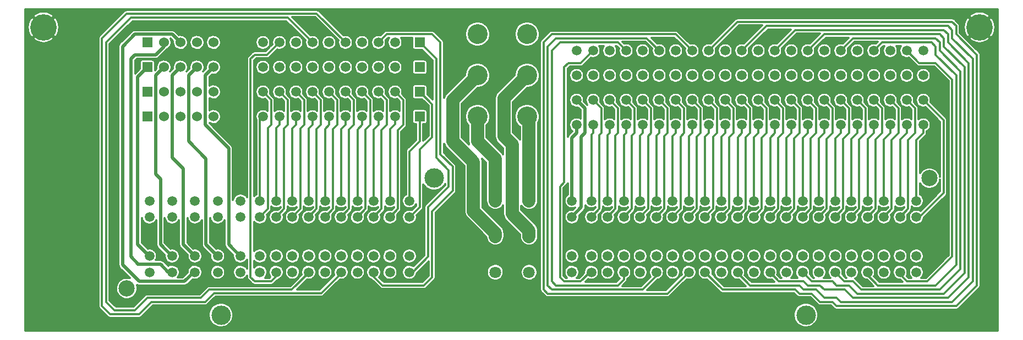
<source format=gtl>
G04 (created by PCBNEW (2013-07-07 BZR 4022)-stable) date 02/06/2014 08:27:59*
%MOIN*%
G04 Gerber Fmt 3.4, Leading zero omitted, Abs format*
%FSLAX34Y34*%
G01*
G70*
G90*
G04 APERTURE LIST*
%ADD10C,0.00590551*%
%ADD11C,0.11811*%
%ADD12C,0.0984252*%
%ADD13C,0.0590551*%
%ADD14C,0.0708661*%
%ADD15R,0.06X0.06*%
%ADD16C,0.06*%
%ADD17C,0.12063*%
%ADD18C,0.16*%
%ADD19C,0.011811*%
%ADD20C,0.0192913*%
%ADD21C,0.0787402*%
G04 APERTURE END LIST*
G54D10*
G54D11*
X41456Y-56043D03*
X76889Y-56043D03*
X54370Y-47736D03*
G54D12*
X84370Y-47736D03*
X35748Y-54429D03*
G54D13*
X37125Y-53444D03*
X38503Y-53444D03*
X39881Y-53444D03*
X41259Y-53444D03*
X42637Y-53444D03*
X43818Y-53444D03*
X44803Y-53444D03*
X45787Y-53444D03*
X46771Y-53444D03*
X47755Y-53444D03*
X48740Y-53444D03*
X49724Y-53444D03*
X50708Y-53444D03*
X51692Y-53444D03*
X52874Y-53444D03*
X37125Y-52460D03*
X38503Y-52460D03*
X39881Y-52460D03*
X41259Y-52460D03*
X42637Y-52460D03*
X43818Y-52460D03*
X44803Y-52460D03*
X45787Y-52460D03*
X46771Y-52460D03*
X47755Y-52460D03*
X48740Y-52460D03*
X49724Y-52460D03*
X50708Y-52460D03*
X51692Y-52460D03*
X52874Y-52460D03*
X37125Y-50098D03*
X38503Y-50098D03*
X39881Y-50098D03*
X41259Y-50098D03*
X42637Y-50098D03*
X43818Y-50098D03*
X44803Y-50098D03*
X45787Y-50098D03*
X46771Y-50098D03*
X47755Y-50098D03*
X48740Y-50098D03*
X49724Y-50098D03*
X50708Y-50098D03*
X51692Y-50098D03*
X52874Y-50098D03*
X37125Y-49114D03*
X38503Y-49114D03*
X39881Y-49114D03*
X41259Y-49114D03*
X42637Y-49114D03*
X43818Y-49114D03*
X44803Y-49114D03*
X45787Y-49114D03*
X46771Y-49114D03*
X47755Y-49114D03*
X48740Y-49114D03*
X49724Y-49114D03*
X50708Y-49114D03*
X51692Y-49114D03*
X52874Y-49114D03*
G54D14*
X58070Y-53444D03*
X60118Y-53444D03*
X58070Y-51279D03*
X60118Y-51279D03*
X58070Y-49114D03*
X60118Y-49114D03*
G54D13*
X62716Y-53444D03*
X63897Y-53444D03*
X64881Y-53444D03*
X65866Y-53444D03*
X66850Y-53444D03*
X67834Y-53444D03*
X68818Y-53444D03*
X69803Y-53444D03*
X70787Y-53444D03*
X71771Y-53444D03*
X72755Y-53444D03*
X73740Y-53444D03*
X74724Y-53444D03*
X75708Y-53444D03*
X76692Y-53444D03*
X77677Y-53444D03*
X78661Y-53444D03*
X79645Y-53444D03*
X80629Y-53444D03*
X81614Y-53444D03*
X82598Y-53444D03*
X83582Y-53444D03*
X62716Y-52460D03*
X63897Y-52460D03*
X64881Y-52460D03*
X65866Y-52460D03*
X66850Y-52460D03*
X67834Y-52460D03*
X68818Y-52460D03*
X69803Y-52460D03*
X70787Y-52460D03*
X71771Y-52460D03*
X72755Y-52460D03*
X73740Y-52460D03*
X74724Y-52460D03*
X75708Y-52460D03*
X76692Y-52460D03*
X77677Y-52460D03*
X78661Y-52460D03*
X79645Y-52460D03*
X80629Y-52460D03*
X81614Y-52460D03*
X82598Y-52460D03*
X83582Y-52460D03*
X62716Y-50098D03*
X63897Y-50098D03*
X64881Y-50098D03*
X65866Y-50098D03*
X66850Y-50098D03*
X67834Y-50098D03*
X68818Y-50098D03*
X69803Y-50098D03*
X70787Y-50098D03*
X71771Y-50098D03*
X72755Y-50098D03*
X73740Y-50098D03*
X74724Y-50098D03*
X75708Y-50098D03*
X76692Y-50098D03*
X77677Y-50098D03*
X78661Y-50098D03*
X79645Y-50098D03*
X80629Y-50098D03*
X81614Y-50098D03*
X82598Y-50098D03*
X83582Y-50098D03*
X62716Y-49114D03*
X63897Y-49114D03*
X64881Y-49114D03*
X65866Y-49114D03*
X66850Y-49114D03*
X67834Y-49114D03*
X68818Y-49114D03*
X69803Y-49114D03*
X70787Y-49114D03*
X71771Y-49114D03*
X72755Y-49114D03*
X73740Y-49114D03*
X74724Y-49114D03*
X75708Y-49114D03*
X76692Y-49114D03*
X77677Y-49114D03*
X78661Y-49114D03*
X79645Y-49114D03*
X80629Y-49114D03*
X81614Y-49114D03*
X82598Y-49114D03*
X83582Y-49114D03*
X44000Y-39500D03*
X45000Y-39500D03*
X46000Y-39500D03*
X47000Y-39500D03*
X48000Y-39500D03*
X49000Y-39500D03*
X50000Y-39500D03*
X51000Y-39500D03*
X52000Y-39500D03*
X44000Y-41000D03*
X45000Y-41000D03*
X46000Y-41000D03*
X47000Y-41000D03*
X48000Y-41000D03*
X49000Y-41000D03*
X50000Y-41000D03*
X51000Y-41000D03*
X52000Y-41000D03*
X44000Y-42500D03*
X45000Y-42500D03*
X46000Y-42500D03*
X47000Y-42500D03*
X48000Y-42500D03*
X49000Y-42500D03*
X50000Y-42500D03*
X51000Y-42500D03*
X52000Y-42500D03*
X44000Y-44000D03*
X45000Y-44000D03*
X46000Y-44000D03*
X47000Y-44000D03*
X48000Y-44000D03*
X49000Y-44000D03*
X50000Y-44000D03*
X51000Y-44000D03*
X52000Y-44000D03*
G54D15*
X37000Y-39500D03*
G54D16*
X38000Y-39500D03*
X39000Y-39500D03*
X40000Y-39500D03*
X41000Y-39500D03*
G54D15*
X37000Y-41000D03*
G54D16*
X38000Y-41000D03*
X39000Y-41000D03*
X40000Y-41000D03*
X41000Y-41000D03*
G54D15*
X37000Y-42500D03*
G54D16*
X38000Y-42500D03*
X39000Y-42500D03*
X40000Y-42500D03*
X41000Y-42500D03*
G54D15*
X37000Y-44000D03*
G54D16*
X38000Y-44000D03*
X39000Y-44000D03*
X40000Y-44000D03*
X41000Y-44000D03*
G54D13*
X63000Y-44500D03*
X64000Y-44500D03*
X65000Y-44500D03*
X66000Y-44500D03*
X67000Y-44500D03*
X68000Y-44500D03*
X69000Y-44500D03*
X70000Y-44500D03*
X71000Y-44500D03*
X72000Y-44500D03*
X73000Y-44500D03*
X74000Y-44500D03*
X75000Y-44500D03*
X76000Y-44500D03*
X77000Y-44500D03*
X78000Y-44500D03*
X79000Y-44500D03*
X80000Y-44500D03*
X81000Y-44500D03*
X82000Y-44500D03*
X83000Y-44500D03*
X84000Y-44500D03*
X63000Y-43000D03*
X64000Y-43000D03*
X65000Y-43000D03*
X66000Y-43000D03*
X67000Y-43000D03*
X68000Y-43000D03*
X69000Y-43000D03*
X70000Y-43000D03*
X71000Y-43000D03*
X72000Y-43000D03*
X73000Y-43000D03*
X74000Y-43000D03*
X75000Y-43000D03*
X76000Y-43000D03*
X77000Y-43000D03*
X78000Y-43000D03*
X79000Y-43000D03*
X80000Y-43000D03*
X81000Y-43000D03*
X82000Y-43000D03*
X83000Y-43000D03*
X84000Y-43000D03*
X63000Y-41500D03*
X64000Y-41500D03*
X65000Y-41500D03*
X66000Y-41500D03*
X67000Y-41500D03*
X68000Y-41500D03*
X69000Y-41500D03*
X70000Y-41500D03*
X71000Y-41500D03*
X72000Y-41500D03*
X73000Y-41500D03*
X74000Y-41500D03*
X75000Y-41500D03*
X76000Y-41500D03*
X77000Y-41500D03*
X78000Y-41500D03*
X79000Y-41500D03*
X80000Y-41500D03*
X81000Y-41500D03*
X82000Y-41500D03*
X83000Y-41500D03*
X84000Y-41500D03*
X63000Y-40000D03*
X64000Y-40000D03*
X65000Y-40000D03*
X66000Y-40000D03*
X67000Y-40000D03*
X68000Y-40000D03*
X69000Y-40000D03*
X70000Y-40000D03*
X71000Y-40000D03*
X72000Y-40000D03*
X73000Y-40000D03*
X74000Y-40000D03*
X75000Y-40000D03*
X76000Y-40000D03*
X77000Y-40000D03*
X78000Y-40000D03*
X79000Y-40000D03*
X80000Y-40000D03*
X81000Y-40000D03*
X82000Y-40000D03*
X83000Y-40000D03*
X84000Y-40000D03*
G54D17*
X57000Y-39000D03*
X60000Y-39000D03*
X57000Y-41500D03*
X60000Y-41500D03*
X57000Y-44000D03*
X60000Y-44000D03*
G54D15*
X53500Y-44000D03*
X53500Y-42500D03*
X53500Y-41000D03*
X53500Y-39500D03*
G54D18*
X30708Y-38582D03*
X87401Y-38582D03*
G54D19*
X52874Y-49114D02*
X52874Y-46125D01*
X53500Y-45500D02*
X53500Y-44000D01*
X52874Y-46125D02*
X53500Y-45500D01*
X51181Y-45000D02*
X51181Y-44818D01*
X51500Y-43000D02*
X51000Y-42500D01*
X51500Y-44500D02*
X51500Y-43000D01*
X51181Y-44818D02*
X51500Y-44500D01*
X50708Y-50098D02*
X50708Y-50078D01*
X51181Y-49606D02*
X51181Y-45000D01*
X51181Y-45000D02*
X51181Y-44881D01*
X50708Y-50078D02*
X51181Y-49606D01*
X50708Y-53444D02*
X50708Y-53708D01*
X51500Y-39000D02*
X51000Y-39500D01*
X54250Y-39000D02*
X51500Y-39000D01*
X54750Y-39500D02*
X54250Y-39000D01*
X54750Y-46281D02*
X54750Y-39500D01*
X55500Y-47031D02*
X54750Y-46281D01*
X55500Y-48500D02*
X55500Y-47031D01*
X54250Y-49750D02*
X55500Y-48500D01*
X54250Y-53750D02*
X54250Y-49750D01*
X53750Y-54250D02*
X54250Y-53750D01*
X51250Y-54250D02*
X53750Y-54250D01*
X50708Y-53708D02*
X51250Y-54250D01*
X44803Y-49114D02*
X44803Y-44696D01*
X45000Y-44500D02*
X45000Y-44000D01*
X44803Y-44696D02*
X45000Y-44500D01*
X50196Y-45000D02*
X50196Y-44803D01*
X50500Y-43000D02*
X50000Y-42500D01*
X50500Y-44500D02*
X50500Y-43000D01*
X50196Y-44803D02*
X50500Y-44500D01*
X49724Y-50098D02*
X49724Y-50078D01*
X50196Y-49606D02*
X50196Y-45000D01*
X50196Y-45000D02*
X50196Y-44881D01*
X49724Y-50078D02*
X50196Y-49606D01*
X43818Y-49114D02*
X43818Y-44181D01*
X43818Y-44181D02*
X44000Y-44000D01*
X49212Y-45078D02*
X49212Y-44787D01*
X48740Y-50078D02*
X49212Y-49606D01*
X49212Y-49606D02*
X49212Y-45078D01*
X48740Y-50098D02*
X48740Y-50078D01*
X49500Y-43000D02*
X49000Y-42500D01*
X49500Y-44500D02*
X49500Y-43000D01*
X49212Y-44787D02*
X49500Y-44500D01*
X48740Y-53444D02*
X48740Y-53509D01*
X47250Y-37750D02*
X49000Y-39500D01*
X35750Y-37750D02*
X47250Y-37750D01*
X34250Y-39250D02*
X35750Y-37750D01*
X34250Y-55500D02*
X34250Y-39250D01*
X34750Y-56000D02*
X34250Y-55500D01*
X36500Y-56000D02*
X34750Y-56000D01*
X37250Y-55250D02*
X36500Y-56000D01*
X40500Y-55250D02*
X37250Y-55250D01*
X41031Y-54718D02*
X40500Y-55250D01*
X47531Y-54718D02*
X41031Y-54718D01*
X48740Y-53509D02*
X47531Y-54718D01*
X45787Y-49114D02*
X45787Y-44712D01*
X46000Y-44500D02*
X46000Y-44000D01*
X45787Y-44712D02*
X46000Y-44500D01*
X48228Y-45078D02*
X48228Y-44771D01*
X47755Y-50078D02*
X48228Y-49606D01*
X48228Y-49606D02*
X48228Y-45078D01*
X47755Y-50098D02*
X47755Y-50078D01*
X48500Y-43000D02*
X48500Y-44500D01*
X48500Y-43000D02*
X48000Y-42500D01*
X48228Y-44771D02*
X48500Y-44500D01*
G54D20*
X41929Y-46062D02*
X41929Y-45929D01*
X42618Y-52460D02*
X41929Y-51771D01*
X41929Y-51771D02*
X41929Y-46062D01*
X42637Y-52460D02*
X42618Y-52460D01*
X40500Y-41500D02*
X41000Y-41000D01*
X40500Y-44500D02*
X40500Y-41500D01*
X41929Y-45929D02*
X40500Y-44500D01*
G54D19*
X41250Y-54500D02*
X40750Y-54500D01*
X40750Y-54500D02*
X40250Y-55000D01*
X46771Y-53444D02*
X46771Y-53478D01*
X45500Y-38000D02*
X47000Y-39500D01*
X36000Y-38000D02*
X45500Y-38000D01*
X34500Y-39500D02*
X36000Y-38000D01*
X34500Y-55250D02*
X34500Y-39500D01*
X35000Y-55750D02*
X34500Y-55250D01*
X36250Y-55750D02*
X35000Y-55750D01*
X37000Y-55000D02*
X36250Y-55750D01*
X40250Y-55000D02*
X37000Y-55000D01*
X45750Y-54500D02*
X41250Y-54500D01*
X46771Y-53478D02*
X45750Y-54500D01*
X44803Y-53444D02*
X44803Y-53696D01*
X44250Y-40250D02*
X45000Y-39500D01*
X43500Y-40250D02*
X44250Y-40250D01*
X43250Y-40500D02*
X43500Y-40250D01*
X43250Y-53750D02*
X43250Y-40500D01*
X43500Y-54000D02*
X43250Y-53750D01*
X44500Y-54000D02*
X43500Y-54000D01*
X44803Y-53696D02*
X44500Y-54000D01*
G54D20*
X39881Y-53444D02*
X39805Y-53444D01*
X38500Y-39000D02*
X39000Y-39500D01*
X36250Y-39000D02*
X38500Y-39000D01*
X35500Y-39750D02*
X36250Y-39000D01*
X35500Y-53000D02*
X35500Y-39750D01*
X36500Y-54000D02*
X35500Y-53000D01*
X39250Y-54000D02*
X36500Y-54000D01*
X39805Y-53444D02*
X39250Y-54000D01*
X38000Y-39500D02*
X38000Y-39750D01*
X36452Y-52952D02*
X36000Y-52500D01*
X36000Y-52500D02*
X36000Y-40500D01*
X36452Y-52952D02*
X36500Y-52952D01*
X36250Y-40250D02*
X36000Y-40500D01*
X37500Y-40250D02*
X36250Y-40250D01*
X38000Y-39750D02*
X37500Y-40250D01*
X38503Y-53444D02*
X38287Y-53444D01*
X37795Y-52952D02*
X36500Y-52952D01*
X36500Y-52952D02*
X36417Y-52952D01*
X38287Y-53444D02*
X37795Y-52952D01*
G54D19*
X47244Y-45000D02*
X47244Y-44755D01*
X47500Y-43000D02*
X47500Y-44500D01*
X47500Y-43000D02*
X47000Y-42500D01*
X47244Y-44755D02*
X47500Y-44500D01*
X46771Y-50098D02*
X46771Y-50078D01*
X47244Y-49606D02*
X47244Y-45000D01*
X47244Y-45000D02*
X47244Y-44881D01*
X46771Y-50078D02*
X47244Y-49606D01*
G54D20*
X40551Y-46653D02*
X40551Y-46551D01*
X41240Y-52460D02*
X40551Y-51771D01*
X40551Y-51771D02*
X40551Y-46653D01*
X41259Y-52460D02*
X41240Y-52460D01*
X39500Y-41500D02*
X40000Y-41000D01*
X39500Y-45500D02*
X39500Y-41500D01*
X40551Y-46551D02*
X39500Y-45500D01*
G54D19*
X46259Y-45000D02*
X46259Y-44740D01*
X46500Y-43000D02*
X46500Y-44500D01*
X46500Y-43000D02*
X46000Y-42500D01*
X46259Y-44740D02*
X46500Y-44500D01*
X45787Y-50098D02*
X45787Y-50078D01*
X46259Y-49606D02*
X46259Y-45000D01*
X46259Y-45000D02*
X46259Y-44881D01*
X45787Y-50078D02*
X46259Y-49606D01*
G54D20*
X39173Y-47244D02*
X39173Y-47173D01*
X39862Y-52460D02*
X39173Y-51771D01*
X39173Y-51771D02*
X39173Y-47244D01*
X39881Y-52460D02*
X39862Y-52460D01*
X38500Y-41500D02*
X39000Y-41000D01*
X38500Y-46500D02*
X38500Y-41500D01*
X39173Y-47173D02*
X38500Y-46500D01*
G54D19*
X49724Y-49114D02*
X49724Y-44775D01*
X50000Y-44500D02*
X50000Y-44000D01*
X49724Y-44775D02*
X50000Y-44500D01*
X45275Y-45000D02*
X45275Y-44724D01*
X45500Y-43000D02*
X45500Y-44500D01*
X45500Y-43000D02*
X45000Y-42500D01*
X45275Y-44724D02*
X45500Y-44500D01*
X44803Y-50098D02*
X44803Y-50078D01*
X45275Y-49606D02*
X45275Y-45000D01*
X45275Y-45000D02*
X45275Y-44881D01*
X44803Y-50078D02*
X45275Y-49606D01*
G54D20*
X37795Y-47834D02*
X37795Y-47795D01*
X38484Y-52460D02*
X37795Y-51771D01*
X37795Y-51771D02*
X37795Y-47834D01*
X38503Y-52460D02*
X38484Y-52460D01*
X37500Y-41500D02*
X38000Y-41000D01*
X37500Y-47500D02*
X37500Y-41500D01*
X37795Y-47795D02*
X37500Y-47500D01*
G54D19*
X48740Y-49114D02*
X48740Y-44759D01*
X49000Y-44500D02*
X49000Y-44000D01*
X48740Y-44759D02*
X49000Y-44500D01*
X50708Y-49114D02*
X50708Y-44791D01*
X51000Y-44500D02*
X51000Y-44000D01*
X50708Y-44791D02*
X51000Y-44500D01*
X44291Y-44685D02*
X44314Y-44685D01*
X43818Y-50078D02*
X44291Y-49606D01*
X44291Y-49606D02*
X44291Y-44685D01*
X43818Y-50098D02*
X43818Y-50078D01*
X44500Y-43000D02*
X44500Y-44500D01*
X44500Y-43000D02*
X44000Y-42500D01*
X44314Y-44685D02*
X44500Y-44500D01*
G54D20*
X36417Y-43110D02*
X36417Y-41582D01*
X37106Y-52460D02*
X36417Y-51771D01*
X36417Y-51771D02*
X36417Y-43110D01*
X37125Y-52460D02*
X37106Y-52460D01*
X36417Y-41582D02*
X37000Y-41000D01*
G54D19*
X47755Y-49114D02*
X47755Y-44744D01*
X48000Y-44500D02*
X48000Y-44000D01*
X47755Y-44744D02*
X48000Y-44500D01*
X52874Y-53444D02*
X53055Y-53444D01*
X54500Y-40500D02*
X53500Y-39500D01*
X54500Y-46500D02*
X54500Y-40500D01*
X55250Y-47250D02*
X54500Y-46500D01*
X55250Y-48250D02*
X55250Y-47250D01*
X54000Y-49500D02*
X55250Y-48250D01*
X54000Y-52500D02*
X54000Y-49500D01*
X53055Y-53444D02*
X54000Y-52500D01*
X46771Y-49114D02*
X46771Y-44728D01*
X47000Y-44500D02*
X47000Y-44000D01*
X46771Y-44728D02*
X47000Y-44500D01*
X52165Y-45000D02*
X52165Y-44834D01*
X52500Y-43000D02*
X52000Y-42500D01*
X52500Y-44500D02*
X52500Y-43000D01*
X52165Y-44834D02*
X52500Y-44500D01*
X51692Y-50098D02*
X51692Y-50078D01*
X52165Y-49606D02*
X52165Y-45000D01*
X52165Y-45000D02*
X52165Y-44881D01*
X51692Y-50078D02*
X52165Y-49606D01*
X82598Y-53444D02*
X82598Y-53598D01*
X83750Y-40750D02*
X83000Y-40000D01*
X84750Y-40750D02*
X83750Y-40750D01*
X85750Y-41750D02*
X84750Y-40750D01*
X85750Y-52500D02*
X85750Y-41750D01*
X84250Y-54000D02*
X85750Y-52500D01*
X83000Y-54000D02*
X84250Y-54000D01*
X82598Y-53598D02*
X83000Y-54000D01*
X84750Y-39750D02*
X84750Y-40250D01*
X84750Y-40250D02*
X86000Y-41500D01*
X80629Y-53444D02*
X80629Y-53629D01*
X86000Y-53000D02*
X86000Y-41500D01*
X84750Y-54250D02*
X86000Y-53000D01*
X81250Y-54250D02*
X84750Y-54250D01*
X80629Y-53629D02*
X81250Y-54250D01*
X81500Y-39500D02*
X81000Y-40000D01*
X84500Y-39500D02*
X81500Y-39500D01*
X84750Y-39750D02*
X84500Y-39500D01*
X85000Y-39500D02*
X85000Y-40000D01*
X85000Y-40000D02*
X86250Y-41250D01*
X80500Y-54500D02*
X80250Y-54500D01*
X79216Y-54000D02*
X78661Y-53444D01*
X79750Y-54000D02*
X79216Y-54000D01*
X80250Y-54500D02*
X79750Y-54000D01*
X86250Y-53250D02*
X86250Y-41250D01*
X85000Y-54500D02*
X86250Y-53250D01*
X80500Y-54500D02*
X85000Y-54500D01*
X79750Y-39250D02*
X79000Y-40000D01*
X84750Y-39250D02*
X79750Y-39250D01*
X85000Y-39500D02*
X84750Y-39250D01*
X85250Y-39250D02*
X85250Y-39750D01*
X85250Y-39750D02*
X86500Y-41000D01*
X80000Y-54750D02*
X79500Y-54250D01*
X78500Y-54000D02*
X78000Y-54000D01*
X78750Y-54250D02*
X78500Y-54000D01*
X79500Y-54250D02*
X78750Y-54250D01*
X77250Y-54000D02*
X76694Y-53444D01*
X78000Y-54000D02*
X77250Y-54000D01*
X86500Y-53500D02*
X86500Y-41000D01*
X85250Y-54750D02*
X86500Y-53500D01*
X80000Y-54750D02*
X85250Y-54750D01*
X76694Y-53444D02*
X76692Y-53444D01*
X76692Y-53444D02*
X76694Y-53444D01*
X78000Y-39000D02*
X77000Y-40000D01*
X85000Y-39000D02*
X78000Y-39000D01*
X85250Y-39250D02*
X85000Y-39000D01*
X75196Y-47047D02*
X75196Y-45303D01*
X74724Y-50078D02*
X75196Y-49606D01*
X75196Y-49606D02*
X75196Y-47047D01*
X74724Y-50098D02*
X74724Y-50078D01*
X75500Y-43500D02*
X75000Y-43000D01*
X75500Y-45000D02*
X75500Y-43500D01*
X75196Y-45303D02*
X75500Y-45000D01*
X66850Y-49114D02*
X66850Y-45149D01*
X67000Y-45000D02*
X67000Y-44500D01*
X66850Y-45149D02*
X67000Y-45000D01*
X65866Y-49114D02*
X65866Y-45133D01*
X66000Y-45000D02*
X66000Y-44500D01*
X65866Y-45133D02*
X66000Y-45000D01*
X64881Y-49114D02*
X64881Y-45118D01*
X65000Y-45000D02*
X65000Y-44500D01*
X64881Y-45118D02*
X65000Y-45000D01*
X63897Y-49114D02*
X63897Y-45102D01*
X64000Y-45000D02*
X64000Y-44500D01*
X63897Y-45102D02*
X64000Y-45000D01*
G54D20*
X62716Y-49114D02*
X62716Y-45283D01*
X63000Y-45000D02*
X63000Y-44500D01*
X62716Y-45283D02*
X63000Y-45000D01*
G54D19*
X85236Y-47047D02*
X85236Y-44236D01*
X83759Y-50098D02*
X85236Y-48622D01*
X85236Y-48622D02*
X85236Y-47047D01*
X83582Y-50098D02*
X83759Y-50098D01*
X85236Y-44236D02*
X84000Y-43000D01*
X83070Y-47047D02*
X83070Y-45429D01*
X82598Y-50078D02*
X83070Y-49606D01*
X83070Y-49606D02*
X83070Y-47047D01*
X82598Y-50098D02*
X82598Y-50078D01*
X83500Y-43500D02*
X83000Y-43000D01*
X83500Y-45000D02*
X83500Y-43500D01*
X83070Y-45429D02*
X83500Y-45000D01*
X82086Y-47047D02*
X82086Y-45413D01*
X81614Y-50078D02*
X82086Y-49606D01*
X82086Y-49606D02*
X82086Y-47047D01*
X81614Y-50098D02*
X81614Y-50078D01*
X82500Y-43500D02*
X82000Y-43000D01*
X82500Y-45000D02*
X82500Y-43500D01*
X82086Y-45413D02*
X82500Y-45000D01*
X81102Y-47047D02*
X81102Y-45397D01*
X80629Y-50078D02*
X81102Y-49606D01*
X81102Y-49606D02*
X81102Y-47047D01*
X80629Y-50098D02*
X80629Y-50078D01*
X81500Y-43500D02*
X81000Y-43000D01*
X81500Y-45000D02*
X81500Y-43500D01*
X81102Y-45397D02*
X81500Y-45000D01*
X80118Y-47047D02*
X80118Y-45381D01*
X79645Y-50078D02*
X80118Y-49606D01*
X80118Y-49606D02*
X80118Y-47047D01*
X79645Y-50098D02*
X79645Y-50078D01*
X80500Y-43500D02*
X80000Y-43000D01*
X80500Y-45000D02*
X80500Y-43500D01*
X80118Y-45381D02*
X80500Y-45000D01*
X79133Y-47047D02*
X79133Y-45366D01*
X78661Y-50078D02*
X79133Y-49606D01*
X79133Y-49606D02*
X79133Y-47047D01*
X78661Y-50098D02*
X78661Y-50078D01*
X79500Y-43500D02*
X79000Y-43000D01*
X79500Y-45000D02*
X79500Y-43500D01*
X79133Y-45366D02*
X79500Y-45000D01*
X78149Y-47047D02*
X78149Y-45350D01*
X77677Y-50078D02*
X78149Y-49606D01*
X78149Y-49606D02*
X78149Y-47047D01*
X77677Y-50098D02*
X77677Y-50078D01*
X78500Y-43500D02*
X78000Y-43000D01*
X78500Y-45000D02*
X78500Y-43500D01*
X78149Y-45350D02*
X78500Y-45000D01*
X77165Y-47047D02*
X77165Y-45334D01*
X76692Y-50078D02*
X77165Y-49606D01*
X77165Y-49606D02*
X77165Y-47047D01*
X76692Y-50098D02*
X76692Y-50078D01*
X77500Y-43500D02*
X77000Y-43000D01*
X77500Y-45000D02*
X77500Y-43500D01*
X77165Y-45334D02*
X77500Y-45000D01*
X76181Y-47047D02*
X76181Y-45318D01*
X75708Y-50078D02*
X76181Y-49606D01*
X76181Y-49606D02*
X76181Y-47047D01*
X75708Y-50098D02*
X75708Y-50078D01*
X76500Y-43500D02*
X76000Y-43000D01*
X76500Y-45000D02*
X76500Y-43500D01*
X76181Y-45318D02*
X76500Y-45000D01*
X85500Y-39000D02*
X85500Y-39500D01*
X85500Y-39500D02*
X86750Y-40750D01*
X79750Y-55000D02*
X79250Y-54500D01*
X76750Y-54000D02*
X75750Y-54000D01*
X77000Y-54250D02*
X76750Y-54000D01*
X77750Y-54250D02*
X77000Y-54250D01*
X78000Y-54500D02*
X77750Y-54250D01*
X79250Y-54500D02*
X78000Y-54500D01*
X75750Y-54000D02*
X75250Y-54000D01*
X74724Y-53474D02*
X75250Y-54000D01*
X74724Y-53444D02*
X74724Y-53474D01*
X86750Y-53750D02*
X86750Y-40750D01*
X85500Y-55000D02*
X86750Y-53750D01*
X79750Y-55000D02*
X85500Y-55000D01*
X76250Y-38750D02*
X75000Y-40000D01*
X85250Y-38750D02*
X76250Y-38750D01*
X85500Y-39000D02*
X85250Y-38750D01*
X74212Y-47047D02*
X74212Y-45287D01*
X73740Y-50078D02*
X74212Y-49606D01*
X74212Y-49606D02*
X74212Y-47047D01*
X73740Y-50098D02*
X73740Y-50078D01*
X74500Y-43500D02*
X74000Y-43000D01*
X74500Y-45000D02*
X74500Y-43500D01*
X74212Y-45287D02*
X74500Y-45000D01*
X73228Y-47047D02*
X73228Y-45271D01*
X72755Y-50078D02*
X73228Y-49606D01*
X73228Y-49606D02*
X73228Y-47047D01*
X72755Y-50098D02*
X72755Y-50078D01*
X73500Y-43500D02*
X73000Y-43000D01*
X73500Y-45000D02*
X73500Y-43500D01*
X73228Y-45271D02*
X73500Y-45000D01*
X72244Y-47047D02*
X72244Y-45255D01*
X71771Y-50078D02*
X72244Y-49606D01*
X72244Y-49606D02*
X72244Y-47047D01*
X71771Y-50098D02*
X71771Y-50078D01*
X72500Y-43500D02*
X72000Y-43000D01*
X72500Y-45000D02*
X72500Y-43500D01*
X72244Y-45255D02*
X72500Y-45000D01*
X71259Y-47047D02*
X71259Y-45240D01*
X70787Y-50078D02*
X71259Y-49606D01*
X71259Y-49606D02*
X71259Y-47047D01*
X70787Y-50098D02*
X70787Y-50078D01*
X71500Y-43500D02*
X71000Y-43000D01*
X71500Y-45000D02*
X71500Y-43500D01*
X71259Y-45240D02*
X71500Y-45000D01*
X70275Y-47047D02*
X70275Y-45224D01*
X69803Y-50078D02*
X70275Y-49606D01*
X70275Y-49606D02*
X70275Y-47047D01*
X69803Y-50098D02*
X69803Y-50078D01*
X70500Y-43500D02*
X70000Y-43000D01*
X70500Y-45000D02*
X70500Y-43500D01*
X70275Y-45224D02*
X70500Y-45000D01*
X69291Y-47047D02*
X69291Y-45208D01*
X68818Y-50078D02*
X69291Y-49606D01*
X69291Y-49606D02*
X69291Y-47047D01*
X68818Y-50098D02*
X68818Y-50078D01*
X69500Y-43500D02*
X69000Y-43000D01*
X69500Y-45000D02*
X69500Y-43500D01*
X69291Y-45208D02*
X69500Y-45000D01*
X68307Y-47047D02*
X68307Y-45192D01*
X67834Y-50078D02*
X68307Y-49606D01*
X68307Y-49606D02*
X68307Y-47047D01*
X67834Y-50098D02*
X67834Y-50078D01*
X68500Y-43500D02*
X68000Y-43000D01*
X68500Y-45000D02*
X68500Y-43500D01*
X68307Y-45192D02*
X68500Y-45000D01*
X67322Y-47047D02*
X67322Y-45177D01*
X66850Y-50078D02*
X67322Y-49606D01*
X67322Y-49606D02*
X67322Y-47047D01*
X66850Y-50098D02*
X66850Y-50078D01*
X67500Y-43500D02*
X67000Y-43000D01*
X67500Y-45000D02*
X67500Y-43500D01*
X67322Y-45177D02*
X67500Y-45000D01*
X66338Y-47047D02*
X66338Y-45161D01*
X65866Y-50078D02*
X66338Y-49606D01*
X66338Y-49606D02*
X66338Y-47047D01*
X65866Y-50098D02*
X65866Y-50078D01*
X66500Y-43500D02*
X66000Y-43000D01*
X66500Y-45000D02*
X66500Y-43500D01*
X66338Y-45161D02*
X66500Y-45000D01*
X65354Y-47047D02*
X65354Y-45145D01*
X64881Y-50078D02*
X65354Y-49606D01*
X65354Y-49606D02*
X65354Y-47047D01*
X64881Y-50098D02*
X64881Y-50078D01*
X65500Y-43500D02*
X65000Y-43000D01*
X65500Y-45000D02*
X65500Y-43500D01*
X65354Y-45145D02*
X65500Y-45000D01*
X64370Y-47047D02*
X64370Y-45129D01*
X63897Y-50078D02*
X64370Y-49606D01*
X64370Y-49606D02*
X64370Y-47047D01*
X63897Y-50098D02*
X63897Y-50078D01*
X64500Y-43500D02*
X64000Y-43000D01*
X64500Y-45000D02*
X64500Y-43500D01*
X64370Y-45129D02*
X64500Y-45000D01*
G54D20*
X63287Y-47145D02*
X63287Y-45212D01*
X62716Y-50078D02*
X63287Y-49507D01*
X63287Y-49507D02*
X63287Y-47145D01*
X62716Y-50098D02*
X62716Y-50078D01*
X63500Y-43500D02*
X63500Y-45000D01*
X63500Y-43500D02*
X63000Y-43000D01*
X63287Y-45212D02*
X63500Y-45000D01*
G54D19*
X67834Y-49114D02*
X67834Y-45165D01*
X68000Y-45000D02*
X68000Y-44500D01*
X67834Y-45165D02*
X68000Y-45000D01*
X85750Y-38750D02*
X85750Y-39250D01*
X85750Y-39250D02*
X87000Y-40500D01*
X72755Y-53444D02*
X72755Y-53505D01*
X87000Y-54000D02*
X87000Y-40500D01*
X85750Y-55250D02*
X87000Y-54000D01*
X79000Y-55250D02*
X85750Y-55250D01*
X78750Y-55000D02*
X79000Y-55250D01*
X78000Y-55000D02*
X78750Y-55000D01*
X77500Y-54500D02*
X78000Y-55000D01*
X76750Y-54500D02*
X77500Y-54500D01*
X76500Y-54250D02*
X76750Y-54500D01*
X73500Y-54250D02*
X76500Y-54250D01*
X72755Y-53505D02*
X73500Y-54250D01*
X74500Y-38500D02*
X73000Y-40000D01*
X85500Y-38500D02*
X74500Y-38500D01*
X85750Y-38750D02*
X85500Y-38500D01*
X71000Y-40000D02*
X72750Y-38250D01*
X71842Y-54500D02*
X70787Y-53444D01*
X76250Y-54500D02*
X71842Y-54500D01*
X76500Y-54750D02*
X76250Y-54500D01*
X77250Y-54750D02*
X76500Y-54750D01*
X77750Y-55250D02*
X77250Y-54750D01*
X78500Y-55250D02*
X77750Y-55250D01*
X78750Y-55500D02*
X78500Y-55250D01*
X86000Y-55500D02*
X78750Y-55500D01*
X87250Y-54250D02*
X86000Y-55500D01*
X87250Y-40250D02*
X87250Y-54250D01*
X86000Y-39000D02*
X87250Y-40250D01*
X86000Y-38500D02*
X86000Y-39000D01*
X85750Y-38250D02*
X86000Y-38500D01*
X72750Y-38250D02*
X85750Y-38250D01*
X69803Y-53444D02*
X69803Y-53446D01*
X69000Y-39000D02*
X70000Y-40000D01*
X61500Y-39000D02*
X69000Y-39000D01*
X61000Y-39500D02*
X61500Y-39000D01*
X61000Y-54500D02*
X61000Y-39500D01*
X61250Y-54750D02*
X61000Y-54500D01*
X68500Y-54750D02*
X61250Y-54750D01*
X69803Y-53446D02*
X68500Y-54750D01*
X67000Y-54500D02*
X61500Y-54500D01*
X61750Y-39250D02*
X67250Y-39250D01*
X61250Y-39750D02*
X61750Y-39250D01*
X61250Y-54250D02*
X61250Y-39750D01*
X61500Y-54500D02*
X61250Y-54250D01*
X67834Y-53444D02*
X67834Y-53665D01*
X67250Y-39250D02*
X68000Y-40000D01*
X67834Y-53665D02*
X67000Y-54500D01*
X62000Y-39500D02*
X65500Y-39500D01*
X61500Y-40000D02*
X62000Y-39500D01*
X61750Y-54250D02*
X61500Y-54000D01*
X61500Y-54000D02*
X61500Y-40000D01*
X65866Y-53444D02*
X65866Y-53883D01*
X65500Y-39500D02*
X66000Y-40000D01*
X65500Y-54250D02*
X61750Y-54250D01*
X65866Y-53883D02*
X65500Y-54250D01*
X62000Y-48250D02*
X62250Y-48000D01*
X62250Y-41000D02*
X62500Y-40750D01*
X62250Y-48000D02*
X62250Y-41000D01*
X63897Y-53444D02*
X63805Y-53444D01*
X63250Y-40750D02*
X64000Y-40000D01*
X62500Y-40750D02*
X63250Y-40750D01*
X62000Y-53750D02*
X62000Y-48250D01*
X62250Y-54000D02*
X62000Y-53750D01*
X63250Y-54000D02*
X62250Y-54000D01*
X63805Y-53444D02*
X63250Y-54000D01*
X83582Y-49114D02*
X83582Y-45417D01*
X84000Y-45000D02*
X84000Y-44500D01*
X83582Y-45417D02*
X84000Y-45000D01*
X73740Y-49114D02*
X73740Y-45259D01*
X74000Y-45000D02*
X74000Y-44500D01*
X73740Y-45259D02*
X74000Y-45000D01*
X82598Y-49114D02*
X82598Y-45401D01*
X83000Y-45000D02*
X83000Y-44500D01*
X82598Y-45401D02*
X83000Y-45000D01*
X72755Y-49114D02*
X72755Y-45244D01*
X73000Y-45000D02*
X73000Y-44500D01*
X72755Y-45244D02*
X73000Y-45000D01*
X81614Y-49114D02*
X81614Y-45385D01*
X82000Y-45000D02*
X82000Y-44500D01*
X81614Y-45385D02*
X82000Y-45000D01*
X71771Y-49114D02*
X71771Y-45228D01*
X72000Y-45000D02*
X72000Y-44500D01*
X71771Y-45228D02*
X72000Y-45000D01*
X80629Y-49114D02*
X80629Y-45370D01*
X81000Y-45000D02*
X81000Y-44500D01*
X80629Y-45370D02*
X81000Y-45000D01*
X70787Y-49114D02*
X70787Y-45212D01*
X71000Y-45000D02*
X71000Y-44500D01*
X70787Y-45212D02*
X71000Y-45000D01*
X79645Y-49114D02*
X79645Y-45354D01*
X80000Y-45000D02*
X80000Y-44500D01*
X79645Y-45354D02*
X80000Y-45000D01*
X69803Y-49114D02*
X69803Y-45196D01*
X70000Y-45000D02*
X70000Y-44500D01*
X69803Y-45196D02*
X70000Y-45000D01*
X76692Y-49114D02*
X76692Y-45307D01*
X77000Y-45000D02*
X77000Y-44500D01*
X76692Y-45307D02*
X77000Y-45000D01*
X78661Y-49114D02*
X78661Y-45338D01*
X79000Y-45000D02*
X79000Y-44500D01*
X78661Y-45338D02*
X79000Y-45000D01*
X68818Y-49114D02*
X68818Y-45181D01*
X69000Y-45000D02*
X69000Y-44500D01*
X68818Y-45181D02*
X69000Y-45000D01*
X77677Y-49114D02*
X77677Y-45322D01*
X78000Y-45000D02*
X78000Y-44500D01*
X77677Y-45322D02*
X78000Y-45000D01*
X75708Y-49114D02*
X75708Y-45291D01*
X76000Y-45000D02*
X76000Y-44500D01*
X75708Y-45291D02*
X76000Y-45000D01*
X74724Y-49114D02*
X74724Y-45275D01*
X75000Y-45000D02*
X75000Y-44500D01*
X74724Y-45275D02*
X75000Y-45000D01*
X52874Y-50098D02*
X52901Y-50098D01*
X54250Y-43250D02*
X53500Y-42500D01*
X54250Y-45250D02*
X54250Y-43250D01*
X53500Y-46000D02*
X54250Y-45250D01*
X53500Y-49500D02*
X53500Y-46000D01*
X52901Y-50098D02*
X53500Y-49500D01*
G54D21*
X58070Y-51279D02*
X58070Y-51070D01*
X55500Y-43000D02*
X57000Y-41500D01*
X55500Y-45500D02*
X55500Y-43000D01*
X56750Y-46750D02*
X55500Y-45500D01*
X56750Y-49750D02*
X56750Y-46750D01*
X58070Y-51070D02*
X56750Y-49750D01*
X60118Y-49114D02*
X60118Y-44118D01*
X60118Y-44118D02*
X60000Y-44000D01*
X58070Y-49114D02*
X58070Y-46570D01*
X57000Y-45500D02*
X57000Y-44000D01*
X58070Y-46570D02*
X57000Y-45500D01*
X60118Y-51279D02*
X60118Y-50918D01*
X58600Y-42900D02*
X60000Y-41500D01*
X58600Y-45200D02*
X58600Y-42900D01*
X59100Y-45700D02*
X58600Y-45200D01*
X59100Y-49900D02*
X59100Y-45700D01*
X60118Y-50918D02*
X59100Y-49900D01*
G54D19*
X51692Y-49114D02*
X51692Y-44763D01*
X52000Y-44456D02*
X52000Y-44000D01*
X51692Y-44763D02*
X52000Y-44456D01*
G54D10*
G36*
X88503Y-57007D02*
X88365Y-57007D01*
X88365Y-38582D01*
X88346Y-38394D01*
X88292Y-38214D01*
X88204Y-38049D01*
X88083Y-37958D01*
X88025Y-38016D01*
X88025Y-37901D01*
X87934Y-37779D01*
X87768Y-37691D01*
X87588Y-37637D01*
X87400Y-37618D01*
X87213Y-37637D01*
X87033Y-37691D01*
X86868Y-37779D01*
X86777Y-37901D01*
X87401Y-38524D01*
X88025Y-37901D01*
X88025Y-38016D01*
X87459Y-38582D01*
X88083Y-39206D01*
X88204Y-39115D01*
X88292Y-38949D01*
X88347Y-38769D01*
X88365Y-38582D01*
X88365Y-57007D01*
X88025Y-57007D01*
X88025Y-39264D01*
X87401Y-38640D01*
X87343Y-38698D01*
X87343Y-38582D01*
X86719Y-37958D01*
X86598Y-38049D01*
X86510Y-38215D01*
X86456Y-38396D01*
X86437Y-38583D01*
X86456Y-38770D01*
X86510Y-38950D01*
X86598Y-39115D01*
X86719Y-39206D01*
X87343Y-38582D01*
X87343Y-38698D01*
X86777Y-39264D01*
X86868Y-39385D01*
X87034Y-39473D01*
X87214Y-39528D01*
X87402Y-39546D01*
X87589Y-39527D01*
X87769Y-39473D01*
X87934Y-39385D01*
X88025Y-39264D01*
X88025Y-57007D01*
X87468Y-57007D01*
X87468Y-54250D01*
X87468Y-40250D01*
X87466Y-40229D01*
X87464Y-40209D01*
X87464Y-40208D01*
X87463Y-40207D01*
X87458Y-40188D01*
X87452Y-40169D01*
X87451Y-40167D01*
X87451Y-40166D01*
X87442Y-40149D01*
X87432Y-40131D01*
X87432Y-40130D01*
X87431Y-40129D01*
X87418Y-40113D01*
X87406Y-40097D01*
X87404Y-40096D01*
X87404Y-40096D01*
X87404Y-40096D01*
X87404Y-40095D01*
X86218Y-38909D01*
X86218Y-38500D01*
X86216Y-38479D01*
X86214Y-38459D01*
X86214Y-38458D01*
X86213Y-38457D01*
X86208Y-38438D01*
X86202Y-38419D01*
X86201Y-38417D01*
X86201Y-38416D01*
X86192Y-38399D01*
X86182Y-38381D01*
X86182Y-38380D01*
X86181Y-38379D01*
X86168Y-38363D01*
X86156Y-38347D01*
X86154Y-38346D01*
X86154Y-38346D01*
X86154Y-38346D01*
X86154Y-38345D01*
X85904Y-38095D01*
X85888Y-38082D01*
X85873Y-38070D01*
X85872Y-38069D01*
X85871Y-38068D01*
X85853Y-38059D01*
X85835Y-38049D01*
X85834Y-38049D01*
X85833Y-38048D01*
X85814Y-38042D01*
X85795Y-38036D01*
X85794Y-38036D01*
X85793Y-38036D01*
X85773Y-38034D01*
X85753Y-38031D01*
X85750Y-38031D01*
X85750Y-38031D01*
X85750Y-38031D01*
X85750Y-38031D01*
X72750Y-38031D01*
X72729Y-38033D01*
X72709Y-38035D01*
X72708Y-38035D01*
X72707Y-38036D01*
X72688Y-38041D01*
X72669Y-38047D01*
X72667Y-38048D01*
X72666Y-38048D01*
X72649Y-38057D01*
X72631Y-38067D01*
X72630Y-38067D01*
X72629Y-38068D01*
X72613Y-38081D01*
X72597Y-38093D01*
X72596Y-38095D01*
X72596Y-38095D01*
X72596Y-38095D01*
X72595Y-38095D01*
X71128Y-39562D01*
X71047Y-39545D01*
X70958Y-39545D01*
X70871Y-39562D01*
X70788Y-39595D01*
X70713Y-39644D01*
X70650Y-39706D01*
X70599Y-39780D01*
X70564Y-39861D01*
X70546Y-39949D01*
X70545Y-40038D01*
X70561Y-40125D01*
X70593Y-40208D01*
X70642Y-40283D01*
X70704Y-40347D01*
X70777Y-40398D01*
X70858Y-40434D01*
X70945Y-40453D01*
X71035Y-40455D01*
X71122Y-40439D01*
X71205Y-40407D01*
X71281Y-40359D01*
X71345Y-40298D01*
X71396Y-40225D01*
X71433Y-40144D01*
X71452Y-40057D01*
X71454Y-39955D01*
X71437Y-39870D01*
X72840Y-38468D01*
X74223Y-38468D01*
X73128Y-39562D01*
X73047Y-39545D01*
X72958Y-39545D01*
X72871Y-39562D01*
X72788Y-39595D01*
X72713Y-39644D01*
X72650Y-39706D01*
X72599Y-39780D01*
X72564Y-39861D01*
X72546Y-39949D01*
X72545Y-40038D01*
X72561Y-40125D01*
X72593Y-40208D01*
X72642Y-40283D01*
X72704Y-40347D01*
X72777Y-40398D01*
X72858Y-40434D01*
X72945Y-40453D01*
X73035Y-40455D01*
X73122Y-40439D01*
X73205Y-40407D01*
X73281Y-40359D01*
X73345Y-40298D01*
X73396Y-40225D01*
X73433Y-40144D01*
X73452Y-40057D01*
X73454Y-39955D01*
X73437Y-39870D01*
X74590Y-38718D01*
X75973Y-38718D01*
X75128Y-39562D01*
X75047Y-39545D01*
X74958Y-39545D01*
X74871Y-39562D01*
X74788Y-39595D01*
X74713Y-39644D01*
X74650Y-39706D01*
X74599Y-39780D01*
X74564Y-39861D01*
X74546Y-39949D01*
X74545Y-40038D01*
X74561Y-40125D01*
X74593Y-40208D01*
X74642Y-40283D01*
X74704Y-40347D01*
X74777Y-40398D01*
X74858Y-40434D01*
X74945Y-40453D01*
X75035Y-40455D01*
X75122Y-40439D01*
X75205Y-40407D01*
X75281Y-40359D01*
X75345Y-40298D01*
X75396Y-40225D01*
X75433Y-40144D01*
X75452Y-40057D01*
X75454Y-39955D01*
X75437Y-39870D01*
X76340Y-38968D01*
X77723Y-38968D01*
X77128Y-39562D01*
X77047Y-39545D01*
X76958Y-39545D01*
X76871Y-39562D01*
X76788Y-39595D01*
X76713Y-39644D01*
X76650Y-39706D01*
X76599Y-39780D01*
X76564Y-39861D01*
X76546Y-39949D01*
X76545Y-40038D01*
X76561Y-40125D01*
X76593Y-40208D01*
X76642Y-40283D01*
X76704Y-40347D01*
X76777Y-40398D01*
X76858Y-40434D01*
X76945Y-40453D01*
X77035Y-40455D01*
X77122Y-40439D01*
X77205Y-40407D01*
X77281Y-40359D01*
X77345Y-40298D01*
X77396Y-40225D01*
X77433Y-40144D01*
X77452Y-40057D01*
X77454Y-39955D01*
X77437Y-39870D01*
X78090Y-39218D01*
X79473Y-39218D01*
X79128Y-39562D01*
X79047Y-39545D01*
X78958Y-39545D01*
X78871Y-39562D01*
X78788Y-39595D01*
X78713Y-39644D01*
X78650Y-39706D01*
X78599Y-39780D01*
X78564Y-39861D01*
X78546Y-39949D01*
X78545Y-40038D01*
X78561Y-40125D01*
X78593Y-40208D01*
X78642Y-40283D01*
X78704Y-40347D01*
X78777Y-40398D01*
X78858Y-40434D01*
X78945Y-40453D01*
X79035Y-40455D01*
X79122Y-40439D01*
X79205Y-40407D01*
X79281Y-40359D01*
X79345Y-40298D01*
X79396Y-40225D01*
X79433Y-40144D01*
X79452Y-40057D01*
X79454Y-39955D01*
X79437Y-39870D01*
X79840Y-39468D01*
X81223Y-39468D01*
X81128Y-39562D01*
X81047Y-39545D01*
X80958Y-39545D01*
X80871Y-39562D01*
X80788Y-39595D01*
X80713Y-39644D01*
X80650Y-39706D01*
X80599Y-39780D01*
X80564Y-39861D01*
X80546Y-39949D01*
X80545Y-40038D01*
X80561Y-40125D01*
X80593Y-40208D01*
X80642Y-40283D01*
X80704Y-40347D01*
X80777Y-40398D01*
X80858Y-40434D01*
X80945Y-40453D01*
X81035Y-40455D01*
X81122Y-40439D01*
X81205Y-40407D01*
X81281Y-40359D01*
X81345Y-40298D01*
X81396Y-40225D01*
X81433Y-40144D01*
X81452Y-40057D01*
X81454Y-39955D01*
X81437Y-39870D01*
X81590Y-39718D01*
X81642Y-39718D01*
X81599Y-39780D01*
X81564Y-39861D01*
X81546Y-39949D01*
X81545Y-40038D01*
X81561Y-40125D01*
X81593Y-40208D01*
X81642Y-40283D01*
X81704Y-40347D01*
X81777Y-40398D01*
X81858Y-40434D01*
X81945Y-40453D01*
X82035Y-40455D01*
X82122Y-40439D01*
X82205Y-40407D01*
X82281Y-40359D01*
X82345Y-40298D01*
X82396Y-40225D01*
X82433Y-40144D01*
X82452Y-40057D01*
X82454Y-39955D01*
X82437Y-39868D01*
X82403Y-39785D01*
X82358Y-39718D01*
X82642Y-39718D01*
X82599Y-39780D01*
X82564Y-39861D01*
X82546Y-39949D01*
X82545Y-40038D01*
X82561Y-40125D01*
X82593Y-40208D01*
X82642Y-40283D01*
X82704Y-40347D01*
X82777Y-40398D01*
X82858Y-40434D01*
X82945Y-40453D01*
X83035Y-40455D01*
X83122Y-40439D01*
X83128Y-40437D01*
X83595Y-40904D01*
X83611Y-40917D01*
X83626Y-40929D01*
X83627Y-40930D01*
X83628Y-40931D01*
X83646Y-40940D01*
X83664Y-40950D01*
X83665Y-40950D01*
X83666Y-40951D01*
X83685Y-40957D01*
X83704Y-40963D01*
X83705Y-40963D01*
X83706Y-40963D01*
X83726Y-40965D01*
X83746Y-40968D01*
X83749Y-40968D01*
X83749Y-40968D01*
X83749Y-40968D01*
X83750Y-40968D01*
X84659Y-40968D01*
X85531Y-41840D01*
X85531Y-52409D01*
X85454Y-52487D01*
X85454Y-48622D01*
X85454Y-47047D01*
X85454Y-44236D01*
X85452Y-44216D01*
X85450Y-44196D01*
X85450Y-44194D01*
X85450Y-44193D01*
X85444Y-44174D01*
X85438Y-44155D01*
X85438Y-44154D01*
X85437Y-44153D01*
X85428Y-44135D01*
X85419Y-44117D01*
X85418Y-44116D01*
X85417Y-44115D01*
X85405Y-44099D01*
X85392Y-44084D01*
X85391Y-44082D01*
X85390Y-44082D01*
X85390Y-44082D01*
X85390Y-44081D01*
X84436Y-43128D01*
X84452Y-43057D01*
X84454Y-42955D01*
X84454Y-41455D01*
X84437Y-41368D01*
X84403Y-41285D01*
X84353Y-41211D01*
X84291Y-41148D01*
X84217Y-41098D01*
X84134Y-41063D01*
X84047Y-41045D01*
X83958Y-41045D01*
X83871Y-41062D01*
X83788Y-41095D01*
X83713Y-41144D01*
X83650Y-41206D01*
X83599Y-41280D01*
X83564Y-41361D01*
X83546Y-41449D01*
X83545Y-41538D01*
X83561Y-41625D01*
X83593Y-41708D01*
X83642Y-41783D01*
X83704Y-41847D01*
X83777Y-41898D01*
X83858Y-41934D01*
X83945Y-41953D01*
X84035Y-41955D01*
X84122Y-41939D01*
X84205Y-41907D01*
X84281Y-41859D01*
X84345Y-41798D01*
X84396Y-41725D01*
X84433Y-41644D01*
X84452Y-41557D01*
X84454Y-41455D01*
X84454Y-42955D01*
X84437Y-42868D01*
X84403Y-42785D01*
X84353Y-42711D01*
X84291Y-42648D01*
X84217Y-42598D01*
X84134Y-42563D01*
X84047Y-42545D01*
X83958Y-42545D01*
X83871Y-42562D01*
X83788Y-42595D01*
X83713Y-42644D01*
X83650Y-42706D01*
X83599Y-42780D01*
X83564Y-42861D01*
X83546Y-42949D01*
X83545Y-43038D01*
X83561Y-43125D01*
X83593Y-43208D01*
X83642Y-43283D01*
X83704Y-43347D01*
X83777Y-43398D01*
X83858Y-43434D01*
X83945Y-43453D01*
X84035Y-43455D01*
X84122Y-43439D01*
X84128Y-43437D01*
X85018Y-44326D01*
X85018Y-47047D01*
X85018Y-47656D01*
X84996Y-47547D01*
X84947Y-47429D01*
X84877Y-47322D01*
X84787Y-47232D01*
X84681Y-47160D01*
X84563Y-47111D01*
X84438Y-47085D01*
X84310Y-47084D01*
X84185Y-47108D01*
X84066Y-47156D01*
X83960Y-47226D01*
X83868Y-47315D01*
X83800Y-47415D01*
X83800Y-45507D01*
X84154Y-45154D01*
X84167Y-45138D01*
X84179Y-45123D01*
X84180Y-45122D01*
X84181Y-45121D01*
X84190Y-45103D01*
X84200Y-45085D01*
X84200Y-45084D01*
X84201Y-45083D01*
X84207Y-45064D01*
X84213Y-45045D01*
X84213Y-45044D01*
X84213Y-45043D01*
X84215Y-45023D01*
X84218Y-45003D01*
X84218Y-45000D01*
X84218Y-45000D01*
X84218Y-45000D01*
X84218Y-45000D01*
X84218Y-44899D01*
X84281Y-44859D01*
X84345Y-44798D01*
X84396Y-44725D01*
X84433Y-44644D01*
X84452Y-44557D01*
X84454Y-44455D01*
X84437Y-44368D01*
X84403Y-44285D01*
X84353Y-44211D01*
X84291Y-44148D01*
X84217Y-44098D01*
X84134Y-44063D01*
X84047Y-44045D01*
X83958Y-44045D01*
X83871Y-44062D01*
X83788Y-44095D01*
X83718Y-44141D01*
X83718Y-43500D01*
X83716Y-43479D01*
X83714Y-43459D01*
X83714Y-43458D01*
X83713Y-43457D01*
X83708Y-43438D01*
X83702Y-43419D01*
X83701Y-43417D01*
X83701Y-43416D01*
X83692Y-43399D01*
X83682Y-43381D01*
X83682Y-43380D01*
X83681Y-43379D01*
X83668Y-43363D01*
X83656Y-43347D01*
X83654Y-43346D01*
X83654Y-43346D01*
X83654Y-43346D01*
X83654Y-43345D01*
X83436Y-43128D01*
X83452Y-43057D01*
X83454Y-42955D01*
X83454Y-41455D01*
X83437Y-41368D01*
X83403Y-41285D01*
X83353Y-41211D01*
X83291Y-41148D01*
X83217Y-41098D01*
X83134Y-41063D01*
X83047Y-41045D01*
X82958Y-41045D01*
X82871Y-41062D01*
X82788Y-41095D01*
X82713Y-41144D01*
X82650Y-41206D01*
X82599Y-41280D01*
X82564Y-41361D01*
X82546Y-41449D01*
X82545Y-41538D01*
X82561Y-41625D01*
X82593Y-41708D01*
X82642Y-41783D01*
X82704Y-41847D01*
X82777Y-41898D01*
X82858Y-41934D01*
X82945Y-41953D01*
X83035Y-41955D01*
X83122Y-41939D01*
X83205Y-41907D01*
X83281Y-41859D01*
X83345Y-41798D01*
X83396Y-41725D01*
X83433Y-41644D01*
X83452Y-41557D01*
X83454Y-41455D01*
X83454Y-42955D01*
X83437Y-42868D01*
X83403Y-42785D01*
X83353Y-42711D01*
X83291Y-42648D01*
X83217Y-42598D01*
X83134Y-42563D01*
X83047Y-42545D01*
X82958Y-42545D01*
X82871Y-42562D01*
X82788Y-42595D01*
X82713Y-42644D01*
X82650Y-42706D01*
X82599Y-42780D01*
X82564Y-42861D01*
X82546Y-42949D01*
X82545Y-43038D01*
X82561Y-43125D01*
X82593Y-43208D01*
X82642Y-43283D01*
X82704Y-43347D01*
X82777Y-43398D01*
X82858Y-43434D01*
X82945Y-43453D01*
X83035Y-43455D01*
X83122Y-43439D01*
X83128Y-43437D01*
X83281Y-43590D01*
X83281Y-44142D01*
X83217Y-44098D01*
X83134Y-44063D01*
X83047Y-44045D01*
X82958Y-44045D01*
X82871Y-44062D01*
X82788Y-44095D01*
X82718Y-44141D01*
X82718Y-43500D01*
X82716Y-43479D01*
X82714Y-43459D01*
X82714Y-43458D01*
X82713Y-43457D01*
X82708Y-43438D01*
X82702Y-43419D01*
X82701Y-43417D01*
X82701Y-43416D01*
X82692Y-43399D01*
X82682Y-43381D01*
X82682Y-43380D01*
X82681Y-43379D01*
X82668Y-43363D01*
X82656Y-43347D01*
X82654Y-43346D01*
X82654Y-43346D01*
X82654Y-43346D01*
X82654Y-43345D01*
X82436Y-43128D01*
X82452Y-43057D01*
X82454Y-42955D01*
X82454Y-41455D01*
X82437Y-41368D01*
X82403Y-41285D01*
X82353Y-41211D01*
X82291Y-41148D01*
X82217Y-41098D01*
X82134Y-41063D01*
X82047Y-41045D01*
X81958Y-41045D01*
X81871Y-41062D01*
X81788Y-41095D01*
X81713Y-41144D01*
X81650Y-41206D01*
X81599Y-41280D01*
X81564Y-41361D01*
X81546Y-41449D01*
X81545Y-41538D01*
X81561Y-41625D01*
X81593Y-41708D01*
X81642Y-41783D01*
X81704Y-41847D01*
X81777Y-41898D01*
X81858Y-41934D01*
X81945Y-41953D01*
X82035Y-41955D01*
X82122Y-41939D01*
X82205Y-41907D01*
X82281Y-41859D01*
X82345Y-41798D01*
X82396Y-41725D01*
X82433Y-41644D01*
X82452Y-41557D01*
X82454Y-41455D01*
X82454Y-42955D01*
X82437Y-42868D01*
X82403Y-42785D01*
X82353Y-42711D01*
X82291Y-42648D01*
X82217Y-42598D01*
X82134Y-42563D01*
X82047Y-42545D01*
X81958Y-42545D01*
X81871Y-42562D01*
X81788Y-42595D01*
X81713Y-42644D01*
X81650Y-42706D01*
X81599Y-42780D01*
X81564Y-42861D01*
X81546Y-42949D01*
X81545Y-43038D01*
X81561Y-43125D01*
X81593Y-43208D01*
X81642Y-43283D01*
X81704Y-43347D01*
X81777Y-43398D01*
X81858Y-43434D01*
X81945Y-43453D01*
X82035Y-43455D01*
X82122Y-43439D01*
X82128Y-43437D01*
X82281Y-43590D01*
X82281Y-44142D01*
X82217Y-44098D01*
X82134Y-44063D01*
X82047Y-44045D01*
X81958Y-44045D01*
X81871Y-44062D01*
X81788Y-44095D01*
X81718Y-44141D01*
X81718Y-43500D01*
X81716Y-43479D01*
X81714Y-43459D01*
X81714Y-43458D01*
X81713Y-43457D01*
X81708Y-43438D01*
X81702Y-43419D01*
X81701Y-43417D01*
X81701Y-43416D01*
X81692Y-43399D01*
X81682Y-43381D01*
X81682Y-43380D01*
X81681Y-43379D01*
X81668Y-43363D01*
X81656Y-43347D01*
X81654Y-43346D01*
X81654Y-43346D01*
X81654Y-43346D01*
X81654Y-43345D01*
X81436Y-43128D01*
X81452Y-43057D01*
X81454Y-42955D01*
X81454Y-41455D01*
X81437Y-41368D01*
X81403Y-41285D01*
X81353Y-41211D01*
X81291Y-41148D01*
X81217Y-41098D01*
X81134Y-41063D01*
X81047Y-41045D01*
X80958Y-41045D01*
X80871Y-41062D01*
X80788Y-41095D01*
X80713Y-41144D01*
X80650Y-41206D01*
X80599Y-41280D01*
X80564Y-41361D01*
X80546Y-41449D01*
X80545Y-41538D01*
X80561Y-41625D01*
X80593Y-41708D01*
X80642Y-41783D01*
X80704Y-41847D01*
X80777Y-41898D01*
X80858Y-41934D01*
X80945Y-41953D01*
X81035Y-41955D01*
X81122Y-41939D01*
X81205Y-41907D01*
X81281Y-41859D01*
X81345Y-41798D01*
X81396Y-41725D01*
X81433Y-41644D01*
X81452Y-41557D01*
X81454Y-41455D01*
X81454Y-42955D01*
X81437Y-42868D01*
X81403Y-42785D01*
X81353Y-42711D01*
X81291Y-42648D01*
X81217Y-42598D01*
X81134Y-42563D01*
X81047Y-42545D01*
X80958Y-42545D01*
X80871Y-42562D01*
X80788Y-42595D01*
X80713Y-42644D01*
X80650Y-42706D01*
X80599Y-42780D01*
X80564Y-42861D01*
X80546Y-42949D01*
X80545Y-43038D01*
X80561Y-43125D01*
X80593Y-43208D01*
X80642Y-43283D01*
X80704Y-43347D01*
X80777Y-43398D01*
X80858Y-43434D01*
X80945Y-43453D01*
X81035Y-43455D01*
X81122Y-43439D01*
X81128Y-43437D01*
X81281Y-43590D01*
X81281Y-44142D01*
X81217Y-44098D01*
X81134Y-44063D01*
X81047Y-44045D01*
X80958Y-44045D01*
X80871Y-44062D01*
X80788Y-44095D01*
X80718Y-44141D01*
X80718Y-43500D01*
X80716Y-43479D01*
X80714Y-43459D01*
X80714Y-43458D01*
X80713Y-43457D01*
X80708Y-43438D01*
X80702Y-43419D01*
X80701Y-43417D01*
X80701Y-43416D01*
X80692Y-43399D01*
X80682Y-43381D01*
X80682Y-43380D01*
X80681Y-43379D01*
X80668Y-43363D01*
X80656Y-43347D01*
X80654Y-43346D01*
X80654Y-43346D01*
X80654Y-43346D01*
X80654Y-43345D01*
X80436Y-43128D01*
X80452Y-43057D01*
X80454Y-42955D01*
X80454Y-41455D01*
X80454Y-39955D01*
X80437Y-39868D01*
X80403Y-39785D01*
X80353Y-39711D01*
X80291Y-39648D01*
X80217Y-39598D01*
X80134Y-39563D01*
X80047Y-39545D01*
X79958Y-39545D01*
X79871Y-39562D01*
X79788Y-39595D01*
X79713Y-39644D01*
X79650Y-39706D01*
X79599Y-39780D01*
X79564Y-39861D01*
X79546Y-39949D01*
X79545Y-40038D01*
X79561Y-40125D01*
X79593Y-40208D01*
X79642Y-40283D01*
X79704Y-40347D01*
X79777Y-40398D01*
X79858Y-40434D01*
X79945Y-40453D01*
X80035Y-40455D01*
X80122Y-40439D01*
X80205Y-40407D01*
X80281Y-40359D01*
X80345Y-40298D01*
X80396Y-40225D01*
X80433Y-40144D01*
X80452Y-40057D01*
X80454Y-39955D01*
X80454Y-41455D01*
X80437Y-41368D01*
X80403Y-41285D01*
X80353Y-41211D01*
X80291Y-41148D01*
X80217Y-41098D01*
X80134Y-41063D01*
X80047Y-41045D01*
X79958Y-41045D01*
X79871Y-41062D01*
X79788Y-41095D01*
X79713Y-41144D01*
X79650Y-41206D01*
X79599Y-41280D01*
X79564Y-41361D01*
X79546Y-41449D01*
X79545Y-41538D01*
X79561Y-41625D01*
X79593Y-41708D01*
X79642Y-41783D01*
X79704Y-41847D01*
X79777Y-41898D01*
X79858Y-41934D01*
X79945Y-41953D01*
X80035Y-41955D01*
X80122Y-41939D01*
X80205Y-41907D01*
X80281Y-41859D01*
X80345Y-41798D01*
X80396Y-41725D01*
X80433Y-41644D01*
X80452Y-41557D01*
X80454Y-41455D01*
X80454Y-42955D01*
X80437Y-42868D01*
X80403Y-42785D01*
X80353Y-42711D01*
X80291Y-42648D01*
X80217Y-42598D01*
X80134Y-42563D01*
X80047Y-42545D01*
X79958Y-42545D01*
X79871Y-42562D01*
X79788Y-42595D01*
X79713Y-42644D01*
X79650Y-42706D01*
X79599Y-42780D01*
X79564Y-42861D01*
X79546Y-42949D01*
X79545Y-43038D01*
X79561Y-43125D01*
X79593Y-43208D01*
X79642Y-43283D01*
X79704Y-43347D01*
X79777Y-43398D01*
X79858Y-43434D01*
X79945Y-43453D01*
X80035Y-43455D01*
X80122Y-43439D01*
X80128Y-43437D01*
X80281Y-43590D01*
X80281Y-44142D01*
X80217Y-44098D01*
X80134Y-44063D01*
X80047Y-44045D01*
X79958Y-44045D01*
X79871Y-44062D01*
X79788Y-44095D01*
X79718Y-44141D01*
X79718Y-43500D01*
X79716Y-43479D01*
X79714Y-43459D01*
X79714Y-43458D01*
X79713Y-43457D01*
X79708Y-43438D01*
X79702Y-43419D01*
X79701Y-43417D01*
X79701Y-43416D01*
X79692Y-43399D01*
X79682Y-43381D01*
X79682Y-43380D01*
X79681Y-43379D01*
X79668Y-43363D01*
X79656Y-43347D01*
X79654Y-43346D01*
X79654Y-43346D01*
X79654Y-43346D01*
X79654Y-43345D01*
X79436Y-43128D01*
X79452Y-43057D01*
X79454Y-42955D01*
X79454Y-41455D01*
X79437Y-41368D01*
X79403Y-41285D01*
X79353Y-41211D01*
X79291Y-41148D01*
X79217Y-41098D01*
X79134Y-41063D01*
X79047Y-41045D01*
X78958Y-41045D01*
X78871Y-41062D01*
X78788Y-41095D01*
X78713Y-41144D01*
X78650Y-41206D01*
X78599Y-41280D01*
X78564Y-41361D01*
X78546Y-41449D01*
X78545Y-41538D01*
X78561Y-41625D01*
X78593Y-41708D01*
X78642Y-41783D01*
X78704Y-41847D01*
X78777Y-41898D01*
X78858Y-41934D01*
X78945Y-41953D01*
X79035Y-41955D01*
X79122Y-41939D01*
X79205Y-41907D01*
X79281Y-41859D01*
X79345Y-41798D01*
X79396Y-41725D01*
X79433Y-41644D01*
X79452Y-41557D01*
X79454Y-41455D01*
X79454Y-42955D01*
X79437Y-42868D01*
X79403Y-42785D01*
X79353Y-42711D01*
X79291Y-42648D01*
X79217Y-42598D01*
X79134Y-42563D01*
X79047Y-42545D01*
X78958Y-42545D01*
X78871Y-42562D01*
X78788Y-42595D01*
X78713Y-42644D01*
X78650Y-42706D01*
X78599Y-42780D01*
X78564Y-42861D01*
X78546Y-42949D01*
X78545Y-43038D01*
X78561Y-43125D01*
X78593Y-43208D01*
X78642Y-43283D01*
X78704Y-43347D01*
X78777Y-43398D01*
X78858Y-43434D01*
X78945Y-43453D01*
X79035Y-43455D01*
X79122Y-43439D01*
X79128Y-43437D01*
X79281Y-43590D01*
X79281Y-44142D01*
X79217Y-44098D01*
X79134Y-44063D01*
X79047Y-44045D01*
X78958Y-44045D01*
X78871Y-44062D01*
X78788Y-44095D01*
X78718Y-44141D01*
X78718Y-43500D01*
X78716Y-43479D01*
X78714Y-43459D01*
X78714Y-43458D01*
X78713Y-43457D01*
X78708Y-43438D01*
X78702Y-43419D01*
X78701Y-43417D01*
X78701Y-43416D01*
X78692Y-43399D01*
X78682Y-43381D01*
X78682Y-43380D01*
X78681Y-43379D01*
X78668Y-43363D01*
X78656Y-43347D01*
X78654Y-43346D01*
X78654Y-43346D01*
X78654Y-43346D01*
X78654Y-43345D01*
X78436Y-43128D01*
X78452Y-43057D01*
X78454Y-42955D01*
X78454Y-41455D01*
X78454Y-39955D01*
X78437Y-39868D01*
X78403Y-39785D01*
X78353Y-39711D01*
X78291Y-39648D01*
X78217Y-39598D01*
X78134Y-39563D01*
X78047Y-39545D01*
X77958Y-39545D01*
X77871Y-39562D01*
X77788Y-39595D01*
X77713Y-39644D01*
X77650Y-39706D01*
X77599Y-39780D01*
X77564Y-39861D01*
X77546Y-39949D01*
X77545Y-40038D01*
X77561Y-40125D01*
X77593Y-40208D01*
X77642Y-40283D01*
X77704Y-40347D01*
X77777Y-40398D01*
X77858Y-40434D01*
X77945Y-40453D01*
X78035Y-40455D01*
X78122Y-40439D01*
X78205Y-40407D01*
X78281Y-40359D01*
X78345Y-40298D01*
X78396Y-40225D01*
X78433Y-40144D01*
X78452Y-40057D01*
X78454Y-39955D01*
X78454Y-41455D01*
X78437Y-41368D01*
X78403Y-41285D01*
X78353Y-41211D01*
X78291Y-41148D01*
X78217Y-41098D01*
X78134Y-41063D01*
X78047Y-41045D01*
X77958Y-41045D01*
X77871Y-41062D01*
X77788Y-41095D01*
X77713Y-41144D01*
X77650Y-41206D01*
X77599Y-41280D01*
X77564Y-41361D01*
X77546Y-41449D01*
X77545Y-41538D01*
X77561Y-41625D01*
X77593Y-41708D01*
X77642Y-41783D01*
X77704Y-41847D01*
X77777Y-41898D01*
X77858Y-41934D01*
X77945Y-41953D01*
X78035Y-41955D01*
X78122Y-41939D01*
X78205Y-41907D01*
X78281Y-41859D01*
X78345Y-41798D01*
X78396Y-41725D01*
X78433Y-41644D01*
X78452Y-41557D01*
X78454Y-41455D01*
X78454Y-42955D01*
X78437Y-42868D01*
X78403Y-42785D01*
X78353Y-42711D01*
X78291Y-42648D01*
X78217Y-42598D01*
X78134Y-42563D01*
X78047Y-42545D01*
X77958Y-42545D01*
X77871Y-42562D01*
X77788Y-42595D01*
X77713Y-42644D01*
X77650Y-42706D01*
X77599Y-42780D01*
X77564Y-42861D01*
X77546Y-42949D01*
X77545Y-43038D01*
X77561Y-43125D01*
X77593Y-43208D01*
X77642Y-43283D01*
X77704Y-43347D01*
X77777Y-43398D01*
X77858Y-43434D01*
X77945Y-43453D01*
X78035Y-43455D01*
X78122Y-43439D01*
X78128Y-43437D01*
X78281Y-43590D01*
X78281Y-44142D01*
X78217Y-44098D01*
X78134Y-44063D01*
X78047Y-44045D01*
X77958Y-44045D01*
X77871Y-44062D01*
X77788Y-44095D01*
X77718Y-44141D01*
X77718Y-43500D01*
X77716Y-43479D01*
X77714Y-43459D01*
X77714Y-43458D01*
X77713Y-43457D01*
X77708Y-43438D01*
X77702Y-43419D01*
X77701Y-43417D01*
X77701Y-43416D01*
X77692Y-43399D01*
X77682Y-43381D01*
X77682Y-43380D01*
X77681Y-43379D01*
X77668Y-43363D01*
X77656Y-43347D01*
X77654Y-43346D01*
X77654Y-43346D01*
X77654Y-43346D01*
X77654Y-43345D01*
X77436Y-43128D01*
X77452Y-43057D01*
X77454Y-42955D01*
X77454Y-41455D01*
X77437Y-41368D01*
X77403Y-41285D01*
X77353Y-41211D01*
X77291Y-41148D01*
X77217Y-41098D01*
X77134Y-41063D01*
X77047Y-41045D01*
X76958Y-41045D01*
X76871Y-41062D01*
X76788Y-41095D01*
X76713Y-41144D01*
X76650Y-41206D01*
X76599Y-41280D01*
X76564Y-41361D01*
X76546Y-41449D01*
X76545Y-41538D01*
X76561Y-41625D01*
X76593Y-41708D01*
X76642Y-41783D01*
X76704Y-41847D01*
X76777Y-41898D01*
X76858Y-41934D01*
X76945Y-41953D01*
X77035Y-41955D01*
X77122Y-41939D01*
X77205Y-41907D01*
X77281Y-41859D01*
X77345Y-41798D01*
X77396Y-41725D01*
X77433Y-41644D01*
X77452Y-41557D01*
X77454Y-41455D01*
X77454Y-42955D01*
X77437Y-42868D01*
X77403Y-42785D01*
X77353Y-42711D01*
X77291Y-42648D01*
X77217Y-42598D01*
X77134Y-42563D01*
X77047Y-42545D01*
X76958Y-42545D01*
X76871Y-42562D01*
X76788Y-42595D01*
X76713Y-42644D01*
X76650Y-42706D01*
X76599Y-42780D01*
X76564Y-42861D01*
X76546Y-42949D01*
X76545Y-43038D01*
X76561Y-43125D01*
X76593Y-43208D01*
X76642Y-43283D01*
X76704Y-43347D01*
X76777Y-43398D01*
X76858Y-43434D01*
X76945Y-43453D01*
X77035Y-43455D01*
X77122Y-43439D01*
X77128Y-43437D01*
X77281Y-43590D01*
X77281Y-44142D01*
X77217Y-44098D01*
X77134Y-44063D01*
X77047Y-44045D01*
X76958Y-44045D01*
X76871Y-44062D01*
X76788Y-44095D01*
X76718Y-44141D01*
X76718Y-43500D01*
X76716Y-43479D01*
X76714Y-43459D01*
X76714Y-43458D01*
X76713Y-43457D01*
X76708Y-43438D01*
X76702Y-43419D01*
X76701Y-43417D01*
X76701Y-43416D01*
X76692Y-43399D01*
X76682Y-43381D01*
X76682Y-43380D01*
X76681Y-43379D01*
X76668Y-43363D01*
X76656Y-43347D01*
X76654Y-43346D01*
X76654Y-43346D01*
X76654Y-43346D01*
X76654Y-43345D01*
X76436Y-43128D01*
X76452Y-43057D01*
X76454Y-42955D01*
X76454Y-41455D01*
X76454Y-39955D01*
X76437Y-39868D01*
X76403Y-39785D01*
X76353Y-39711D01*
X76291Y-39648D01*
X76217Y-39598D01*
X76134Y-39563D01*
X76047Y-39545D01*
X75958Y-39545D01*
X75871Y-39562D01*
X75788Y-39595D01*
X75713Y-39644D01*
X75650Y-39706D01*
X75599Y-39780D01*
X75564Y-39861D01*
X75546Y-39949D01*
X75545Y-40038D01*
X75561Y-40125D01*
X75593Y-40208D01*
X75642Y-40283D01*
X75704Y-40347D01*
X75777Y-40398D01*
X75858Y-40434D01*
X75945Y-40453D01*
X76035Y-40455D01*
X76122Y-40439D01*
X76205Y-40407D01*
X76281Y-40359D01*
X76345Y-40298D01*
X76396Y-40225D01*
X76433Y-40144D01*
X76452Y-40057D01*
X76454Y-39955D01*
X76454Y-41455D01*
X76437Y-41368D01*
X76403Y-41285D01*
X76353Y-41211D01*
X76291Y-41148D01*
X76217Y-41098D01*
X76134Y-41063D01*
X76047Y-41045D01*
X75958Y-41045D01*
X75871Y-41062D01*
X75788Y-41095D01*
X75713Y-41144D01*
X75650Y-41206D01*
X75599Y-41280D01*
X75564Y-41361D01*
X75546Y-41449D01*
X75545Y-41538D01*
X75561Y-41625D01*
X75593Y-41708D01*
X75642Y-41783D01*
X75704Y-41847D01*
X75777Y-41898D01*
X75858Y-41934D01*
X75945Y-41953D01*
X76035Y-41955D01*
X76122Y-41939D01*
X76205Y-41907D01*
X76281Y-41859D01*
X76345Y-41798D01*
X76396Y-41725D01*
X76433Y-41644D01*
X76452Y-41557D01*
X76454Y-41455D01*
X76454Y-42955D01*
X76437Y-42868D01*
X76403Y-42785D01*
X76353Y-42711D01*
X76291Y-42648D01*
X76217Y-42598D01*
X76134Y-42563D01*
X76047Y-42545D01*
X75958Y-42545D01*
X75871Y-42562D01*
X75788Y-42595D01*
X75713Y-42644D01*
X75650Y-42706D01*
X75599Y-42780D01*
X75564Y-42861D01*
X75546Y-42949D01*
X75545Y-43038D01*
X75561Y-43125D01*
X75593Y-43208D01*
X75642Y-43283D01*
X75704Y-43347D01*
X75777Y-43398D01*
X75858Y-43434D01*
X75945Y-43453D01*
X76035Y-43455D01*
X76122Y-43439D01*
X76128Y-43437D01*
X76281Y-43590D01*
X76281Y-44142D01*
X76217Y-44098D01*
X76134Y-44063D01*
X76047Y-44045D01*
X75958Y-44045D01*
X75871Y-44062D01*
X75788Y-44095D01*
X75718Y-44141D01*
X75718Y-43500D01*
X75716Y-43479D01*
X75714Y-43459D01*
X75714Y-43458D01*
X75713Y-43457D01*
X75708Y-43438D01*
X75702Y-43419D01*
X75701Y-43417D01*
X75701Y-43416D01*
X75692Y-43399D01*
X75682Y-43381D01*
X75682Y-43380D01*
X75681Y-43379D01*
X75668Y-43363D01*
X75656Y-43347D01*
X75654Y-43346D01*
X75654Y-43346D01*
X75654Y-43346D01*
X75654Y-43345D01*
X75436Y-43128D01*
X75452Y-43057D01*
X75454Y-42955D01*
X75454Y-41455D01*
X75437Y-41368D01*
X75403Y-41285D01*
X75353Y-41211D01*
X75291Y-41148D01*
X75217Y-41098D01*
X75134Y-41063D01*
X75047Y-41045D01*
X74958Y-41045D01*
X74871Y-41062D01*
X74788Y-41095D01*
X74713Y-41144D01*
X74650Y-41206D01*
X74599Y-41280D01*
X74564Y-41361D01*
X74546Y-41449D01*
X74545Y-41538D01*
X74561Y-41625D01*
X74593Y-41708D01*
X74642Y-41783D01*
X74704Y-41847D01*
X74777Y-41898D01*
X74858Y-41934D01*
X74945Y-41953D01*
X75035Y-41955D01*
X75122Y-41939D01*
X75205Y-41907D01*
X75281Y-41859D01*
X75345Y-41798D01*
X75396Y-41725D01*
X75433Y-41644D01*
X75452Y-41557D01*
X75454Y-41455D01*
X75454Y-42955D01*
X75437Y-42868D01*
X75403Y-42785D01*
X75353Y-42711D01*
X75291Y-42648D01*
X75217Y-42598D01*
X75134Y-42563D01*
X75047Y-42545D01*
X74958Y-42545D01*
X74871Y-42562D01*
X74788Y-42595D01*
X74713Y-42644D01*
X74650Y-42706D01*
X74599Y-42780D01*
X74564Y-42861D01*
X74546Y-42949D01*
X74545Y-43038D01*
X74561Y-43125D01*
X74593Y-43208D01*
X74642Y-43283D01*
X74704Y-43347D01*
X74777Y-43398D01*
X74858Y-43434D01*
X74945Y-43453D01*
X75035Y-43455D01*
X75122Y-43439D01*
X75128Y-43437D01*
X75281Y-43590D01*
X75281Y-44142D01*
X75217Y-44098D01*
X75134Y-44063D01*
X75047Y-44045D01*
X74958Y-44045D01*
X74871Y-44062D01*
X74788Y-44095D01*
X74718Y-44141D01*
X74718Y-43500D01*
X74716Y-43479D01*
X74714Y-43459D01*
X74714Y-43458D01*
X74713Y-43457D01*
X74708Y-43438D01*
X74702Y-43419D01*
X74701Y-43417D01*
X74701Y-43416D01*
X74692Y-43399D01*
X74682Y-43381D01*
X74682Y-43380D01*
X74681Y-43379D01*
X74668Y-43363D01*
X74656Y-43347D01*
X74654Y-43346D01*
X74654Y-43346D01*
X74654Y-43346D01*
X74654Y-43345D01*
X74436Y-43128D01*
X74452Y-43057D01*
X74454Y-42955D01*
X74454Y-41455D01*
X74454Y-39955D01*
X74437Y-39868D01*
X74403Y-39785D01*
X74353Y-39711D01*
X74291Y-39648D01*
X74217Y-39598D01*
X74134Y-39563D01*
X74047Y-39545D01*
X73958Y-39545D01*
X73871Y-39562D01*
X73788Y-39595D01*
X73713Y-39644D01*
X73650Y-39706D01*
X73599Y-39780D01*
X73564Y-39861D01*
X73546Y-39949D01*
X73545Y-40038D01*
X73561Y-40125D01*
X73593Y-40208D01*
X73642Y-40283D01*
X73704Y-40347D01*
X73777Y-40398D01*
X73858Y-40434D01*
X73945Y-40453D01*
X74035Y-40455D01*
X74122Y-40439D01*
X74205Y-40407D01*
X74281Y-40359D01*
X74345Y-40298D01*
X74396Y-40225D01*
X74433Y-40144D01*
X74452Y-40057D01*
X74454Y-39955D01*
X74454Y-41455D01*
X74437Y-41368D01*
X74403Y-41285D01*
X74353Y-41211D01*
X74291Y-41148D01*
X74217Y-41098D01*
X74134Y-41063D01*
X74047Y-41045D01*
X73958Y-41045D01*
X73871Y-41062D01*
X73788Y-41095D01*
X73713Y-41144D01*
X73650Y-41206D01*
X73599Y-41280D01*
X73564Y-41361D01*
X73546Y-41449D01*
X73545Y-41538D01*
X73561Y-41625D01*
X73593Y-41708D01*
X73642Y-41783D01*
X73704Y-41847D01*
X73777Y-41898D01*
X73858Y-41934D01*
X73945Y-41953D01*
X74035Y-41955D01*
X74122Y-41939D01*
X74205Y-41907D01*
X74281Y-41859D01*
X74345Y-41798D01*
X74396Y-41725D01*
X74433Y-41644D01*
X74452Y-41557D01*
X74454Y-41455D01*
X74454Y-42955D01*
X74437Y-42868D01*
X74403Y-42785D01*
X74353Y-42711D01*
X74291Y-42648D01*
X74217Y-42598D01*
X74134Y-42563D01*
X74047Y-42545D01*
X73958Y-42545D01*
X73871Y-42562D01*
X73788Y-42595D01*
X73713Y-42644D01*
X73650Y-42706D01*
X73599Y-42780D01*
X73564Y-42861D01*
X73546Y-42949D01*
X73545Y-43038D01*
X73561Y-43125D01*
X73593Y-43208D01*
X73642Y-43283D01*
X73704Y-43347D01*
X73777Y-43398D01*
X73858Y-43434D01*
X73945Y-43453D01*
X74035Y-43455D01*
X74122Y-43439D01*
X74128Y-43437D01*
X74281Y-43590D01*
X74281Y-44142D01*
X74217Y-44098D01*
X74134Y-44063D01*
X74047Y-44045D01*
X73958Y-44045D01*
X73871Y-44062D01*
X73788Y-44095D01*
X73718Y-44141D01*
X73718Y-43500D01*
X73716Y-43479D01*
X73714Y-43459D01*
X73714Y-43458D01*
X73713Y-43457D01*
X73708Y-43438D01*
X73702Y-43419D01*
X73701Y-43417D01*
X73701Y-43416D01*
X73692Y-43399D01*
X73682Y-43381D01*
X73682Y-43380D01*
X73681Y-43379D01*
X73668Y-43363D01*
X73656Y-43347D01*
X73654Y-43346D01*
X73654Y-43346D01*
X73654Y-43346D01*
X73654Y-43345D01*
X73436Y-43128D01*
X73452Y-43057D01*
X73454Y-42955D01*
X73454Y-41455D01*
X73437Y-41368D01*
X73403Y-41285D01*
X73353Y-41211D01*
X73291Y-41148D01*
X73217Y-41098D01*
X73134Y-41063D01*
X73047Y-41045D01*
X72958Y-41045D01*
X72871Y-41062D01*
X72788Y-41095D01*
X72713Y-41144D01*
X72650Y-41206D01*
X72599Y-41280D01*
X72564Y-41361D01*
X72546Y-41449D01*
X72545Y-41538D01*
X72561Y-41625D01*
X72593Y-41708D01*
X72642Y-41783D01*
X72704Y-41847D01*
X72777Y-41898D01*
X72858Y-41934D01*
X72945Y-41953D01*
X73035Y-41955D01*
X73122Y-41939D01*
X73205Y-41907D01*
X73281Y-41859D01*
X73345Y-41798D01*
X73396Y-41725D01*
X73433Y-41644D01*
X73452Y-41557D01*
X73454Y-41455D01*
X73454Y-42955D01*
X73437Y-42868D01*
X73403Y-42785D01*
X73353Y-42711D01*
X73291Y-42648D01*
X73217Y-42598D01*
X73134Y-42563D01*
X73047Y-42545D01*
X72958Y-42545D01*
X72871Y-42562D01*
X72788Y-42595D01*
X72713Y-42644D01*
X72650Y-42706D01*
X72599Y-42780D01*
X72564Y-42861D01*
X72546Y-42949D01*
X72545Y-43038D01*
X72561Y-43125D01*
X72593Y-43208D01*
X72642Y-43283D01*
X72704Y-43347D01*
X72777Y-43398D01*
X72858Y-43434D01*
X72945Y-43453D01*
X73035Y-43455D01*
X73122Y-43439D01*
X73128Y-43437D01*
X73281Y-43590D01*
X73281Y-44142D01*
X73217Y-44098D01*
X73134Y-44063D01*
X73047Y-44045D01*
X72958Y-44045D01*
X72871Y-44062D01*
X72788Y-44095D01*
X72718Y-44141D01*
X72718Y-43500D01*
X72716Y-43479D01*
X72714Y-43459D01*
X72714Y-43458D01*
X72713Y-43457D01*
X72708Y-43438D01*
X72702Y-43419D01*
X72701Y-43417D01*
X72701Y-43416D01*
X72692Y-43399D01*
X72682Y-43381D01*
X72682Y-43380D01*
X72681Y-43379D01*
X72668Y-43363D01*
X72656Y-43347D01*
X72654Y-43346D01*
X72654Y-43346D01*
X72654Y-43346D01*
X72654Y-43345D01*
X72436Y-43128D01*
X72452Y-43057D01*
X72454Y-42955D01*
X72454Y-41455D01*
X72454Y-39955D01*
X72437Y-39868D01*
X72403Y-39785D01*
X72353Y-39711D01*
X72291Y-39648D01*
X72217Y-39598D01*
X72134Y-39563D01*
X72047Y-39545D01*
X71958Y-39545D01*
X71871Y-39562D01*
X71788Y-39595D01*
X71713Y-39644D01*
X71650Y-39706D01*
X71599Y-39780D01*
X71564Y-39861D01*
X71546Y-39949D01*
X71545Y-40038D01*
X71561Y-40125D01*
X71593Y-40208D01*
X71642Y-40283D01*
X71704Y-40347D01*
X71777Y-40398D01*
X71858Y-40434D01*
X71945Y-40453D01*
X72035Y-40455D01*
X72122Y-40439D01*
X72205Y-40407D01*
X72281Y-40359D01*
X72345Y-40298D01*
X72396Y-40225D01*
X72433Y-40144D01*
X72452Y-40057D01*
X72454Y-39955D01*
X72454Y-41455D01*
X72437Y-41368D01*
X72403Y-41285D01*
X72353Y-41211D01*
X72291Y-41148D01*
X72217Y-41098D01*
X72134Y-41063D01*
X72047Y-41045D01*
X71958Y-41045D01*
X71871Y-41062D01*
X71788Y-41095D01*
X71713Y-41144D01*
X71650Y-41206D01*
X71599Y-41280D01*
X71564Y-41361D01*
X71546Y-41449D01*
X71545Y-41538D01*
X71561Y-41625D01*
X71593Y-41708D01*
X71642Y-41783D01*
X71704Y-41847D01*
X71777Y-41898D01*
X71858Y-41934D01*
X71945Y-41953D01*
X72035Y-41955D01*
X72122Y-41939D01*
X72205Y-41907D01*
X72281Y-41859D01*
X72345Y-41798D01*
X72396Y-41725D01*
X72433Y-41644D01*
X72452Y-41557D01*
X72454Y-41455D01*
X72454Y-42955D01*
X72437Y-42868D01*
X72403Y-42785D01*
X72353Y-42711D01*
X72291Y-42648D01*
X72217Y-42598D01*
X72134Y-42563D01*
X72047Y-42545D01*
X71958Y-42545D01*
X71871Y-42562D01*
X71788Y-42595D01*
X71713Y-42644D01*
X71650Y-42706D01*
X71599Y-42780D01*
X71564Y-42861D01*
X71546Y-42949D01*
X71545Y-43038D01*
X71561Y-43125D01*
X71593Y-43208D01*
X71642Y-43283D01*
X71704Y-43347D01*
X71777Y-43398D01*
X71858Y-43434D01*
X71945Y-43453D01*
X72035Y-43455D01*
X72122Y-43439D01*
X72128Y-43437D01*
X72281Y-43590D01*
X72281Y-44142D01*
X72217Y-44098D01*
X72134Y-44063D01*
X72047Y-44045D01*
X71958Y-44045D01*
X71871Y-44062D01*
X71788Y-44095D01*
X71718Y-44141D01*
X71718Y-43500D01*
X71716Y-43479D01*
X71714Y-43459D01*
X71714Y-43458D01*
X71713Y-43457D01*
X71708Y-43438D01*
X71702Y-43419D01*
X71701Y-43417D01*
X71701Y-43416D01*
X71692Y-43399D01*
X71682Y-43381D01*
X71682Y-43380D01*
X71681Y-43379D01*
X71668Y-43363D01*
X71656Y-43347D01*
X71654Y-43346D01*
X71654Y-43346D01*
X71654Y-43346D01*
X71654Y-43345D01*
X71436Y-43128D01*
X71452Y-43057D01*
X71454Y-42955D01*
X71454Y-41455D01*
X71437Y-41368D01*
X71403Y-41285D01*
X71353Y-41211D01*
X71291Y-41148D01*
X71217Y-41098D01*
X71134Y-41063D01*
X71047Y-41045D01*
X70958Y-41045D01*
X70871Y-41062D01*
X70788Y-41095D01*
X70713Y-41144D01*
X70650Y-41206D01*
X70599Y-41280D01*
X70564Y-41361D01*
X70546Y-41449D01*
X70545Y-41538D01*
X70561Y-41625D01*
X70593Y-41708D01*
X70642Y-41783D01*
X70704Y-41847D01*
X70777Y-41898D01*
X70858Y-41934D01*
X70945Y-41953D01*
X71035Y-41955D01*
X71122Y-41939D01*
X71205Y-41907D01*
X71281Y-41859D01*
X71345Y-41798D01*
X71396Y-41725D01*
X71433Y-41644D01*
X71452Y-41557D01*
X71454Y-41455D01*
X71454Y-42955D01*
X71437Y-42868D01*
X71403Y-42785D01*
X71353Y-42711D01*
X71291Y-42648D01*
X71217Y-42598D01*
X71134Y-42563D01*
X71047Y-42545D01*
X70958Y-42545D01*
X70871Y-42562D01*
X70788Y-42595D01*
X70713Y-42644D01*
X70650Y-42706D01*
X70599Y-42780D01*
X70564Y-42861D01*
X70546Y-42949D01*
X70545Y-43038D01*
X70561Y-43125D01*
X70593Y-43208D01*
X70642Y-43283D01*
X70704Y-43347D01*
X70777Y-43398D01*
X70858Y-43434D01*
X70945Y-43453D01*
X71035Y-43455D01*
X71122Y-43439D01*
X71128Y-43437D01*
X71281Y-43590D01*
X71281Y-44142D01*
X71217Y-44098D01*
X71134Y-44063D01*
X71047Y-44045D01*
X70958Y-44045D01*
X70871Y-44062D01*
X70788Y-44095D01*
X70718Y-44141D01*
X70718Y-43500D01*
X70716Y-43479D01*
X70714Y-43459D01*
X70714Y-43458D01*
X70713Y-43457D01*
X70708Y-43438D01*
X70702Y-43419D01*
X70701Y-43417D01*
X70701Y-43416D01*
X70692Y-43399D01*
X70682Y-43381D01*
X70682Y-43380D01*
X70681Y-43379D01*
X70668Y-43363D01*
X70656Y-43347D01*
X70654Y-43346D01*
X70654Y-43346D01*
X70654Y-43346D01*
X70654Y-43345D01*
X70436Y-43128D01*
X70452Y-43057D01*
X70454Y-42955D01*
X70454Y-41455D01*
X70437Y-41368D01*
X70403Y-41285D01*
X70353Y-41211D01*
X70291Y-41148D01*
X70217Y-41098D01*
X70134Y-41063D01*
X70047Y-41045D01*
X69958Y-41045D01*
X69871Y-41062D01*
X69788Y-41095D01*
X69713Y-41144D01*
X69650Y-41206D01*
X69599Y-41280D01*
X69564Y-41361D01*
X69546Y-41449D01*
X69545Y-41538D01*
X69561Y-41625D01*
X69593Y-41708D01*
X69642Y-41783D01*
X69704Y-41847D01*
X69777Y-41898D01*
X69858Y-41934D01*
X69945Y-41953D01*
X70035Y-41955D01*
X70122Y-41939D01*
X70205Y-41907D01*
X70281Y-41859D01*
X70345Y-41798D01*
X70396Y-41725D01*
X70433Y-41644D01*
X70452Y-41557D01*
X70454Y-41455D01*
X70454Y-42955D01*
X70437Y-42868D01*
X70403Y-42785D01*
X70353Y-42711D01*
X70291Y-42648D01*
X70217Y-42598D01*
X70134Y-42563D01*
X70047Y-42545D01*
X69958Y-42545D01*
X69871Y-42562D01*
X69788Y-42595D01*
X69713Y-42644D01*
X69650Y-42706D01*
X69599Y-42780D01*
X69564Y-42861D01*
X69546Y-42949D01*
X69545Y-43038D01*
X69561Y-43125D01*
X69593Y-43208D01*
X69642Y-43283D01*
X69704Y-43347D01*
X69777Y-43398D01*
X69858Y-43434D01*
X69945Y-43453D01*
X70035Y-43455D01*
X70122Y-43439D01*
X70128Y-43437D01*
X70281Y-43590D01*
X70281Y-44142D01*
X70217Y-44098D01*
X70134Y-44063D01*
X70047Y-44045D01*
X69958Y-44045D01*
X69871Y-44062D01*
X69788Y-44095D01*
X69718Y-44141D01*
X69718Y-43500D01*
X69716Y-43479D01*
X69714Y-43459D01*
X69714Y-43458D01*
X69713Y-43457D01*
X69708Y-43438D01*
X69702Y-43419D01*
X69701Y-43417D01*
X69701Y-43416D01*
X69692Y-43399D01*
X69682Y-43381D01*
X69682Y-43380D01*
X69681Y-43379D01*
X69668Y-43363D01*
X69656Y-43347D01*
X69654Y-43346D01*
X69654Y-43346D01*
X69654Y-43346D01*
X69654Y-43345D01*
X69436Y-43128D01*
X69452Y-43057D01*
X69454Y-42955D01*
X69454Y-41455D01*
X69454Y-39955D01*
X69437Y-39868D01*
X69403Y-39785D01*
X69353Y-39711D01*
X69291Y-39648D01*
X69217Y-39598D01*
X69134Y-39563D01*
X69047Y-39545D01*
X68958Y-39545D01*
X68871Y-39562D01*
X68788Y-39595D01*
X68713Y-39644D01*
X68650Y-39706D01*
X68599Y-39780D01*
X68564Y-39861D01*
X68546Y-39949D01*
X68545Y-40038D01*
X68561Y-40125D01*
X68593Y-40208D01*
X68642Y-40283D01*
X68704Y-40347D01*
X68777Y-40398D01*
X68858Y-40434D01*
X68945Y-40453D01*
X69035Y-40455D01*
X69122Y-40439D01*
X69205Y-40407D01*
X69281Y-40359D01*
X69345Y-40298D01*
X69396Y-40225D01*
X69433Y-40144D01*
X69452Y-40057D01*
X69454Y-39955D01*
X69454Y-41455D01*
X69437Y-41368D01*
X69403Y-41285D01*
X69353Y-41211D01*
X69291Y-41148D01*
X69217Y-41098D01*
X69134Y-41063D01*
X69047Y-41045D01*
X68958Y-41045D01*
X68871Y-41062D01*
X68788Y-41095D01*
X68713Y-41144D01*
X68650Y-41206D01*
X68599Y-41280D01*
X68564Y-41361D01*
X68546Y-41449D01*
X68545Y-41538D01*
X68561Y-41625D01*
X68593Y-41708D01*
X68642Y-41783D01*
X68704Y-41847D01*
X68777Y-41898D01*
X68858Y-41934D01*
X68945Y-41953D01*
X69035Y-41955D01*
X69122Y-41939D01*
X69205Y-41907D01*
X69281Y-41859D01*
X69345Y-41798D01*
X69396Y-41725D01*
X69433Y-41644D01*
X69452Y-41557D01*
X69454Y-41455D01*
X69454Y-42955D01*
X69437Y-42868D01*
X69403Y-42785D01*
X69353Y-42711D01*
X69291Y-42648D01*
X69217Y-42598D01*
X69134Y-42563D01*
X69047Y-42545D01*
X68958Y-42545D01*
X68871Y-42562D01*
X68788Y-42595D01*
X68713Y-42644D01*
X68650Y-42706D01*
X68599Y-42780D01*
X68564Y-42861D01*
X68546Y-42949D01*
X68545Y-43038D01*
X68561Y-43125D01*
X68593Y-43208D01*
X68642Y-43283D01*
X68704Y-43347D01*
X68777Y-43398D01*
X68858Y-43434D01*
X68945Y-43453D01*
X69035Y-43455D01*
X69122Y-43439D01*
X69128Y-43437D01*
X69281Y-43590D01*
X69281Y-44142D01*
X69217Y-44098D01*
X69134Y-44063D01*
X69047Y-44045D01*
X68958Y-44045D01*
X68871Y-44062D01*
X68788Y-44095D01*
X68718Y-44141D01*
X68718Y-43500D01*
X68716Y-43479D01*
X68714Y-43459D01*
X68714Y-43458D01*
X68713Y-43457D01*
X68708Y-43438D01*
X68702Y-43419D01*
X68701Y-43417D01*
X68701Y-43416D01*
X68692Y-43399D01*
X68682Y-43381D01*
X68682Y-43380D01*
X68681Y-43379D01*
X68668Y-43363D01*
X68656Y-43347D01*
X68654Y-43346D01*
X68654Y-43346D01*
X68654Y-43346D01*
X68654Y-43345D01*
X68436Y-43128D01*
X68452Y-43057D01*
X68454Y-42955D01*
X68454Y-41455D01*
X68437Y-41368D01*
X68403Y-41285D01*
X68353Y-41211D01*
X68291Y-41148D01*
X68217Y-41098D01*
X68134Y-41063D01*
X68047Y-41045D01*
X67958Y-41045D01*
X67871Y-41062D01*
X67788Y-41095D01*
X67713Y-41144D01*
X67650Y-41206D01*
X67599Y-41280D01*
X67564Y-41361D01*
X67546Y-41449D01*
X67545Y-41538D01*
X67561Y-41625D01*
X67593Y-41708D01*
X67642Y-41783D01*
X67704Y-41847D01*
X67777Y-41898D01*
X67858Y-41934D01*
X67945Y-41953D01*
X68035Y-41955D01*
X68122Y-41939D01*
X68205Y-41907D01*
X68281Y-41859D01*
X68345Y-41798D01*
X68396Y-41725D01*
X68433Y-41644D01*
X68452Y-41557D01*
X68454Y-41455D01*
X68454Y-42955D01*
X68437Y-42868D01*
X68403Y-42785D01*
X68353Y-42711D01*
X68291Y-42648D01*
X68217Y-42598D01*
X68134Y-42563D01*
X68047Y-42545D01*
X67958Y-42545D01*
X67871Y-42562D01*
X67788Y-42595D01*
X67713Y-42644D01*
X67650Y-42706D01*
X67599Y-42780D01*
X67564Y-42861D01*
X67546Y-42949D01*
X67545Y-43038D01*
X67561Y-43125D01*
X67593Y-43208D01*
X67642Y-43283D01*
X67704Y-43347D01*
X67777Y-43398D01*
X67858Y-43434D01*
X67945Y-43453D01*
X68035Y-43455D01*
X68122Y-43439D01*
X68128Y-43437D01*
X68281Y-43590D01*
X68281Y-44142D01*
X68217Y-44098D01*
X68134Y-44063D01*
X68047Y-44045D01*
X67958Y-44045D01*
X67871Y-44062D01*
X67788Y-44095D01*
X67718Y-44141D01*
X67718Y-43500D01*
X67716Y-43479D01*
X67714Y-43459D01*
X67714Y-43458D01*
X67713Y-43457D01*
X67708Y-43438D01*
X67702Y-43419D01*
X67701Y-43417D01*
X67701Y-43416D01*
X67692Y-43399D01*
X67682Y-43381D01*
X67682Y-43380D01*
X67681Y-43379D01*
X67668Y-43363D01*
X67656Y-43347D01*
X67654Y-43346D01*
X67654Y-43346D01*
X67654Y-43346D01*
X67654Y-43345D01*
X67436Y-43128D01*
X67452Y-43057D01*
X67454Y-42955D01*
X67454Y-41455D01*
X67454Y-39955D01*
X67437Y-39868D01*
X67403Y-39785D01*
X67353Y-39711D01*
X67291Y-39648D01*
X67217Y-39598D01*
X67134Y-39563D01*
X67047Y-39545D01*
X66958Y-39545D01*
X66871Y-39562D01*
X66788Y-39595D01*
X66713Y-39644D01*
X66650Y-39706D01*
X66599Y-39780D01*
X66564Y-39861D01*
X66546Y-39949D01*
X66545Y-40038D01*
X66561Y-40125D01*
X66593Y-40208D01*
X66642Y-40283D01*
X66704Y-40347D01*
X66777Y-40398D01*
X66858Y-40434D01*
X66945Y-40453D01*
X67035Y-40455D01*
X67122Y-40439D01*
X67205Y-40407D01*
X67281Y-40359D01*
X67345Y-40298D01*
X67396Y-40225D01*
X67433Y-40144D01*
X67452Y-40057D01*
X67454Y-39955D01*
X67454Y-41455D01*
X67437Y-41368D01*
X67403Y-41285D01*
X67353Y-41211D01*
X67291Y-41148D01*
X67217Y-41098D01*
X67134Y-41063D01*
X67047Y-41045D01*
X66958Y-41045D01*
X66871Y-41062D01*
X66788Y-41095D01*
X66713Y-41144D01*
X66650Y-41206D01*
X66599Y-41280D01*
X66564Y-41361D01*
X66546Y-41449D01*
X66545Y-41538D01*
X66561Y-41625D01*
X66593Y-41708D01*
X66642Y-41783D01*
X66704Y-41847D01*
X66777Y-41898D01*
X66858Y-41934D01*
X66945Y-41953D01*
X67035Y-41955D01*
X67122Y-41939D01*
X67205Y-41907D01*
X67281Y-41859D01*
X67345Y-41798D01*
X67396Y-41725D01*
X67433Y-41644D01*
X67452Y-41557D01*
X67454Y-41455D01*
X67454Y-42955D01*
X67437Y-42868D01*
X67403Y-42785D01*
X67353Y-42711D01*
X67291Y-42648D01*
X67217Y-42598D01*
X67134Y-42563D01*
X67047Y-42545D01*
X66958Y-42545D01*
X66871Y-42562D01*
X66788Y-42595D01*
X66713Y-42644D01*
X66650Y-42706D01*
X66599Y-42780D01*
X66564Y-42861D01*
X66546Y-42949D01*
X66545Y-43038D01*
X66561Y-43125D01*
X66593Y-43208D01*
X66642Y-43283D01*
X66704Y-43347D01*
X66777Y-43398D01*
X66858Y-43434D01*
X66945Y-43453D01*
X67035Y-43455D01*
X67122Y-43439D01*
X67128Y-43437D01*
X67281Y-43590D01*
X67281Y-44142D01*
X67217Y-44098D01*
X67134Y-44063D01*
X67047Y-44045D01*
X66958Y-44045D01*
X66871Y-44062D01*
X66788Y-44095D01*
X66718Y-44141D01*
X66718Y-43500D01*
X66716Y-43479D01*
X66714Y-43459D01*
X66714Y-43458D01*
X66713Y-43457D01*
X66708Y-43438D01*
X66702Y-43419D01*
X66701Y-43417D01*
X66701Y-43416D01*
X66692Y-43399D01*
X66682Y-43381D01*
X66682Y-43380D01*
X66681Y-43379D01*
X66668Y-43363D01*
X66656Y-43347D01*
X66654Y-43346D01*
X66654Y-43346D01*
X66654Y-43346D01*
X66654Y-43345D01*
X66436Y-43128D01*
X66452Y-43057D01*
X66454Y-42955D01*
X66454Y-41455D01*
X66437Y-41368D01*
X66403Y-41285D01*
X66353Y-41211D01*
X66291Y-41148D01*
X66217Y-41098D01*
X66134Y-41063D01*
X66047Y-41045D01*
X65958Y-41045D01*
X65871Y-41062D01*
X65788Y-41095D01*
X65713Y-41144D01*
X65650Y-41206D01*
X65599Y-41280D01*
X65564Y-41361D01*
X65546Y-41449D01*
X65545Y-41538D01*
X65561Y-41625D01*
X65593Y-41708D01*
X65642Y-41783D01*
X65704Y-41847D01*
X65777Y-41898D01*
X65858Y-41934D01*
X65945Y-41953D01*
X66035Y-41955D01*
X66122Y-41939D01*
X66205Y-41907D01*
X66281Y-41859D01*
X66345Y-41798D01*
X66396Y-41725D01*
X66433Y-41644D01*
X66452Y-41557D01*
X66454Y-41455D01*
X66454Y-42955D01*
X66437Y-42868D01*
X66403Y-42785D01*
X66353Y-42711D01*
X66291Y-42648D01*
X66217Y-42598D01*
X66134Y-42563D01*
X66047Y-42545D01*
X65958Y-42545D01*
X65871Y-42562D01*
X65788Y-42595D01*
X65713Y-42644D01*
X65650Y-42706D01*
X65599Y-42780D01*
X65564Y-42861D01*
X65546Y-42949D01*
X65545Y-43038D01*
X65561Y-43125D01*
X65593Y-43208D01*
X65642Y-43283D01*
X65704Y-43347D01*
X65777Y-43398D01*
X65858Y-43434D01*
X65945Y-43453D01*
X66035Y-43455D01*
X66122Y-43439D01*
X66128Y-43437D01*
X66281Y-43590D01*
X66281Y-44142D01*
X66217Y-44098D01*
X66134Y-44063D01*
X66047Y-44045D01*
X65958Y-44045D01*
X65871Y-44062D01*
X65788Y-44095D01*
X65718Y-44141D01*
X65718Y-43500D01*
X65716Y-43479D01*
X65714Y-43459D01*
X65714Y-43458D01*
X65713Y-43457D01*
X65708Y-43438D01*
X65702Y-43419D01*
X65701Y-43417D01*
X65701Y-43416D01*
X65692Y-43399D01*
X65682Y-43381D01*
X65682Y-43380D01*
X65681Y-43379D01*
X65668Y-43363D01*
X65656Y-43347D01*
X65654Y-43346D01*
X65654Y-43346D01*
X65654Y-43346D01*
X65654Y-43345D01*
X65436Y-43128D01*
X65452Y-43057D01*
X65454Y-42955D01*
X65454Y-41455D01*
X65437Y-41368D01*
X65403Y-41285D01*
X65353Y-41211D01*
X65291Y-41148D01*
X65217Y-41098D01*
X65134Y-41063D01*
X65047Y-41045D01*
X64958Y-41045D01*
X64871Y-41062D01*
X64788Y-41095D01*
X64713Y-41144D01*
X64650Y-41206D01*
X64599Y-41280D01*
X64564Y-41361D01*
X64546Y-41449D01*
X64545Y-41538D01*
X64561Y-41625D01*
X64593Y-41708D01*
X64642Y-41783D01*
X64704Y-41847D01*
X64777Y-41898D01*
X64858Y-41934D01*
X64945Y-41953D01*
X65035Y-41955D01*
X65122Y-41939D01*
X65205Y-41907D01*
X65281Y-41859D01*
X65345Y-41798D01*
X65396Y-41725D01*
X65433Y-41644D01*
X65452Y-41557D01*
X65454Y-41455D01*
X65454Y-42955D01*
X65437Y-42868D01*
X65403Y-42785D01*
X65353Y-42711D01*
X65291Y-42648D01*
X65217Y-42598D01*
X65134Y-42563D01*
X65047Y-42545D01*
X64958Y-42545D01*
X64871Y-42562D01*
X64788Y-42595D01*
X64713Y-42644D01*
X64650Y-42706D01*
X64599Y-42780D01*
X64564Y-42861D01*
X64546Y-42949D01*
X64545Y-43038D01*
X64561Y-43125D01*
X64593Y-43208D01*
X64642Y-43283D01*
X64704Y-43347D01*
X64777Y-43398D01*
X64858Y-43434D01*
X64945Y-43453D01*
X65035Y-43455D01*
X65122Y-43439D01*
X65128Y-43437D01*
X65281Y-43590D01*
X65281Y-44142D01*
X65217Y-44098D01*
X65134Y-44063D01*
X65047Y-44045D01*
X64958Y-44045D01*
X64871Y-44062D01*
X64788Y-44095D01*
X64718Y-44141D01*
X64718Y-43500D01*
X64716Y-43479D01*
X64714Y-43459D01*
X64714Y-43458D01*
X64713Y-43457D01*
X64708Y-43438D01*
X64702Y-43419D01*
X64701Y-43417D01*
X64701Y-43416D01*
X64692Y-43399D01*
X64682Y-43381D01*
X64682Y-43380D01*
X64681Y-43379D01*
X64668Y-43363D01*
X64656Y-43347D01*
X64654Y-43346D01*
X64654Y-43346D01*
X64654Y-43346D01*
X64654Y-43345D01*
X64436Y-43128D01*
X64452Y-43057D01*
X64454Y-42955D01*
X64454Y-41455D01*
X64437Y-41368D01*
X64403Y-41285D01*
X64353Y-41211D01*
X64291Y-41148D01*
X64217Y-41098D01*
X64134Y-41063D01*
X64047Y-41045D01*
X63958Y-41045D01*
X63871Y-41062D01*
X63788Y-41095D01*
X63713Y-41144D01*
X63650Y-41206D01*
X63599Y-41280D01*
X63564Y-41361D01*
X63546Y-41449D01*
X63545Y-41538D01*
X63561Y-41625D01*
X63593Y-41708D01*
X63642Y-41783D01*
X63704Y-41847D01*
X63777Y-41898D01*
X63858Y-41934D01*
X63945Y-41953D01*
X64035Y-41955D01*
X64122Y-41939D01*
X64205Y-41907D01*
X64281Y-41859D01*
X64345Y-41798D01*
X64396Y-41725D01*
X64433Y-41644D01*
X64452Y-41557D01*
X64454Y-41455D01*
X64454Y-42955D01*
X64437Y-42868D01*
X64403Y-42785D01*
X64353Y-42711D01*
X64291Y-42648D01*
X64217Y-42598D01*
X64134Y-42563D01*
X64047Y-42545D01*
X63958Y-42545D01*
X63871Y-42562D01*
X63788Y-42595D01*
X63713Y-42644D01*
X63650Y-42706D01*
X63599Y-42780D01*
X63564Y-42861D01*
X63546Y-42949D01*
X63545Y-43038D01*
X63561Y-43125D01*
X63593Y-43208D01*
X63637Y-43275D01*
X63446Y-43085D01*
X63452Y-43057D01*
X63454Y-42955D01*
X63454Y-41455D01*
X63437Y-41368D01*
X63403Y-41285D01*
X63353Y-41211D01*
X63291Y-41148D01*
X63217Y-41098D01*
X63134Y-41063D01*
X63047Y-41045D01*
X62958Y-41045D01*
X62871Y-41062D01*
X62788Y-41095D01*
X62713Y-41144D01*
X62650Y-41206D01*
X62599Y-41280D01*
X62564Y-41361D01*
X62546Y-41449D01*
X62545Y-41538D01*
X62561Y-41625D01*
X62593Y-41708D01*
X62642Y-41783D01*
X62704Y-41847D01*
X62777Y-41898D01*
X62858Y-41934D01*
X62945Y-41953D01*
X63035Y-41955D01*
X63122Y-41939D01*
X63205Y-41907D01*
X63281Y-41859D01*
X63345Y-41798D01*
X63396Y-41725D01*
X63433Y-41644D01*
X63452Y-41557D01*
X63454Y-41455D01*
X63454Y-42955D01*
X63437Y-42868D01*
X63403Y-42785D01*
X63353Y-42711D01*
X63291Y-42648D01*
X63217Y-42598D01*
X63134Y-42563D01*
X63047Y-42545D01*
X62958Y-42545D01*
X62871Y-42562D01*
X62788Y-42595D01*
X62713Y-42644D01*
X62650Y-42706D01*
X62599Y-42780D01*
X62564Y-42861D01*
X62546Y-42949D01*
X62545Y-43038D01*
X62561Y-43125D01*
X62593Y-43208D01*
X62642Y-43283D01*
X62704Y-43347D01*
X62777Y-43398D01*
X62858Y-43434D01*
X62945Y-43453D01*
X63035Y-43455D01*
X63085Y-43446D01*
X63244Y-43605D01*
X63244Y-44116D01*
X63217Y-44098D01*
X63134Y-44063D01*
X63047Y-44045D01*
X62958Y-44045D01*
X62871Y-44062D01*
X62788Y-44095D01*
X62713Y-44144D01*
X62650Y-44206D01*
X62599Y-44280D01*
X62564Y-44361D01*
X62546Y-44449D01*
X62545Y-44538D01*
X62561Y-44625D01*
X62593Y-44708D01*
X62642Y-44783D01*
X62704Y-44847D01*
X62744Y-44875D01*
X62744Y-44894D01*
X62535Y-45102D01*
X62520Y-45121D01*
X62505Y-45139D01*
X62505Y-45140D01*
X62504Y-45141D01*
X62493Y-45162D01*
X62481Y-45182D01*
X62481Y-45184D01*
X62480Y-45185D01*
X62473Y-45207D01*
X62468Y-45225D01*
X62468Y-41090D01*
X62590Y-40968D01*
X63250Y-40968D01*
X63270Y-40966D01*
X63290Y-40964D01*
X63291Y-40964D01*
X63292Y-40963D01*
X63311Y-40958D01*
X63330Y-40952D01*
X63332Y-40951D01*
X63333Y-40951D01*
X63350Y-40942D01*
X63368Y-40932D01*
X63369Y-40932D01*
X63370Y-40931D01*
X63386Y-40918D01*
X63402Y-40906D01*
X63403Y-40904D01*
X63403Y-40904D01*
X63403Y-40904D01*
X63404Y-40904D01*
X63871Y-40436D01*
X63945Y-40453D01*
X64035Y-40455D01*
X64122Y-40439D01*
X64205Y-40407D01*
X64281Y-40359D01*
X64345Y-40298D01*
X64396Y-40225D01*
X64433Y-40144D01*
X64452Y-40057D01*
X64454Y-39955D01*
X64437Y-39868D01*
X64403Y-39785D01*
X64358Y-39718D01*
X64642Y-39718D01*
X64599Y-39780D01*
X64564Y-39861D01*
X64546Y-39949D01*
X64545Y-40038D01*
X64561Y-40125D01*
X64593Y-40208D01*
X64642Y-40283D01*
X64704Y-40347D01*
X64777Y-40398D01*
X64858Y-40434D01*
X64945Y-40453D01*
X65035Y-40455D01*
X65122Y-40439D01*
X65205Y-40407D01*
X65281Y-40359D01*
X65345Y-40298D01*
X65396Y-40225D01*
X65433Y-40144D01*
X65452Y-40057D01*
X65454Y-39955D01*
X65437Y-39868D01*
X65403Y-39785D01*
X65358Y-39718D01*
X65409Y-39718D01*
X65562Y-39871D01*
X65546Y-39949D01*
X65545Y-40038D01*
X65561Y-40125D01*
X65593Y-40208D01*
X65642Y-40283D01*
X65704Y-40347D01*
X65777Y-40398D01*
X65858Y-40434D01*
X65945Y-40453D01*
X66035Y-40455D01*
X66122Y-40439D01*
X66205Y-40407D01*
X66281Y-40359D01*
X66345Y-40298D01*
X66396Y-40225D01*
X66433Y-40144D01*
X66452Y-40057D01*
X66454Y-39955D01*
X66437Y-39868D01*
X66403Y-39785D01*
X66353Y-39711D01*
X66291Y-39648D01*
X66217Y-39598D01*
X66134Y-39563D01*
X66047Y-39545D01*
X65958Y-39545D01*
X65871Y-39562D01*
X65870Y-39562D01*
X65776Y-39468D01*
X67159Y-39468D01*
X67562Y-39871D01*
X67546Y-39949D01*
X67545Y-40038D01*
X67561Y-40125D01*
X67593Y-40208D01*
X67642Y-40283D01*
X67704Y-40347D01*
X67777Y-40398D01*
X67858Y-40434D01*
X67945Y-40453D01*
X68035Y-40455D01*
X68122Y-40439D01*
X68205Y-40407D01*
X68281Y-40359D01*
X68345Y-40298D01*
X68396Y-40225D01*
X68433Y-40144D01*
X68452Y-40057D01*
X68454Y-39955D01*
X68437Y-39868D01*
X68403Y-39785D01*
X68353Y-39711D01*
X68291Y-39648D01*
X68217Y-39598D01*
X68134Y-39563D01*
X68047Y-39545D01*
X67958Y-39545D01*
X67871Y-39562D01*
X67870Y-39562D01*
X67526Y-39218D01*
X68909Y-39218D01*
X69562Y-39871D01*
X69546Y-39949D01*
X69545Y-40038D01*
X69561Y-40125D01*
X69593Y-40208D01*
X69642Y-40283D01*
X69704Y-40347D01*
X69777Y-40398D01*
X69858Y-40434D01*
X69945Y-40453D01*
X70035Y-40455D01*
X70122Y-40439D01*
X70205Y-40407D01*
X70281Y-40359D01*
X70345Y-40298D01*
X70396Y-40225D01*
X70433Y-40144D01*
X70452Y-40057D01*
X70454Y-39955D01*
X70437Y-39868D01*
X70403Y-39785D01*
X70353Y-39711D01*
X70291Y-39648D01*
X70217Y-39598D01*
X70134Y-39563D01*
X70047Y-39545D01*
X69958Y-39545D01*
X69871Y-39562D01*
X69870Y-39562D01*
X69154Y-38845D01*
X69138Y-38832D01*
X69123Y-38820D01*
X69122Y-38819D01*
X69121Y-38818D01*
X69103Y-38809D01*
X69085Y-38799D01*
X69084Y-38799D01*
X69083Y-38798D01*
X69064Y-38792D01*
X69045Y-38786D01*
X69044Y-38786D01*
X69043Y-38786D01*
X69023Y-38784D01*
X69003Y-38781D01*
X69000Y-38781D01*
X69000Y-38781D01*
X69000Y-38781D01*
X69000Y-38781D01*
X61500Y-38781D01*
X61479Y-38783D01*
X61459Y-38785D01*
X61458Y-38785D01*
X61457Y-38786D01*
X61438Y-38791D01*
X61419Y-38797D01*
X61417Y-38798D01*
X61416Y-38798D01*
X61399Y-38807D01*
X61381Y-38817D01*
X61380Y-38817D01*
X61379Y-38818D01*
X61363Y-38831D01*
X61347Y-38843D01*
X61346Y-38845D01*
X61346Y-38845D01*
X61346Y-38845D01*
X61345Y-38845D01*
X60845Y-39345D01*
X60832Y-39361D01*
X60820Y-39376D01*
X60819Y-39377D01*
X60818Y-39378D01*
X60809Y-39396D01*
X60799Y-39414D01*
X60799Y-39415D01*
X60798Y-39416D01*
X60792Y-39435D01*
X60786Y-39454D01*
X60786Y-39455D01*
X60786Y-39456D01*
X60784Y-39476D01*
X60781Y-39496D01*
X60781Y-39499D01*
X60781Y-39499D01*
X60781Y-39499D01*
X60781Y-39500D01*
X60781Y-54500D01*
X60783Y-54520D01*
X60785Y-54540D01*
X60785Y-54541D01*
X60786Y-54542D01*
X60791Y-54561D01*
X60797Y-54580D01*
X60798Y-54582D01*
X60798Y-54583D01*
X60807Y-54600D01*
X60817Y-54618D01*
X60817Y-54619D01*
X60818Y-54620D01*
X60831Y-54636D01*
X60843Y-54652D01*
X60845Y-54653D01*
X60845Y-54653D01*
X60845Y-54653D01*
X60845Y-54654D01*
X61095Y-54904D01*
X61111Y-54917D01*
X61126Y-54929D01*
X61127Y-54930D01*
X61128Y-54931D01*
X61146Y-54940D01*
X61164Y-54950D01*
X61165Y-54950D01*
X61166Y-54951D01*
X61185Y-54957D01*
X61204Y-54963D01*
X61205Y-54963D01*
X61206Y-54963D01*
X61226Y-54965D01*
X61246Y-54968D01*
X61249Y-54968D01*
X61249Y-54968D01*
X61249Y-54968D01*
X61250Y-54968D01*
X68500Y-54968D01*
X68520Y-54966D01*
X68540Y-54964D01*
X68541Y-54964D01*
X68542Y-54963D01*
X68561Y-54958D01*
X68580Y-54952D01*
X68582Y-54951D01*
X68583Y-54951D01*
X68600Y-54942D01*
X68618Y-54932D01*
X68619Y-54932D01*
X68620Y-54931D01*
X68636Y-54918D01*
X68652Y-54906D01*
X68653Y-54904D01*
X68653Y-54904D01*
X68653Y-54904D01*
X68654Y-54904D01*
X69676Y-53882D01*
X69749Y-53898D01*
X69838Y-53900D01*
X69925Y-53884D01*
X70008Y-53852D01*
X70084Y-53804D01*
X70148Y-53743D01*
X70200Y-53670D01*
X70236Y-53588D01*
X70256Y-53502D01*
X70257Y-53400D01*
X70257Y-52416D01*
X70240Y-52328D01*
X70206Y-52246D01*
X70156Y-52172D01*
X70094Y-52108D01*
X70020Y-52059D01*
X69938Y-52024D01*
X69850Y-52006D01*
X69761Y-52005D01*
X69674Y-52022D01*
X69591Y-52056D01*
X69517Y-52104D01*
X69453Y-52167D01*
X69403Y-52240D01*
X69367Y-52322D01*
X69349Y-52409D01*
X69348Y-52498D01*
X69364Y-52586D01*
X69397Y-52669D01*
X69445Y-52744D01*
X69507Y-52808D01*
X69580Y-52859D01*
X69662Y-52894D01*
X69749Y-52913D01*
X69838Y-52915D01*
X69925Y-52900D01*
X70008Y-52868D01*
X70084Y-52820D01*
X70148Y-52758D01*
X70200Y-52686D01*
X70236Y-52604D01*
X70256Y-52517D01*
X70257Y-52416D01*
X70257Y-53400D01*
X70240Y-53312D01*
X70206Y-53230D01*
X70156Y-53156D01*
X70094Y-53093D01*
X70020Y-53043D01*
X69938Y-53008D01*
X69850Y-52990D01*
X69761Y-52990D01*
X69674Y-53006D01*
X69591Y-53040D01*
X69517Y-53089D01*
X69453Y-53151D01*
X69403Y-53224D01*
X69367Y-53306D01*
X69349Y-53393D01*
X69348Y-53483D01*
X69364Y-53570D01*
X69366Y-53575D01*
X69273Y-53668D01*
X69273Y-53400D01*
X69273Y-52416D01*
X69255Y-52328D01*
X69221Y-52246D01*
X69172Y-52172D01*
X69109Y-52108D01*
X69036Y-52059D01*
X68953Y-52024D01*
X68866Y-52006D01*
X68777Y-52005D01*
X68690Y-52022D01*
X68607Y-52056D01*
X68532Y-52104D01*
X68469Y-52167D01*
X68418Y-52240D01*
X68383Y-52322D01*
X68365Y-52409D01*
X68363Y-52498D01*
X68380Y-52586D01*
X68412Y-52669D01*
X68461Y-52744D01*
X68523Y-52808D01*
X68596Y-52859D01*
X68677Y-52894D01*
X68764Y-52913D01*
X68853Y-52915D01*
X68941Y-52900D01*
X69024Y-52868D01*
X69099Y-52820D01*
X69164Y-52758D01*
X69215Y-52686D01*
X69252Y-52604D01*
X69271Y-52517D01*
X69273Y-52416D01*
X69273Y-53400D01*
X69255Y-53312D01*
X69221Y-53230D01*
X69172Y-53156D01*
X69109Y-53093D01*
X69036Y-53043D01*
X68953Y-53008D01*
X68866Y-52990D01*
X68777Y-52990D01*
X68690Y-53006D01*
X68607Y-53040D01*
X68532Y-53089D01*
X68469Y-53151D01*
X68418Y-53224D01*
X68383Y-53306D01*
X68365Y-53393D01*
X68363Y-53483D01*
X68380Y-53570D01*
X68412Y-53653D01*
X68461Y-53728D01*
X68523Y-53792D01*
X68596Y-53843D01*
X68677Y-53879D01*
X68764Y-53898D01*
X68853Y-53900D01*
X68941Y-53884D01*
X69024Y-53852D01*
X69099Y-53804D01*
X69164Y-53743D01*
X69215Y-53670D01*
X69252Y-53588D01*
X69271Y-53502D01*
X69273Y-53400D01*
X69273Y-53668D01*
X68409Y-54531D01*
X67276Y-54531D01*
X67916Y-53891D01*
X67957Y-53884D01*
X68040Y-53852D01*
X68115Y-53804D01*
X68180Y-53743D01*
X68231Y-53670D01*
X68267Y-53588D01*
X68287Y-53502D01*
X68288Y-53400D01*
X68288Y-52416D01*
X68271Y-52328D01*
X68237Y-52246D01*
X68188Y-52172D01*
X68125Y-52108D01*
X68051Y-52059D01*
X67969Y-52024D01*
X67882Y-52006D01*
X67793Y-52005D01*
X67705Y-52022D01*
X67623Y-52056D01*
X67548Y-52104D01*
X67484Y-52167D01*
X67434Y-52240D01*
X67399Y-52322D01*
X67380Y-52409D01*
X67379Y-52498D01*
X67395Y-52586D01*
X67428Y-52669D01*
X67476Y-52744D01*
X67538Y-52808D01*
X67611Y-52859D01*
X67693Y-52894D01*
X67780Y-52913D01*
X67869Y-52915D01*
X67957Y-52900D01*
X68040Y-52868D01*
X68115Y-52820D01*
X68180Y-52758D01*
X68231Y-52686D01*
X68267Y-52604D01*
X68287Y-52517D01*
X68288Y-52416D01*
X68288Y-53400D01*
X68271Y-53312D01*
X68237Y-53230D01*
X68188Y-53156D01*
X68125Y-53093D01*
X68051Y-53043D01*
X67969Y-53008D01*
X67882Y-52990D01*
X67793Y-52990D01*
X67705Y-53006D01*
X67623Y-53040D01*
X67548Y-53089D01*
X67484Y-53151D01*
X67434Y-53224D01*
X67399Y-53306D01*
X67380Y-53393D01*
X67379Y-53483D01*
X67395Y-53570D01*
X67428Y-53653D01*
X67471Y-53720D01*
X67304Y-53886D01*
X67304Y-53400D01*
X67304Y-52416D01*
X67287Y-52328D01*
X67253Y-52246D01*
X67204Y-52172D01*
X67141Y-52108D01*
X67067Y-52059D01*
X66985Y-52024D01*
X66898Y-52006D01*
X66809Y-52005D01*
X66721Y-52022D01*
X66638Y-52056D01*
X66564Y-52104D01*
X66500Y-52167D01*
X66450Y-52240D01*
X66415Y-52322D01*
X66396Y-52409D01*
X66395Y-52498D01*
X66411Y-52586D01*
X66444Y-52669D01*
X66492Y-52744D01*
X66554Y-52808D01*
X66627Y-52859D01*
X66709Y-52894D01*
X66796Y-52913D01*
X66885Y-52915D01*
X66973Y-52900D01*
X67056Y-52868D01*
X67131Y-52820D01*
X67195Y-52758D01*
X67247Y-52686D01*
X67283Y-52604D01*
X67303Y-52517D01*
X67304Y-52416D01*
X67304Y-53400D01*
X67287Y-53312D01*
X67253Y-53230D01*
X67204Y-53156D01*
X67141Y-53093D01*
X67067Y-53043D01*
X66985Y-53008D01*
X66898Y-52990D01*
X66809Y-52990D01*
X66721Y-53006D01*
X66638Y-53040D01*
X66564Y-53089D01*
X66500Y-53151D01*
X66450Y-53224D01*
X66415Y-53306D01*
X66396Y-53393D01*
X66395Y-53483D01*
X66411Y-53570D01*
X66444Y-53653D01*
X66492Y-53728D01*
X66554Y-53792D01*
X66627Y-53843D01*
X66709Y-53879D01*
X66796Y-53898D01*
X66885Y-53900D01*
X66973Y-53884D01*
X67056Y-53852D01*
X67131Y-53804D01*
X67195Y-53743D01*
X67247Y-53670D01*
X67283Y-53588D01*
X67303Y-53502D01*
X67304Y-53400D01*
X67304Y-53886D01*
X66909Y-54281D01*
X65776Y-54281D01*
X66020Y-54038D01*
X66033Y-54022D01*
X66046Y-54007D01*
X66046Y-54006D01*
X66047Y-54005D01*
X66056Y-53987D01*
X66066Y-53969D01*
X66066Y-53968D01*
X66067Y-53967D01*
X66073Y-53948D01*
X66079Y-53929D01*
X66079Y-53928D01*
X66079Y-53926D01*
X66081Y-53906D01*
X66084Y-53886D01*
X66084Y-53884D01*
X66084Y-53884D01*
X66084Y-53884D01*
X66084Y-53883D01*
X66084Y-53844D01*
X66147Y-53804D01*
X66211Y-53743D01*
X66263Y-53670D01*
X66299Y-53588D01*
X66319Y-53502D01*
X66320Y-53400D01*
X66320Y-52416D01*
X66303Y-52328D01*
X66269Y-52246D01*
X66219Y-52172D01*
X66157Y-52108D01*
X66083Y-52059D01*
X66001Y-52024D01*
X65913Y-52006D01*
X65824Y-52005D01*
X65737Y-52022D01*
X65654Y-52056D01*
X65580Y-52104D01*
X65516Y-52167D01*
X65466Y-52240D01*
X65430Y-52322D01*
X65412Y-52409D01*
X65411Y-52498D01*
X65427Y-52586D01*
X65460Y-52669D01*
X65508Y-52744D01*
X65570Y-52808D01*
X65643Y-52859D01*
X65725Y-52894D01*
X65812Y-52913D01*
X65901Y-52915D01*
X65988Y-52900D01*
X66071Y-52868D01*
X66147Y-52820D01*
X66211Y-52758D01*
X66263Y-52686D01*
X66299Y-52604D01*
X66319Y-52517D01*
X66320Y-52416D01*
X66320Y-53400D01*
X66303Y-53312D01*
X66269Y-53230D01*
X66219Y-53156D01*
X66157Y-53093D01*
X66083Y-53043D01*
X66001Y-53008D01*
X65913Y-52990D01*
X65824Y-52990D01*
X65737Y-53006D01*
X65654Y-53040D01*
X65580Y-53089D01*
X65516Y-53151D01*
X65466Y-53224D01*
X65430Y-53306D01*
X65412Y-53393D01*
X65411Y-53483D01*
X65427Y-53570D01*
X65460Y-53653D01*
X65508Y-53728D01*
X65570Y-53792D01*
X65616Y-53824D01*
X65409Y-54031D01*
X65336Y-54031D01*
X65336Y-53400D01*
X65336Y-52416D01*
X65318Y-52328D01*
X65284Y-52246D01*
X65235Y-52172D01*
X65172Y-52108D01*
X65099Y-52059D01*
X65016Y-52024D01*
X64929Y-52006D01*
X64840Y-52005D01*
X64752Y-52022D01*
X64670Y-52056D01*
X64595Y-52104D01*
X64532Y-52167D01*
X64481Y-52240D01*
X64446Y-52322D01*
X64428Y-52409D01*
X64426Y-52498D01*
X64443Y-52586D01*
X64475Y-52669D01*
X64524Y-52744D01*
X64586Y-52808D01*
X64659Y-52859D01*
X64740Y-52894D01*
X64827Y-52913D01*
X64916Y-52915D01*
X65004Y-52900D01*
X65087Y-52868D01*
X65162Y-52820D01*
X65227Y-52758D01*
X65278Y-52686D01*
X65315Y-52604D01*
X65334Y-52517D01*
X65336Y-52416D01*
X65336Y-53400D01*
X65318Y-53312D01*
X65284Y-53230D01*
X65235Y-53156D01*
X65172Y-53093D01*
X65099Y-53043D01*
X65016Y-53008D01*
X64929Y-52990D01*
X64840Y-52990D01*
X64752Y-53006D01*
X64670Y-53040D01*
X64595Y-53089D01*
X64532Y-53151D01*
X64481Y-53224D01*
X64446Y-53306D01*
X64428Y-53393D01*
X64426Y-53483D01*
X64443Y-53570D01*
X64475Y-53653D01*
X64524Y-53728D01*
X64586Y-53792D01*
X64659Y-53843D01*
X64740Y-53879D01*
X64827Y-53898D01*
X64916Y-53900D01*
X65004Y-53884D01*
X65087Y-53852D01*
X65162Y-53804D01*
X65227Y-53743D01*
X65278Y-53670D01*
X65315Y-53588D01*
X65334Y-53502D01*
X65336Y-53400D01*
X65336Y-54031D01*
X63526Y-54031D01*
X63702Y-53855D01*
X63756Y-53879D01*
X63843Y-53898D01*
X63932Y-53900D01*
X64020Y-53884D01*
X64103Y-53852D01*
X64178Y-53804D01*
X64243Y-53743D01*
X64294Y-53670D01*
X64330Y-53588D01*
X64350Y-53502D01*
X64351Y-53400D01*
X64351Y-52416D01*
X64334Y-52328D01*
X64300Y-52246D01*
X64251Y-52172D01*
X64188Y-52108D01*
X64114Y-52059D01*
X64032Y-52024D01*
X63945Y-52006D01*
X63856Y-52005D01*
X63768Y-52022D01*
X63686Y-52056D01*
X63611Y-52104D01*
X63547Y-52167D01*
X63497Y-52240D01*
X63462Y-52322D01*
X63443Y-52409D01*
X63442Y-52498D01*
X63458Y-52586D01*
X63491Y-52669D01*
X63539Y-52744D01*
X63601Y-52808D01*
X63674Y-52859D01*
X63756Y-52894D01*
X63843Y-52913D01*
X63932Y-52915D01*
X64020Y-52900D01*
X64103Y-52868D01*
X64178Y-52820D01*
X64243Y-52758D01*
X64294Y-52686D01*
X64330Y-52604D01*
X64350Y-52517D01*
X64351Y-52416D01*
X64351Y-53400D01*
X64334Y-53312D01*
X64300Y-53230D01*
X64251Y-53156D01*
X64188Y-53093D01*
X64114Y-53043D01*
X64032Y-53008D01*
X63945Y-52990D01*
X63856Y-52990D01*
X63768Y-53006D01*
X63686Y-53040D01*
X63611Y-53089D01*
X63547Y-53151D01*
X63497Y-53224D01*
X63462Y-53306D01*
X63443Y-53393D01*
X63442Y-53483D01*
X63445Y-53496D01*
X63159Y-53781D01*
X63021Y-53781D01*
X63062Y-53743D01*
X63113Y-53670D01*
X63149Y-53588D01*
X63169Y-53502D01*
X63170Y-53400D01*
X63170Y-52416D01*
X63153Y-52328D01*
X63119Y-52246D01*
X63070Y-52172D01*
X63007Y-52108D01*
X62933Y-52059D01*
X62851Y-52024D01*
X62764Y-52006D01*
X62675Y-52005D01*
X62587Y-52022D01*
X62505Y-52056D01*
X62430Y-52104D01*
X62366Y-52167D01*
X62316Y-52240D01*
X62281Y-52322D01*
X62262Y-52409D01*
X62261Y-52498D01*
X62277Y-52586D01*
X62310Y-52669D01*
X62358Y-52744D01*
X62420Y-52808D01*
X62493Y-52859D01*
X62575Y-52894D01*
X62662Y-52913D01*
X62751Y-52915D01*
X62839Y-52900D01*
X62922Y-52868D01*
X62997Y-52820D01*
X63062Y-52758D01*
X63113Y-52686D01*
X63149Y-52604D01*
X63169Y-52517D01*
X63170Y-52416D01*
X63170Y-53400D01*
X63153Y-53312D01*
X63119Y-53230D01*
X63070Y-53156D01*
X63007Y-53093D01*
X62933Y-53043D01*
X62851Y-53008D01*
X62764Y-52990D01*
X62675Y-52990D01*
X62587Y-53006D01*
X62505Y-53040D01*
X62430Y-53089D01*
X62366Y-53151D01*
X62316Y-53224D01*
X62281Y-53306D01*
X62262Y-53393D01*
X62261Y-53483D01*
X62277Y-53570D01*
X62310Y-53653D01*
X62358Y-53728D01*
X62410Y-53781D01*
X62340Y-53781D01*
X62218Y-53659D01*
X62218Y-48340D01*
X62404Y-48154D01*
X62417Y-48138D01*
X62429Y-48123D01*
X62430Y-48122D01*
X62431Y-48121D01*
X62440Y-48103D01*
X62450Y-48085D01*
X62450Y-48084D01*
X62451Y-48083D01*
X62457Y-48064D01*
X62461Y-48052D01*
X62461Y-48738D01*
X62430Y-48758D01*
X62366Y-48820D01*
X62316Y-48894D01*
X62281Y-48976D01*
X62262Y-49063D01*
X62261Y-49152D01*
X62277Y-49240D01*
X62310Y-49322D01*
X62358Y-49397D01*
X62420Y-49461D01*
X62493Y-49512D01*
X62575Y-49548D01*
X62662Y-49567D01*
X62751Y-49569D01*
X62839Y-49553D01*
X62905Y-49528D01*
X62785Y-49648D01*
X62764Y-49644D01*
X62675Y-49643D01*
X62587Y-49660D01*
X62505Y-49693D01*
X62430Y-49742D01*
X62366Y-49804D01*
X62316Y-49878D01*
X62281Y-49960D01*
X62262Y-50047D01*
X62261Y-50136D01*
X62277Y-50224D01*
X62310Y-50307D01*
X62358Y-50381D01*
X62420Y-50446D01*
X62493Y-50496D01*
X62575Y-50532D01*
X62662Y-50551D01*
X62751Y-50553D01*
X62839Y-50538D01*
X62922Y-50505D01*
X62997Y-50458D01*
X63062Y-50396D01*
X63113Y-50323D01*
X63149Y-50242D01*
X63169Y-50155D01*
X63170Y-50053D01*
X63159Y-49997D01*
X63468Y-49688D01*
X63483Y-49670D01*
X63498Y-49652D01*
X63498Y-49651D01*
X63499Y-49650D01*
X63510Y-49629D01*
X63522Y-49608D01*
X63522Y-49607D01*
X63523Y-49606D01*
X63530Y-49583D01*
X63537Y-49560D01*
X63537Y-49559D01*
X63537Y-49558D01*
X63540Y-49534D01*
X63542Y-49511D01*
X63542Y-49508D01*
X63542Y-49508D01*
X63542Y-49508D01*
X63542Y-49507D01*
X63542Y-49400D01*
X63601Y-49461D01*
X63674Y-49512D01*
X63756Y-49548D01*
X63843Y-49567D01*
X63932Y-49569D01*
X64020Y-49553D01*
X64103Y-49521D01*
X64151Y-49490D01*
X64151Y-49515D01*
X64010Y-49657D01*
X63945Y-49644D01*
X63856Y-49643D01*
X63768Y-49660D01*
X63686Y-49693D01*
X63611Y-49742D01*
X63547Y-49804D01*
X63497Y-49878D01*
X63462Y-49960D01*
X63443Y-50047D01*
X63442Y-50136D01*
X63458Y-50224D01*
X63491Y-50307D01*
X63539Y-50381D01*
X63601Y-50446D01*
X63674Y-50496D01*
X63756Y-50532D01*
X63843Y-50551D01*
X63932Y-50553D01*
X64020Y-50538D01*
X64103Y-50505D01*
X64178Y-50458D01*
X64243Y-50396D01*
X64294Y-50323D01*
X64330Y-50242D01*
X64350Y-50155D01*
X64351Y-50053D01*
X64334Y-49966D01*
X64329Y-49954D01*
X64524Y-49760D01*
X64537Y-49744D01*
X64550Y-49729D01*
X64550Y-49728D01*
X64551Y-49727D01*
X64560Y-49709D01*
X64570Y-49692D01*
X64570Y-49691D01*
X64571Y-49690D01*
X64577Y-49670D01*
X64583Y-49651D01*
X64583Y-49650D01*
X64583Y-49649D01*
X64585Y-49629D01*
X64588Y-49609D01*
X64588Y-49607D01*
X64588Y-49607D01*
X64588Y-49607D01*
X64588Y-49606D01*
X64588Y-49463D01*
X64659Y-49512D01*
X64740Y-49548D01*
X64827Y-49567D01*
X64916Y-49569D01*
X65004Y-49553D01*
X65087Y-49521D01*
X65136Y-49490D01*
X65136Y-49515D01*
X64994Y-49657D01*
X64929Y-49644D01*
X64840Y-49643D01*
X64752Y-49660D01*
X64670Y-49693D01*
X64595Y-49742D01*
X64532Y-49804D01*
X64481Y-49878D01*
X64446Y-49960D01*
X64428Y-50047D01*
X64426Y-50136D01*
X64443Y-50224D01*
X64475Y-50307D01*
X64524Y-50381D01*
X64586Y-50446D01*
X64659Y-50496D01*
X64740Y-50532D01*
X64827Y-50551D01*
X64916Y-50553D01*
X65004Y-50538D01*
X65087Y-50505D01*
X65162Y-50458D01*
X65227Y-50396D01*
X65278Y-50323D01*
X65315Y-50242D01*
X65334Y-50155D01*
X65336Y-50053D01*
X65318Y-49966D01*
X65314Y-49954D01*
X65508Y-49760D01*
X65521Y-49744D01*
X65534Y-49729D01*
X65534Y-49728D01*
X65535Y-49727D01*
X65545Y-49709D01*
X65554Y-49692D01*
X65555Y-49691D01*
X65555Y-49690D01*
X65561Y-49670D01*
X65567Y-49651D01*
X65567Y-49650D01*
X65568Y-49649D01*
X65570Y-49629D01*
X65572Y-49609D01*
X65572Y-49607D01*
X65572Y-49607D01*
X65572Y-49607D01*
X65572Y-49606D01*
X65572Y-49463D01*
X65643Y-49512D01*
X65725Y-49548D01*
X65812Y-49567D01*
X65901Y-49569D01*
X65988Y-49553D01*
X66071Y-49521D01*
X66120Y-49490D01*
X66120Y-49515D01*
X65978Y-49657D01*
X65913Y-49644D01*
X65824Y-49643D01*
X65737Y-49660D01*
X65654Y-49693D01*
X65580Y-49742D01*
X65516Y-49804D01*
X65466Y-49878D01*
X65430Y-49960D01*
X65412Y-50047D01*
X65411Y-50136D01*
X65427Y-50224D01*
X65460Y-50307D01*
X65508Y-50381D01*
X65570Y-50446D01*
X65643Y-50496D01*
X65725Y-50532D01*
X65812Y-50551D01*
X65901Y-50553D01*
X65988Y-50538D01*
X66071Y-50505D01*
X66147Y-50458D01*
X66211Y-50396D01*
X66263Y-50323D01*
X66299Y-50242D01*
X66319Y-50155D01*
X66320Y-50053D01*
X66303Y-49966D01*
X66298Y-49954D01*
X66492Y-49760D01*
X66505Y-49744D01*
X66518Y-49729D01*
X66519Y-49728D01*
X66519Y-49727D01*
X66529Y-49709D01*
X66539Y-49692D01*
X66539Y-49691D01*
X66539Y-49690D01*
X66545Y-49670D01*
X66551Y-49651D01*
X66552Y-49650D01*
X66552Y-49649D01*
X66554Y-49629D01*
X66556Y-49609D01*
X66556Y-49607D01*
X66556Y-49607D01*
X66556Y-49607D01*
X66556Y-49606D01*
X66556Y-49463D01*
X66627Y-49512D01*
X66709Y-49548D01*
X66796Y-49567D01*
X66885Y-49569D01*
X66973Y-49553D01*
X67056Y-49521D01*
X67104Y-49490D01*
X67104Y-49515D01*
X66962Y-49657D01*
X66898Y-49644D01*
X66809Y-49643D01*
X66721Y-49660D01*
X66638Y-49693D01*
X66564Y-49742D01*
X66500Y-49804D01*
X66450Y-49878D01*
X66415Y-49960D01*
X66396Y-50047D01*
X66395Y-50136D01*
X66411Y-50224D01*
X66444Y-50307D01*
X66492Y-50381D01*
X66554Y-50446D01*
X66627Y-50496D01*
X66709Y-50532D01*
X66796Y-50551D01*
X66885Y-50553D01*
X66973Y-50538D01*
X67056Y-50505D01*
X67131Y-50458D01*
X67195Y-50396D01*
X67247Y-50323D01*
X67283Y-50242D01*
X67303Y-50155D01*
X67304Y-50053D01*
X67287Y-49966D01*
X67282Y-49954D01*
X67477Y-49760D01*
X67489Y-49744D01*
X67502Y-49729D01*
X67503Y-49728D01*
X67504Y-49727D01*
X67513Y-49709D01*
X67523Y-49692D01*
X67523Y-49691D01*
X67524Y-49690D01*
X67530Y-49670D01*
X67536Y-49651D01*
X67536Y-49650D01*
X67536Y-49649D01*
X67538Y-49629D01*
X67540Y-49609D01*
X67540Y-49607D01*
X67540Y-49607D01*
X67540Y-49607D01*
X67540Y-49606D01*
X67540Y-49463D01*
X67611Y-49512D01*
X67693Y-49548D01*
X67780Y-49567D01*
X67869Y-49569D01*
X67957Y-49553D01*
X68040Y-49521D01*
X68088Y-49490D01*
X68088Y-49515D01*
X67947Y-49657D01*
X67882Y-49644D01*
X67793Y-49643D01*
X67705Y-49660D01*
X67623Y-49693D01*
X67548Y-49742D01*
X67484Y-49804D01*
X67434Y-49878D01*
X67399Y-49960D01*
X67380Y-50047D01*
X67379Y-50136D01*
X67395Y-50224D01*
X67428Y-50307D01*
X67476Y-50381D01*
X67538Y-50446D01*
X67611Y-50496D01*
X67693Y-50532D01*
X67780Y-50551D01*
X67869Y-50553D01*
X67957Y-50538D01*
X68040Y-50505D01*
X68115Y-50458D01*
X68180Y-50396D01*
X68231Y-50323D01*
X68267Y-50242D01*
X68287Y-50155D01*
X68288Y-50053D01*
X68271Y-49966D01*
X68266Y-49954D01*
X68461Y-49760D01*
X68474Y-49744D01*
X68487Y-49729D01*
X68487Y-49728D01*
X68488Y-49727D01*
X68497Y-49709D01*
X68507Y-49692D01*
X68507Y-49691D01*
X68508Y-49690D01*
X68514Y-49670D01*
X68520Y-49651D01*
X68520Y-49650D01*
X68520Y-49649D01*
X68522Y-49629D01*
X68525Y-49609D01*
X68525Y-49607D01*
X68525Y-49607D01*
X68525Y-49607D01*
X68525Y-49606D01*
X68525Y-49463D01*
X68596Y-49512D01*
X68677Y-49548D01*
X68764Y-49567D01*
X68853Y-49569D01*
X68941Y-49553D01*
X69024Y-49521D01*
X69073Y-49490D01*
X69073Y-49515D01*
X68931Y-49657D01*
X68866Y-49644D01*
X68777Y-49643D01*
X68690Y-49660D01*
X68607Y-49693D01*
X68532Y-49742D01*
X68469Y-49804D01*
X68418Y-49878D01*
X68383Y-49960D01*
X68365Y-50047D01*
X68363Y-50136D01*
X68380Y-50224D01*
X68412Y-50307D01*
X68461Y-50381D01*
X68523Y-50446D01*
X68596Y-50496D01*
X68677Y-50532D01*
X68764Y-50551D01*
X68853Y-50553D01*
X68941Y-50538D01*
X69024Y-50505D01*
X69099Y-50458D01*
X69164Y-50396D01*
X69215Y-50323D01*
X69252Y-50242D01*
X69271Y-50155D01*
X69273Y-50053D01*
X69255Y-49966D01*
X69251Y-49954D01*
X69445Y-49760D01*
X69458Y-49744D01*
X69471Y-49729D01*
X69471Y-49728D01*
X69472Y-49727D01*
X69482Y-49709D01*
X69491Y-49692D01*
X69492Y-49691D01*
X69492Y-49690D01*
X69498Y-49670D01*
X69504Y-49651D01*
X69504Y-49650D01*
X69505Y-49649D01*
X69507Y-49629D01*
X69509Y-49609D01*
X69509Y-49607D01*
X69509Y-49607D01*
X69509Y-49607D01*
X69509Y-49606D01*
X69509Y-49463D01*
X69580Y-49512D01*
X69662Y-49548D01*
X69749Y-49567D01*
X69838Y-49569D01*
X69925Y-49553D01*
X70008Y-49521D01*
X70057Y-49490D01*
X70057Y-49515D01*
X69915Y-49657D01*
X69850Y-49644D01*
X69761Y-49643D01*
X69674Y-49660D01*
X69591Y-49693D01*
X69517Y-49742D01*
X69453Y-49804D01*
X69403Y-49878D01*
X69367Y-49960D01*
X69349Y-50047D01*
X69348Y-50136D01*
X69364Y-50224D01*
X69397Y-50307D01*
X69445Y-50381D01*
X69507Y-50446D01*
X69580Y-50496D01*
X69662Y-50532D01*
X69749Y-50551D01*
X69838Y-50553D01*
X69925Y-50538D01*
X70008Y-50505D01*
X70084Y-50458D01*
X70148Y-50396D01*
X70200Y-50323D01*
X70236Y-50242D01*
X70256Y-50155D01*
X70257Y-50053D01*
X70240Y-49966D01*
X70235Y-49954D01*
X70429Y-49760D01*
X70442Y-49744D01*
X70455Y-49729D01*
X70456Y-49728D01*
X70456Y-49727D01*
X70466Y-49709D01*
X70476Y-49692D01*
X70476Y-49691D01*
X70476Y-49690D01*
X70482Y-49670D01*
X70488Y-49651D01*
X70489Y-49650D01*
X70489Y-49649D01*
X70491Y-49629D01*
X70493Y-49609D01*
X70493Y-49607D01*
X70493Y-49607D01*
X70493Y-49607D01*
X70493Y-49606D01*
X70493Y-49463D01*
X70564Y-49512D01*
X70646Y-49548D01*
X70733Y-49567D01*
X70822Y-49569D01*
X70910Y-49553D01*
X70993Y-49521D01*
X71041Y-49490D01*
X71041Y-49515D01*
X70899Y-49657D01*
X70835Y-49644D01*
X70746Y-49643D01*
X70658Y-49660D01*
X70575Y-49693D01*
X70501Y-49742D01*
X70437Y-49804D01*
X70387Y-49878D01*
X70352Y-49960D01*
X70333Y-50047D01*
X70332Y-50136D01*
X70348Y-50224D01*
X70381Y-50307D01*
X70429Y-50381D01*
X70491Y-50446D01*
X70564Y-50496D01*
X70646Y-50532D01*
X70733Y-50551D01*
X70822Y-50553D01*
X70910Y-50538D01*
X70993Y-50505D01*
X71068Y-50458D01*
X71132Y-50396D01*
X71184Y-50323D01*
X71220Y-50242D01*
X71240Y-50155D01*
X71241Y-50053D01*
X71224Y-49966D01*
X71219Y-49954D01*
X71414Y-49760D01*
X71426Y-49744D01*
X71439Y-49729D01*
X71440Y-49728D01*
X71441Y-49727D01*
X71450Y-49709D01*
X71460Y-49692D01*
X71460Y-49691D01*
X71461Y-49690D01*
X71467Y-49670D01*
X71473Y-49651D01*
X71473Y-49650D01*
X71473Y-49649D01*
X71475Y-49629D01*
X71477Y-49609D01*
X71477Y-49607D01*
X71477Y-49607D01*
X71477Y-49607D01*
X71477Y-49606D01*
X71477Y-49463D01*
X71548Y-49512D01*
X71630Y-49548D01*
X71717Y-49567D01*
X71806Y-49569D01*
X71894Y-49553D01*
X71977Y-49521D01*
X72025Y-49490D01*
X72025Y-49515D01*
X71884Y-49657D01*
X71819Y-49644D01*
X71730Y-49643D01*
X71642Y-49660D01*
X71560Y-49693D01*
X71485Y-49742D01*
X71421Y-49804D01*
X71371Y-49878D01*
X71336Y-49960D01*
X71317Y-50047D01*
X71316Y-50136D01*
X71332Y-50224D01*
X71365Y-50307D01*
X71413Y-50381D01*
X71475Y-50446D01*
X71548Y-50496D01*
X71630Y-50532D01*
X71717Y-50551D01*
X71806Y-50553D01*
X71894Y-50538D01*
X71977Y-50505D01*
X72052Y-50458D01*
X72117Y-50396D01*
X72168Y-50323D01*
X72204Y-50242D01*
X72224Y-50155D01*
X72226Y-50053D01*
X72208Y-49966D01*
X72203Y-49954D01*
X72398Y-49760D01*
X72411Y-49744D01*
X72424Y-49729D01*
X72424Y-49728D01*
X72425Y-49727D01*
X72434Y-49709D01*
X72444Y-49692D01*
X72444Y-49691D01*
X72445Y-49690D01*
X72451Y-49670D01*
X72457Y-49651D01*
X72457Y-49650D01*
X72457Y-49649D01*
X72459Y-49629D01*
X72462Y-49609D01*
X72462Y-49607D01*
X72462Y-49607D01*
X72462Y-49607D01*
X72462Y-49606D01*
X72462Y-49463D01*
X72533Y-49512D01*
X72614Y-49548D01*
X72701Y-49567D01*
X72790Y-49569D01*
X72878Y-49553D01*
X72961Y-49521D01*
X73010Y-49490D01*
X73010Y-49515D01*
X72868Y-49657D01*
X72803Y-49644D01*
X72714Y-49643D01*
X72627Y-49660D01*
X72544Y-49693D01*
X72469Y-49742D01*
X72406Y-49804D01*
X72355Y-49878D01*
X72320Y-49960D01*
X72302Y-50047D01*
X72300Y-50136D01*
X72317Y-50224D01*
X72349Y-50307D01*
X72398Y-50381D01*
X72460Y-50446D01*
X72533Y-50496D01*
X72614Y-50532D01*
X72701Y-50551D01*
X72790Y-50553D01*
X72878Y-50538D01*
X72961Y-50505D01*
X73036Y-50458D01*
X73101Y-50396D01*
X73152Y-50323D01*
X73189Y-50242D01*
X73208Y-50155D01*
X73210Y-50053D01*
X73192Y-49966D01*
X73188Y-49954D01*
X73382Y-49760D01*
X73395Y-49744D01*
X73408Y-49729D01*
X73408Y-49728D01*
X73409Y-49727D01*
X73419Y-49709D01*
X73428Y-49692D01*
X73429Y-49691D01*
X73429Y-49690D01*
X73435Y-49670D01*
X73441Y-49651D01*
X73441Y-49650D01*
X73442Y-49649D01*
X73444Y-49629D01*
X73446Y-49609D01*
X73446Y-49607D01*
X73446Y-49607D01*
X73446Y-49607D01*
X73446Y-49606D01*
X73446Y-49463D01*
X73517Y-49512D01*
X73599Y-49548D01*
X73686Y-49567D01*
X73775Y-49569D01*
X73862Y-49553D01*
X73945Y-49521D01*
X73994Y-49490D01*
X73994Y-49515D01*
X73852Y-49657D01*
X73787Y-49644D01*
X73698Y-49643D01*
X73611Y-49660D01*
X73528Y-49693D01*
X73454Y-49742D01*
X73390Y-49804D01*
X73340Y-49878D01*
X73304Y-49960D01*
X73286Y-50047D01*
X73285Y-50136D01*
X73301Y-50224D01*
X73334Y-50307D01*
X73382Y-50381D01*
X73444Y-50446D01*
X73517Y-50496D01*
X73599Y-50532D01*
X73686Y-50551D01*
X73775Y-50553D01*
X73862Y-50538D01*
X73945Y-50505D01*
X74021Y-50458D01*
X74085Y-50396D01*
X74137Y-50323D01*
X74173Y-50242D01*
X74193Y-50155D01*
X74194Y-50053D01*
X74177Y-49966D01*
X74172Y-49954D01*
X74366Y-49760D01*
X74379Y-49744D01*
X74392Y-49729D01*
X74393Y-49728D01*
X74393Y-49727D01*
X74403Y-49709D01*
X74413Y-49692D01*
X74413Y-49691D01*
X74413Y-49690D01*
X74419Y-49670D01*
X74425Y-49651D01*
X74426Y-49650D01*
X74426Y-49649D01*
X74428Y-49629D01*
X74430Y-49609D01*
X74430Y-49607D01*
X74430Y-49607D01*
X74430Y-49607D01*
X74430Y-49606D01*
X74430Y-49463D01*
X74501Y-49512D01*
X74583Y-49548D01*
X74670Y-49567D01*
X74759Y-49569D01*
X74847Y-49553D01*
X74930Y-49521D01*
X74978Y-49490D01*
X74978Y-49515D01*
X74836Y-49657D01*
X74772Y-49644D01*
X74683Y-49643D01*
X74595Y-49660D01*
X74512Y-49693D01*
X74438Y-49742D01*
X74374Y-49804D01*
X74324Y-49878D01*
X74289Y-49960D01*
X74270Y-50047D01*
X74269Y-50136D01*
X74285Y-50224D01*
X74318Y-50307D01*
X74366Y-50381D01*
X74428Y-50446D01*
X74501Y-50496D01*
X74583Y-50532D01*
X74670Y-50551D01*
X74759Y-50553D01*
X74847Y-50538D01*
X74930Y-50505D01*
X75005Y-50458D01*
X75069Y-50396D01*
X75121Y-50323D01*
X75157Y-50242D01*
X75177Y-50155D01*
X75178Y-50053D01*
X75161Y-49966D01*
X75156Y-49954D01*
X75351Y-49760D01*
X75363Y-49744D01*
X75376Y-49729D01*
X75377Y-49728D01*
X75378Y-49727D01*
X75387Y-49709D01*
X75397Y-49692D01*
X75397Y-49691D01*
X75398Y-49690D01*
X75404Y-49670D01*
X75410Y-49651D01*
X75410Y-49650D01*
X75410Y-49649D01*
X75412Y-49629D01*
X75414Y-49609D01*
X75414Y-49607D01*
X75414Y-49607D01*
X75414Y-49607D01*
X75414Y-49606D01*
X75414Y-49463D01*
X75485Y-49512D01*
X75567Y-49548D01*
X75654Y-49567D01*
X75743Y-49569D01*
X75831Y-49553D01*
X75914Y-49521D01*
X75962Y-49490D01*
X75962Y-49515D01*
X75821Y-49657D01*
X75756Y-49644D01*
X75667Y-49643D01*
X75579Y-49660D01*
X75497Y-49693D01*
X75422Y-49742D01*
X75358Y-49804D01*
X75308Y-49878D01*
X75273Y-49960D01*
X75254Y-50047D01*
X75253Y-50136D01*
X75269Y-50224D01*
X75302Y-50307D01*
X75350Y-50381D01*
X75412Y-50446D01*
X75485Y-50496D01*
X75567Y-50532D01*
X75654Y-50551D01*
X75743Y-50553D01*
X75831Y-50538D01*
X75914Y-50505D01*
X75989Y-50458D01*
X76054Y-50396D01*
X76105Y-50323D01*
X76141Y-50242D01*
X76161Y-50155D01*
X76163Y-50053D01*
X76145Y-49966D01*
X76140Y-49954D01*
X76335Y-49760D01*
X76348Y-49744D01*
X76361Y-49729D01*
X76361Y-49728D01*
X76362Y-49727D01*
X76371Y-49709D01*
X76381Y-49692D01*
X76381Y-49691D01*
X76382Y-49690D01*
X76388Y-49670D01*
X76394Y-49651D01*
X76394Y-49650D01*
X76394Y-49649D01*
X76396Y-49629D01*
X76399Y-49609D01*
X76399Y-49607D01*
X76399Y-49607D01*
X76399Y-49607D01*
X76399Y-49606D01*
X76399Y-49463D01*
X76470Y-49512D01*
X76551Y-49548D01*
X76638Y-49567D01*
X76727Y-49569D01*
X76815Y-49553D01*
X76898Y-49521D01*
X76947Y-49490D01*
X76947Y-49515D01*
X76805Y-49657D01*
X76740Y-49644D01*
X76651Y-49643D01*
X76564Y-49660D01*
X76481Y-49693D01*
X76406Y-49742D01*
X76343Y-49804D01*
X76292Y-49878D01*
X76257Y-49960D01*
X76239Y-50047D01*
X76237Y-50136D01*
X76254Y-50224D01*
X76286Y-50307D01*
X76335Y-50381D01*
X76397Y-50446D01*
X76470Y-50496D01*
X76551Y-50532D01*
X76638Y-50551D01*
X76727Y-50553D01*
X76815Y-50538D01*
X76898Y-50505D01*
X76973Y-50458D01*
X77038Y-50396D01*
X77089Y-50323D01*
X77126Y-50242D01*
X77145Y-50155D01*
X77147Y-50053D01*
X77129Y-49966D01*
X77125Y-49954D01*
X77319Y-49760D01*
X77332Y-49744D01*
X77345Y-49729D01*
X77345Y-49728D01*
X77346Y-49727D01*
X77356Y-49709D01*
X77365Y-49692D01*
X77366Y-49691D01*
X77366Y-49690D01*
X77372Y-49670D01*
X77378Y-49651D01*
X77378Y-49650D01*
X77379Y-49649D01*
X77381Y-49629D01*
X77383Y-49609D01*
X77383Y-49607D01*
X77383Y-49607D01*
X77383Y-49607D01*
X77383Y-49606D01*
X77383Y-49463D01*
X77454Y-49512D01*
X77536Y-49548D01*
X77623Y-49567D01*
X77712Y-49569D01*
X77799Y-49553D01*
X77883Y-49521D01*
X77931Y-49490D01*
X77931Y-49515D01*
X77789Y-49657D01*
X77724Y-49644D01*
X77635Y-49643D01*
X77548Y-49660D01*
X77465Y-49693D01*
X77391Y-49742D01*
X77327Y-49804D01*
X77277Y-49878D01*
X77242Y-49960D01*
X77223Y-50047D01*
X77222Y-50136D01*
X77238Y-50224D01*
X77271Y-50307D01*
X77319Y-50381D01*
X77381Y-50446D01*
X77454Y-50496D01*
X77536Y-50532D01*
X77623Y-50551D01*
X77712Y-50553D01*
X77799Y-50538D01*
X77883Y-50505D01*
X77958Y-50458D01*
X78022Y-50396D01*
X78074Y-50323D01*
X78110Y-50242D01*
X78130Y-50155D01*
X78131Y-50053D01*
X78114Y-49966D01*
X78109Y-49954D01*
X78303Y-49760D01*
X78316Y-49744D01*
X78329Y-49729D01*
X78330Y-49728D01*
X78330Y-49727D01*
X78340Y-49709D01*
X78350Y-49692D01*
X78350Y-49691D01*
X78350Y-49690D01*
X78356Y-49670D01*
X78362Y-49651D01*
X78363Y-49650D01*
X78363Y-49649D01*
X78365Y-49629D01*
X78367Y-49609D01*
X78367Y-49607D01*
X78367Y-49607D01*
X78367Y-49607D01*
X78367Y-49606D01*
X78367Y-49463D01*
X78438Y-49512D01*
X78520Y-49548D01*
X78607Y-49567D01*
X78696Y-49569D01*
X78784Y-49553D01*
X78867Y-49521D01*
X78915Y-49490D01*
X78915Y-49515D01*
X78773Y-49657D01*
X78709Y-49644D01*
X78620Y-49643D01*
X78532Y-49660D01*
X78449Y-49693D01*
X78375Y-49742D01*
X78311Y-49804D01*
X78261Y-49878D01*
X78226Y-49960D01*
X78207Y-50047D01*
X78206Y-50136D01*
X78222Y-50224D01*
X78255Y-50307D01*
X78303Y-50381D01*
X78365Y-50446D01*
X78438Y-50496D01*
X78520Y-50532D01*
X78607Y-50551D01*
X78696Y-50553D01*
X78784Y-50538D01*
X78867Y-50505D01*
X78942Y-50458D01*
X79007Y-50396D01*
X79058Y-50323D01*
X79094Y-50242D01*
X79114Y-50155D01*
X79115Y-50053D01*
X79098Y-49966D01*
X79093Y-49954D01*
X79288Y-49760D01*
X79300Y-49744D01*
X79313Y-49729D01*
X79314Y-49728D01*
X79315Y-49727D01*
X79324Y-49709D01*
X79334Y-49692D01*
X79334Y-49691D01*
X79335Y-49690D01*
X79341Y-49670D01*
X79347Y-49651D01*
X79347Y-49650D01*
X79347Y-49649D01*
X79349Y-49629D01*
X79351Y-49609D01*
X79351Y-49607D01*
X79351Y-49607D01*
X79351Y-49607D01*
X79351Y-49606D01*
X79351Y-49463D01*
X79422Y-49512D01*
X79504Y-49548D01*
X79591Y-49567D01*
X79680Y-49569D01*
X79768Y-49553D01*
X79851Y-49521D01*
X79900Y-49490D01*
X79900Y-49515D01*
X79758Y-49657D01*
X79693Y-49644D01*
X79604Y-49643D01*
X79516Y-49660D01*
X79434Y-49693D01*
X79359Y-49742D01*
X79295Y-49804D01*
X79245Y-49878D01*
X79210Y-49960D01*
X79191Y-50047D01*
X79190Y-50136D01*
X79206Y-50224D01*
X79239Y-50307D01*
X79287Y-50381D01*
X79349Y-50446D01*
X79422Y-50496D01*
X79504Y-50532D01*
X79591Y-50551D01*
X79680Y-50553D01*
X79768Y-50538D01*
X79851Y-50505D01*
X79926Y-50458D01*
X79991Y-50396D01*
X80042Y-50323D01*
X80078Y-50242D01*
X80098Y-50155D01*
X80100Y-50053D01*
X80082Y-49966D01*
X80077Y-49954D01*
X80272Y-49760D01*
X80285Y-49744D01*
X80298Y-49729D01*
X80298Y-49728D01*
X80299Y-49727D01*
X80308Y-49709D01*
X80318Y-49692D01*
X80318Y-49691D01*
X80319Y-49690D01*
X80325Y-49670D01*
X80331Y-49651D01*
X80331Y-49650D01*
X80331Y-49649D01*
X80333Y-49629D01*
X80336Y-49609D01*
X80336Y-49607D01*
X80336Y-49607D01*
X80336Y-49607D01*
X80336Y-49606D01*
X80336Y-49463D01*
X80407Y-49512D01*
X80488Y-49548D01*
X80575Y-49567D01*
X80664Y-49569D01*
X80752Y-49553D01*
X80835Y-49521D01*
X80884Y-49490D01*
X80884Y-49515D01*
X80742Y-49657D01*
X80677Y-49644D01*
X80588Y-49643D01*
X80501Y-49660D01*
X80418Y-49693D01*
X80343Y-49742D01*
X80280Y-49804D01*
X80229Y-49878D01*
X80194Y-49960D01*
X80176Y-50047D01*
X80174Y-50136D01*
X80191Y-50224D01*
X80223Y-50307D01*
X80272Y-50381D01*
X80334Y-50446D01*
X80407Y-50496D01*
X80488Y-50532D01*
X80575Y-50551D01*
X80664Y-50553D01*
X80752Y-50538D01*
X80835Y-50505D01*
X80910Y-50458D01*
X80975Y-50396D01*
X81026Y-50323D01*
X81063Y-50242D01*
X81082Y-50155D01*
X81084Y-50053D01*
X81066Y-49966D01*
X81062Y-49954D01*
X81256Y-49760D01*
X81269Y-49744D01*
X81282Y-49729D01*
X81282Y-49728D01*
X81283Y-49727D01*
X81293Y-49709D01*
X81302Y-49692D01*
X81303Y-49691D01*
X81303Y-49690D01*
X81309Y-49670D01*
X81315Y-49651D01*
X81315Y-49650D01*
X81316Y-49649D01*
X81318Y-49629D01*
X81320Y-49609D01*
X81320Y-49607D01*
X81320Y-49607D01*
X81320Y-49607D01*
X81320Y-49606D01*
X81320Y-49463D01*
X81391Y-49512D01*
X81473Y-49548D01*
X81560Y-49567D01*
X81649Y-49569D01*
X81736Y-49553D01*
X81820Y-49521D01*
X81868Y-49490D01*
X81868Y-49515D01*
X81726Y-49657D01*
X81661Y-49644D01*
X81572Y-49643D01*
X81485Y-49660D01*
X81402Y-49693D01*
X81328Y-49742D01*
X81264Y-49804D01*
X81214Y-49878D01*
X81179Y-49960D01*
X81160Y-50047D01*
X81159Y-50136D01*
X81175Y-50224D01*
X81208Y-50307D01*
X81256Y-50381D01*
X81318Y-50446D01*
X81391Y-50496D01*
X81473Y-50532D01*
X81560Y-50551D01*
X81649Y-50553D01*
X81736Y-50538D01*
X81820Y-50505D01*
X81895Y-50458D01*
X81959Y-50396D01*
X82011Y-50323D01*
X82047Y-50242D01*
X82067Y-50155D01*
X82068Y-50053D01*
X82051Y-49966D01*
X82046Y-49954D01*
X82240Y-49760D01*
X82253Y-49744D01*
X82266Y-49729D01*
X82267Y-49728D01*
X82267Y-49727D01*
X82277Y-49709D01*
X82287Y-49692D01*
X82287Y-49691D01*
X82287Y-49690D01*
X82293Y-49670D01*
X82299Y-49651D01*
X82300Y-49650D01*
X82300Y-49649D01*
X82302Y-49629D01*
X82304Y-49609D01*
X82304Y-49607D01*
X82304Y-49607D01*
X82304Y-49607D01*
X82304Y-49606D01*
X82304Y-49463D01*
X82375Y-49512D01*
X82457Y-49548D01*
X82544Y-49567D01*
X82633Y-49569D01*
X82721Y-49553D01*
X82804Y-49521D01*
X82852Y-49490D01*
X82852Y-49515D01*
X82711Y-49657D01*
X82646Y-49644D01*
X82557Y-49643D01*
X82469Y-49660D01*
X82386Y-49693D01*
X82312Y-49742D01*
X82248Y-49804D01*
X82198Y-49878D01*
X82163Y-49960D01*
X82144Y-50047D01*
X82143Y-50136D01*
X82159Y-50224D01*
X82192Y-50307D01*
X82240Y-50381D01*
X82302Y-50446D01*
X82375Y-50496D01*
X82457Y-50532D01*
X82544Y-50551D01*
X82633Y-50553D01*
X82721Y-50538D01*
X82804Y-50505D01*
X82879Y-50458D01*
X82944Y-50396D01*
X82995Y-50323D01*
X83031Y-50242D01*
X83051Y-50155D01*
X83052Y-50053D01*
X83035Y-49966D01*
X83030Y-49954D01*
X83225Y-49760D01*
X83237Y-49744D01*
X83250Y-49729D01*
X83251Y-49728D01*
X83252Y-49727D01*
X83261Y-49709D01*
X83271Y-49692D01*
X83271Y-49691D01*
X83272Y-49690D01*
X83278Y-49670D01*
X83284Y-49651D01*
X83284Y-49650D01*
X83284Y-49649D01*
X83286Y-49629D01*
X83288Y-49609D01*
X83288Y-49607D01*
X83288Y-49607D01*
X83288Y-49607D01*
X83288Y-49606D01*
X83288Y-49463D01*
X83359Y-49512D01*
X83441Y-49548D01*
X83528Y-49567D01*
X83617Y-49569D01*
X83705Y-49553D01*
X83788Y-49521D01*
X83863Y-49473D01*
X83928Y-49412D01*
X83979Y-49339D01*
X84015Y-49258D01*
X84035Y-49171D01*
X84037Y-49069D01*
X84019Y-48982D01*
X83985Y-48899D01*
X83936Y-48825D01*
X83873Y-48762D01*
X83800Y-48713D01*
X83800Y-48054D01*
X83857Y-48142D01*
X83945Y-48234D01*
X84050Y-48307D01*
X84167Y-48358D01*
X84292Y-48385D01*
X84420Y-48388D01*
X84546Y-48366D01*
X84665Y-48320D01*
X84772Y-48251D01*
X84865Y-48163D01*
X84939Y-48059D01*
X84990Y-47942D01*
X85018Y-47823D01*
X85018Y-48531D01*
X83831Y-49718D01*
X83799Y-49696D01*
X83717Y-49662D01*
X83630Y-49644D01*
X83541Y-49643D01*
X83453Y-49660D01*
X83371Y-49693D01*
X83296Y-49742D01*
X83232Y-49804D01*
X83182Y-49878D01*
X83147Y-49960D01*
X83128Y-50047D01*
X83127Y-50136D01*
X83143Y-50224D01*
X83176Y-50307D01*
X83224Y-50381D01*
X83286Y-50446D01*
X83359Y-50496D01*
X83441Y-50532D01*
X83528Y-50551D01*
X83617Y-50553D01*
X83705Y-50538D01*
X83788Y-50505D01*
X83863Y-50458D01*
X83928Y-50396D01*
X83979Y-50323D01*
X84015Y-50242D01*
X84035Y-50155D01*
X84035Y-50130D01*
X85390Y-48776D01*
X85403Y-48760D01*
X85416Y-48745D01*
X85416Y-48744D01*
X85417Y-48743D01*
X85426Y-48725D01*
X85436Y-48707D01*
X85437Y-48706D01*
X85437Y-48705D01*
X85443Y-48686D01*
X85449Y-48667D01*
X85449Y-48666D01*
X85450Y-48665D01*
X85452Y-48645D01*
X85454Y-48625D01*
X85454Y-48622D01*
X85454Y-48622D01*
X85454Y-48622D01*
X85454Y-48622D01*
X85454Y-52487D01*
X84159Y-53781D01*
X83887Y-53781D01*
X83928Y-53743D01*
X83979Y-53670D01*
X84015Y-53588D01*
X84035Y-53502D01*
X84037Y-53400D01*
X84037Y-52416D01*
X84019Y-52328D01*
X83985Y-52246D01*
X83936Y-52172D01*
X83873Y-52108D01*
X83799Y-52059D01*
X83717Y-52024D01*
X83630Y-52006D01*
X83541Y-52005D01*
X83453Y-52022D01*
X83371Y-52056D01*
X83296Y-52104D01*
X83232Y-52167D01*
X83182Y-52240D01*
X83147Y-52322D01*
X83128Y-52409D01*
X83127Y-52498D01*
X83143Y-52586D01*
X83176Y-52669D01*
X83224Y-52744D01*
X83286Y-52808D01*
X83359Y-52859D01*
X83441Y-52894D01*
X83528Y-52913D01*
X83617Y-52915D01*
X83705Y-52900D01*
X83788Y-52868D01*
X83863Y-52820D01*
X83928Y-52758D01*
X83979Y-52686D01*
X84015Y-52604D01*
X84035Y-52517D01*
X84037Y-52416D01*
X84037Y-53400D01*
X84019Y-53312D01*
X83985Y-53230D01*
X83936Y-53156D01*
X83873Y-53093D01*
X83799Y-53043D01*
X83717Y-53008D01*
X83630Y-52990D01*
X83541Y-52990D01*
X83453Y-53006D01*
X83371Y-53040D01*
X83296Y-53089D01*
X83232Y-53151D01*
X83182Y-53224D01*
X83147Y-53306D01*
X83128Y-53393D01*
X83127Y-53483D01*
X83143Y-53570D01*
X83176Y-53653D01*
X83224Y-53728D01*
X83276Y-53781D01*
X83090Y-53781D01*
X82988Y-53680D01*
X82995Y-53670D01*
X83031Y-53588D01*
X83051Y-53502D01*
X83052Y-53400D01*
X83052Y-52416D01*
X83035Y-52328D01*
X83001Y-52246D01*
X82952Y-52172D01*
X82889Y-52108D01*
X82815Y-52059D01*
X82733Y-52024D01*
X82646Y-52006D01*
X82557Y-52005D01*
X82469Y-52022D01*
X82386Y-52056D01*
X82312Y-52104D01*
X82248Y-52167D01*
X82198Y-52240D01*
X82163Y-52322D01*
X82144Y-52409D01*
X82143Y-52498D01*
X82159Y-52586D01*
X82192Y-52669D01*
X82240Y-52744D01*
X82302Y-52808D01*
X82375Y-52859D01*
X82457Y-52894D01*
X82544Y-52913D01*
X82633Y-52915D01*
X82721Y-52900D01*
X82804Y-52868D01*
X82879Y-52820D01*
X82944Y-52758D01*
X82995Y-52686D01*
X83031Y-52604D01*
X83051Y-52517D01*
X83052Y-52416D01*
X83052Y-53400D01*
X83035Y-53312D01*
X83001Y-53230D01*
X82952Y-53156D01*
X82889Y-53093D01*
X82815Y-53043D01*
X82733Y-53008D01*
X82646Y-52990D01*
X82557Y-52990D01*
X82469Y-53006D01*
X82386Y-53040D01*
X82312Y-53089D01*
X82248Y-53151D01*
X82198Y-53224D01*
X82163Y-53306D01*
X82144Y-53393D01*
X82143Y-53483D01*
X82159Y-53570D01*
X82192Y-53653D01*
X82240Y-53728D01*
X82302Y-53792D01*
X82375Y-53843D01*
X82457Y-53879D01*
X82544Y-53898D01*
X82590Y-53899D01*
X82723Y-54031D01*
X82068Y-54031D01*
X82068Y-53400D01*
X82068Y-52416D01*
X82051Y-52328D01*
X82017Y-52246D01*
X81967Y-52172D01*
X81905Y-52108D01*
X81831Y-52059D01*
X81749Y-52024D01*
X81661Y-52006D01*
X81572Y-52005D01*
X81485Y-52022D01*
X81402Y-52056D01*
X81328Y-52104D01*
X81264Y-52167D01*
X81214Y-52240D01*
X81179Y-52322D01*
X81160Y-52409D01*
X81159Y-52498D01*
X81175Y-52586D01*
X81208Y-52669D01*
X81256Y-52744D01*
X81318Y-52808D01*
X81391Y-52859D01*
X81473Y-52894D01*
X81560Y-52913D01*
X81649Y-52915D01*
X81736Y-52900D01*
X81820Y-52868D01*
X81895Y-52820D01*
X81959Y-52758D01*
X82011Y-52686D01*
X82047Y-52604D01*
X82067Y-52517D01*
X82068Y-52416D01*
X82068Y-53400D01*
X82051Y-53312D01*
X82017Y-53230D01*
X81967Y-53156D01*
X81905Y-53093D01*
X81831Y-53043D01*
X81749Y-53008D01*
X81661Y-52990D01*
X81572Y-52990D01*
X81485Y-53006D01*
X81402Y-53040D01*
X81328Y-53089D01*
X81264Y-53151D01*
X81214Y-53224D01*
X81179Y-53306D01*
X81160Y-53393D01*
X81159Y-53483D01*
X81175Y-53570D01*
X81208Y-53653D01*
X81256Y-53728D01*
X81318Y-53792D01*
X81391Y-53843D01*
X81473Y-53879D01*
X81560Y-53898D01*
X81649Y-53900D01*
X81736Y-53884D01*
X81820Y-53852D01*
X81895Y-53804D01*
X81959Y-53743D01*
X82011Y-53670D01*
X82047Y-53588D01*
X82067Y-53502D01*
X82068Y-53400D01*
X82068Y-54031D01*
X81340Y-54031D01*
X81007Y-53698D01*
X81026Y-53670D01*
X81063Y-53588D01*
X81082Y-53502D01*
X81084Y-53400D01*
X81084Y-52416D01*
X81066Y-52328D01*
X81033Y-52246D01*
X80983Y-52172D01*
X80920Y-52108D01*
X80847Y-52059D01*
X80764Y-52024D01*
X80677Y-52006D01*
X80588Y-52005D01*
X80501Y-52022D01*
X80418Y-52056D01*
X80343Y-52104D01*
X80280Y-52167D01*
X80229Y-52240D01*
X80194Y-52322D01*
X80176Y-52409D01*
X80174Y-52498D01*
X80191Y-52586D01*
X80223Y-52669D01*
X80272Y-52744D01*
X80334Y-52808D01*
X80407Y-52859D01*
X80488Y-52894D01*
X80575Y-52913D01*
X80664Y-52915D01*
X80752Y-52900D01*
X80835Y-52868D01*
X80910Y-52820D01*
X80975Y-52758D01*
X81026Y-52686D01*
X81063Y-52604D01*
X81082Y-52517D01*
X81084Y-52416D01*
X81084Y-53400D01*
X81066Y-53312D01*
X81033Y-53230D01*
X80983Y-53156D01*
X80920Y-53093D01*
X80847Y-53043D01*
X80764Y-53008D01*
X80677Y-52990D01*
X80588Y-52990D01*
X80501Y-53006D01*
X80418Y-53040D01*
X80343Y-53089D01*
X80280Y-53151D01*
X80229Y-53224D01*
X80194Y-53306D01*
X80176Y-53393D01*
X80174Y-53483D01*
X80191Y-53570D01*
X80223Y-53653D01*
X80272Y-53728D01*
X80334Y-53792D01*
X80407Y-53843D01*
X80488Y-53879D01*
X80575Y-53898D01*
X80590Y-53898D01*
X80973Y-54281D01*
X80500Y-54281D01*
X80340Y-54281D01*
X79904Y-53845D01*
X79888Y-53832D01*
X79885Y-53830D01*
X79926Y-53804D01*
X79991Y-53743D01*
X80042Y-53670D01*
X80078Y-53588D01*
X80098Y-53502D01*
X80100Y-53400D01*
X80100Y-52416D01*
X80082Y-52328D01*
X80048Y-52246D01*
X79999Y-52172D01*
X79936Y-52108D01*
X79862Y-52059D01*
X79780Y-52024D01*
X79693Y-52006D01*
X79604Y-52005D01*
X79516Y-52022D01*
X79434Y-52056D01*
X79359Y-52104D01*
X79295Y-52167D01*
X79245Y-52240D01*
X79210Y-52322D01*
X79191Y-52409D01*
X79190Y-52498D01*
X79206Y-52586D01*
X79239Y-52669D01*
X79287Y-52744D01*
X79349Y-52808D01*
X79422Y-52859D01*
X79504Y-52894D01*
X79591Y-52913D01*
X79680Y-52915D01*
X79768Y-52900D01*
X79851Y-52868D01*
X79926Y-52820D01*
X79991Y-52758D01*
X80042Y-52686D01*
X80078Y-52604D01*
X80098Y-52517D01*
X80100Y-52416D01*
X80100Y-53400D01*
X80082Y-53312D01*
X80048Y-53230D01*
X79999Y-53156D01*
X79936Y-53093D01*
X79862Y-53043D01*
X79780Y-53008D01*
X79693Y-52990D01*
X79604Y-52990D01*
X79516Y-53006D01*
X79434Y-53040D01*
X79359Y-53089D01*
X79295Y-53151D01*
X79245Y-53224D01*
X79210Y-53306D01*
X79191Y-53393D01*
X79190Y-53483D01*
X79206Y-53570D01*
X79239Y-53653D01*
X79287Y-53728D01*
X79339Y-53781D01*
X79306Y-53781D01*
X79098Y-53573D01*
X79114Y-53502D01*
X79115Y-53400D01*
X79115Y-52416D01*
X79098Y-52328D01*
X79064Y-52246D01*
X79015Y-52172D01*
X78952Y-52108D01*
X78878Y-52059D01*
X78796Y-52024D01*
X78709Y-52006D01*
X78620Y-52005D01*
X78532Y-52022D01*
X78449Y-52056D01*
X78375Y-52104D01*
X78311Y-52167D01*
X78261Y-52240D01*
X78226Y-52322D01*
X78207Y-52409D01*
X78206Y-52498D01*
X78222Y-52586D01*
X78255Y-52669D01*
X78303Y-52744D01*
X78365Y-52808D01*
X78438Y-52859D01*
X78520Y-52894D01*
X78607Y-52913D01*
X78696Y-52915D01*
X78784Y-52900D01*
X78867Y-52868D01*
X78942Y-52820D01*
X79007Y-52758D01*
X79058Y-52686D01*
X79094Y-52604D01*
X79114Y-52517D01*
X79115Y-52416D01*
X79115Y-53400D01*
X79098Y-53312D01*
X79064Y-53230D01*
X79015Y-53156D01*
X78952Y-53093D01*
X78878Y-53043D01*
X78796Y-53008D01*
X78709Y-52990D01*
X78620Y-52990D01*
X78532Y-53006D01*
X78449Y-53040D01*
X78375Y-53089D01*
X78311Y-53151D01*
X78261Y-53224D01*
X78226Y-53306D01*
X78207Y-53393D01*
X78206Y-53483D01*
X78222Y-53570D01*
X78255Y-53653D01*
X78303Y-53728D01*
X78355Y-53781D01*
X78000Y-53781D01*
X77982Y-53781D01*
X78022Y-53743D01*
X78074Y-53670D01*
X78110Y-53588D01*
X78130Y-53502D01*
X78131Y-53400D01*
X78131Y-52416D01*
X78114Y-52328D01*
X78080Y-52246D01*
X78030Y-52172D01*
X77968Y-52108D01*
X77894Y-52059D01*
X77812Y-52024D01*
X77724Y-52006D01*
X77635Y-52005D01*
X77548Y-52022D01*
X77465Y-52056D01*
X77391Y-52104D01*
X77327Y-52167D01*
X77277Y-52240D01*
X77242Y-52322D01*
X77223Y-52409D01*
X77222Y-52498D01*
X77238Y-52586D01*
X77271Y-52669D01*
X77319Y-52744D01*
X77381Y-52808D01*
X77454Y-52859D01*
X77536Y-52894D01*
X77623Y-52913D01*
X77712Y-52915D01*
X77799Y-52900D01*
X77883Y-52868D01*
X77958Y-52820D01*
X78022Y-52758D01*
X78074Y-52686D01*
X78110Y-52604D01*
X78130Y-52517D01*
X78131Y-52416D01*
X78131Y-53400D01*
X78114Y-53312D01*
X78080Y-53230D01*
X78030Y-53156D01*
X77968Y-53093D01*
X77894Y-53043D01*
X77812Y-53008D01*
X77724Y-52990D01*
X77635Y-52990D01*
X77548Y-53006D01*
X77465Y-53040D01*
X77391Y-53089D01*
X77327Y-53151D01*
X77277Y-53224D01*
X77242Y-53306D01*
X77223Y-53393D01*
X77222Y-53483D01*
X77238Y-53570D01*
X77271Y-53653D01*
X77319Y-53728D01*
X77370Y-53781D01*
X77340Y-53781D01*
X77130Y-53571D01*
X77145Y-53502D01*
X77147Y-53400D01*
X77147Y-52416D01*
X77129Y-52328D01*
X77096Y-52246D01*
X77046Y-52172D01*
X76983Y-52108D01*
X76910Y-52059D01*
X76827Y-52024D01*
X76740Y-52006D01*
X76651Y-52005D01*
X76564Y-52022D01*
X76481Y-52056D01*
X76406Y-52104D01*
X76343Y-52167D01*
X76292Y-52240D01*
X76257Y-52322D01*
X76239Y-52409D01*
X76237Y-52498D01*
X76254Y-52586D01*
X76286Y-52669D01*
X76335Y-52744D01*
X76397Y-52808D01*
X76470Y-52859D01*
X76551Y-52894D01*
X76638Y-52913D01*
X76727Y-52915D01*
X76815Y-52900D01*
X76898Y-52868D01*
X76973Y-52820D01*
X77038Y-52758D01*
X77089Y-52686D01*
X77126Y-52604D01*
X77145Y-52517D01*
X77147Y-52416D01*
X77147Y-53400D01*
X77129Y-53312D01*
X77096Y-53230D01*
X77046Y-53156D01*
X76983Y-53093D01*
X76910Y-53043D01*
X76827Y-53008D01*
X76740Y-52990D01*
X76651Y-52990D01*
X76564Y-53006D01*
X76481Y-53040D01*
X76406Y-53089D01*
X76343Y-53151D01*
X76292Y-53224D01*
X76257Y-53306D01*
X76239Y-53393D01*
X76237Y-53483D01*
X76254Y-53570D01*
X76286Y-53653D01*
X76335Y-53728D01*
X76386Y-53781D01*
X76013Y-53781D01*
X76054Y-53743D01*
X76105Y-53670D01*
X76141Y-53588D01*
X76161Y-53502D01*
X76163Y-53400D01*
X76163Y-52416D01*
X76145Y-52328D01*
X76111Y-52246D01*
X76062Y-52172D01*
X75999Y-52108D01*
X75925Y-52059D01*
X75843Y-52024D01*
X75756Y-52006D01*
X75667Y-52005D01*
X75579Y-52022D01*
X75497Y-52056D01*
X75422Y-52104D01*
X75358Y-52167D01*
X75308Y-52240D01*
X75273Y-52322D01*
X75254Y-52409D01*
X75253Y-52498D01*
X75269Y-52586D01*
X75302Y-52669D01*
X75350Y-52744D01*
X75412Y-52808D01*
X75485Y-52859D01*
X75567Y-52894D01*
X75654Y-52913D01*
X75743Y-52915D01*
X75831Y-52900D01*
X75914Y-52868D01*
X75989Y-52820D01*
X76054Y-52758D01*
X76105Y-52686D01*
X76141Y-52604D01*
X76161Y-52517D01*
X76163Y-52416D01*
X76163Y-53400D01*
X76145Y-53312D01*
X76111Y-53230D01*
X76062Y-53156D01*
X75999Y-53093D01*
X75925Y-53043D01*
X75843Y-53008D01*
X75756Y-52990D01*
X75667Y-52990D01*
X75579Y-53006D01*
X75497Y-53040D01*
X75422Y-53089D01*
X75358Y-53151D01*
X75308Y-53224D01*
X75273Y-53306D01*
X75254Y-53393D01*
X75253Y-53483D01*
X75269Y-53570D01*
X75302Y-53653D01*
X75350Y-53728D01*
X75402Y-53781D01*
X75340Y-53781D01*
X75154Y-53596D01*
X75157Y-53588D01*
X75177Y-53502D01*
X75178Y-53400D01*
X75178Y-52416D01*
X75161Y-52328D01*
X75127Y-52246D01*
X75078Y-52172D01*
X75015Y-52108D01*
X74941Y-52059D01*
X74859Y-52024D01*
X74772Y-52006D01*
X74683Y-52005D01*
X74595Y-52022D01*
X74512Y-52056D01*
X74438Y-52104D01*
X74374Y-52167D01*
X74324Y-52240D01*
X74289Y-52322D01*
X74270Y-52409D01*
X74269Y-52498D01*
X74285Y-52586D01*
X74318Y-52669D01*
X74366Y-52744D01*
X74428Y-52808D01*
X74501Y-52859D01*
X74583Y-52894D01*
X74670Y-52913D01*
X74759Y-52915D01*
X74847Y-52900D01*
X74930Y-52868D01*
X75005Y-52820D01*
X75069Y-52758D01*
X75121Y-52686D01*
X75157Y-52604D01*
X75177Y-52517D01*
X75178Y-52416D01*
X75178Y-53400D01*
X75161Y-53312D01*
X75127Y-53230D01*
X75078Y-53156D01*
X75015Y-53093D01*
X74941Y-53043D01*
X74859Y-53008D01*
X74772Y-52990D01*
X74683Y-52990D01*
X74595Y-53006D01*
X74512Y-53040D01*
X74438Y-53089D01*
X74374Y-53151D01*
X74324Y-53224D01*
X74289Y-53306D01*
X74270Y-53393D01*
X74269Y-53483D01*
X74285Y-53570D01*
X74318Y-53653D01*
X74366Y-53728D01*
X74428Y-53792D01*
X74501Y-53843D01*
X74583Y-53879D01*
X74670Y-53898D01*
X74759Y-53900D01*
X74829Y-53887D01*
X74973Y-54031D01*
X74194Y-54031D01*
X74194Y-53400D01*
X74194Y-52416D01*
X74177Y-52328D01*
X74143Y-52246D01*
X74093Y-52172D01*
X74031Y-52108D01*
X73957Y-52059D01*
X73875Y-52024D01*
X73787Y-52006D01*
X73698Y-52005D01*
X73611Y-52022D01*
X73528Y-52056D01*
X73454Y-52104D01*
X73390Y-52167D01*
X73340Y-52240D01*
X73304Y-52322D01*
X73286Y-52409D01*
X73285Y-52498D01*
X73301Y-52586D01*
X73334Y-52669D01*
X73382Y-52744D01*
X73444Y-52808D01*
X73517Y-52859D01*
X73599Y-52894D01*
X73686Y-52913D01*
X73775Y-52915D01*
X73862Y-52900D01*
X73945Y-52868D01*
X74021Y-52820D01*
X74085Y-52758D01*
X74137Y-52686D01*
X74173Y-52604D01*
X74193Y-52517D01*
X74194Y-52416D01*
X74194Y-53400D01*
X74177Y-53312D01*
X74143Y-53230D01*
X74093Y-53156D01*
X74031Y-53093D01*
X73957Y-53043D01*
X73875Y-53008D01*
X73787Y-52990D01*
X73698Y-52990D01*
X73611Y-53006D01*
X73528Y-53040D01*
X73454Y-53089D01*
X73390Y-53151D01*
X73340Y-53224D01*
X73304Y-53306D01*
X73286Y-53393D01*
X73285Y-53483D01*
X73301Y-53570D01*
X73334Y-53653D01*
X73382Y-53728D01*
X73444Y-53792D01*
X73517Y-53843D01*
X73599Y-53879D01*
X73686Y-53898D01*
X73775Y-53900D01*
X73862Y-53884D01*
X73945Y-53852D01*
X74021Y-53804D01*
X74085Y-53743D01*
X74137Y-53670D01*
X74173Y-53588D01*
X74193Y-53502D01*
X74194Y-53400D01*
X74194Y-54031D01*
X73590Y-54031D01*
X73176Y-53617D01*
X73189Y-53588D01*
X73208Y-53502D01*
X73210Y-53400D01*
X73210Y-52416D01*
X73192Y-52328D01*
X73158Y-52246D01*
X73109Y-52172D01*
X73046Y-52108D01*
X72973Y-52059D01*
X72890Y-52024D01*
X72803Y-52006D01*
X72714Y-52005D01*
X72627Y-52022D01*
X72544Y-52056D01*
X72469Y-52104D01*
X72406Y-52167D01*
X72355Y-52240D01*
X72320Y-52322D01*
X72302Y-52409D01*
X72300Y-52498D01*
X72317Y-52586D01*
X72349Y-52669D01*
X72398Y-52744D01*
X72460Y-52808D01*
X72533Y-52859D01*
X72614Y-52894D01*
X72701Y-52913D01*
X72790Y-52915D01*
X72878Y-52900D01*
X72961Y-52868D01*
X73036Y-52820D01*
X73101Y-52758D01*
X73152Y-52686D01*
X73189Y-52604D01*
X73208Y-52517D01*
X73210Y-52416D01*
X73210Y-53400D01*
X73192Y-53312D01*
X73158Y-53230D01*
X73109Y-53156D01*
X73046Y-53093D01*
X72973Y-53043D01*
X72890Y-53008D01*
X72803Y-52990D01*
X72714Y-52990D01*
X72627Y-53006D01*
X72544Y-53040D01*
X72469Y-53089D01*
X72406Y-53151D01*
X72355Y-53224D01*
X72320Y-53306D01*
X72302Y-53393D01*
X72300Y-53483D01*
X72317Y-53570D01*
X72349Y-53653D01*
X72398Y-53728D01*
X72460Y-53792D01*
X72533Y-53843D01*
X72614Y-53879D01*
X72701Y-53898D01*
X72790Y-53900D01*
X72834Y-53892D01*
X73223Y-54281D01*
X72226Y-54281D01*
X72226Y-53400D01*
X72226Y-52416D01*
X72208Y-52328D01*
X72174Y-52246D01*
X72125Y-52172D01*
X72062Y-52108D01*
X71988Y-52059D01*
X71906Y-52024D01*
X71819Y-52006D01*
X71730Y-52005D01*
X71642Y-52022D01*
X71560Y-52056D01*
X71485Y-52104D01*
X71421Y-52167D01*
X71371Y-52240D01*
X71336Y-52322D01*
X71317Y-52409D01*
X71316Y-52498D01*
X71332Y-52586D01*
X71365Y-52669D01*
X71413Y-52744D01*
X71475Y-52808D01*
X71548Y-52859D01*
X71630Y-52894D01*
X71717Y-52913D01*
X71806Y-52915D01*
X71894Y-52900D01*
X71977Y-52868D01*
X72052Y-52820D01*
X72117Y-52758D01*
X72168Y-52686D01*
X72204Y-52604D01*
X72224Y-52517D01*
X72226Y-52416D01*
X72226Y-53400D01*
X72208Y-53312D01*
X72174Y-53230D01*
X72125Y-53156D01*
X72062Y-53093D01*
X71988Y-53043D01*
X71906Y-53008D01*
X71819Y-52990D01*
X71730Y-52990D01*
X71642Y-53006D01*
X71560Y-53040D01*
X71485Y-53089D01*
X71421Y-53151D01*
X71371Y-53224D01*
X71336Y-53306D01*
X71317Y-53393D01*
X71316Y-53483D01*
X71332Y-53570D01*
X71365Y-53653D01*
X71413Y-53728D01*
X71475Y-53792D01*
X71548Y-53843D01*
X71630Y-53879D01*
X71717Y-53898D01*
X71806Y-53900D01*
X71894Y-53884D01*
X71977Y-53852D01*
X72052Y-53804D01*
X72117Y-53743D01*
X72168Y-53670D01*
X72204Y-53588D01*
X72224Y-53502D01*
X72226Y-53400D01*
X72226Y-54281D01*
X71932Y-54281D01*
X71224Y-53573D01*
X71240Y-53502D01*
X71241Y-53400D01*
X71241Y-52416D01*
X71224Y-52328D01*
X71190Y-52246D01*
X71141Y-52172D01*
X71078Y-52108D01*
X71004Y-52059D01*
X70922Y-52024D01*
X70835Y-52006D01*
X70746Y-52005D01*
X70658Y-52022D01*
X70575Y-52056D01*
X70501Y-52104D01*
X70437Y-52167D01*
X70387Y-52240D01*
X70352Y-52322D01*
X70333Y-52409D01*
X70332Y-52498D01*
X70348Y-52586D01*
X70381Y-52669D01*
X70429Y-52744D01*
X70491Y-52808D01*
X70564Y-52859D01*
X70646Y-52894D01*
X70733Y-52913D01*
X70822Y-52915D01*
X70910Y-52900D01*
X70993Y-52868D01*
X71068Y-52820D01*
X71132Y-52758D01*
X71184Y-52686D01*
X71220Y-52604D01*
X71240Y-52517D01*
X71241Y-52416D01*
X71241Y-53400D01*
X71224Y-53312D01*
X71190Y-53230D01*
X71141Y-53156D01*
X71078Y-53093D01*
X71004Y-53043D01*
X70922Y-53008D01*
X70835Y-52990D01*
X70746Y-52990D01*
X70658Y-53006D01*
X70575Y-53040D01*
X70501Y-53089D01*
X70437Y-53151D01*
X70387Y-53224D01*
X70352Y-53306D01*
X70333Y-53393D01*
X70332Y-53483D01*
X70348Y-53570D01*
X70381Y-53653D01*
X70429Y-53728D01*
X70491Y-53792D01*
X70564Y-53843D01*
X70646Y-53879D01*
X70733Y-53898D01*
X70822Y-53900D01*
X70910Y-53884D01*
X70916Y-53882D01*
X71688Y-54654D01*
X71703Y-54667D01*
X71719Y-54679D01*
X71720Y-54680D01*
X71721Y-54681D01*
X71738Y-54690D01*
X71756Y-54700D01*
X71757Y-54700D01*
X71758Y-54701D01*
X71777Y-54707D01*
X71797Y-54713D01*
X71798Y-54713D01*
X71799Y-54713D01*
X71819Y-54715D01*
X71839Y-54718D01*
X71841Y-54718D01*
X71841Y-54718D01*
X71841Y-54718D01*
X71842Y-54718D01*
X76159Y-54718D01*
X76345Y-54904D01*
X76361Y-54917D01*
X76376Y-54929D01*
X76377Y-54930D01*
X76378Y-54931D01*
X76396Y-54940D01*
X76414Y-54950D01*
X76415Y-54950D01*
X76416Y-54951D01*
X76435Y-54957D01*
X76454Y-54963D01*
X76455Y-54963D01*
X76456Y-54963D01*
X76476Y-54965D01*
X76496Y-54968D01*
X76499Y-54968D01*
X76499Y-54968D01*
X76499Y-54968D01*
X76500Y-54968D01*
X77159Y-54968D01*
X77595Y-55404D01*
X77611Y-55417D01*
X77626Y-55429D01*
X77627Y-55430D01*
X77628Y-55431D01*
X77646Y-55440D01*
X77664Y-55450D01*
X77665Y-55450D01*
X77666Y-55451D01*
X77685Y-55457D01*
X77704Y-55463D01*
X77705Y-55463D01*
X77706Y-55463D01*
X77726Y-55465D01*
X77746Y-55468D01*
X77749Y-55468D01*
X77749Y-55468D01*
X77749Y-55468D01*
X77750Y-55468D01*
X78409Y-55468D01*
X78595Y-55654D01*
X78611Y-55667D01*
X78626Y-55679D01*
X78627Y-55680D01*
X78628Y-55681D01*
X78646Y-55690D01*
X78664Y-55700D01*
X78665Y-55700D01*
X78666Y-55701D01*
X78685Y-55707D01*
X78704Y-55713D01*
X78705Y-55713D01*
X78706Y-55713D01*
X78726Y-55715D01*
X78746Y-55718D01*
X78749Y-55718D01*
X78749Y-55718D01*
X78749Y-55718D01*
X78750Y-55718D01*
X86000Y-55718D01*
X86020Y-55716D01*
X86040Y-55714D01*
X86041Y-55714D01*
X86042Y-55713D01*
X86061Y-55708D01*
X86080Y-55702D01*
X86082Y-55701D01*
X86083Y-55701D01*
X86100Y-55692D01*
X86118Y-55682D01*
X86119Y-55682D01*
X86120Y-55681D01*
X86136Y-55668D01*
X86152Y-55656D01*
X86153Y-55654D01*
X86153Y-55654D01*
X86153Y-55654D01*
X86154Y-55654D01*
X87404Y-54404D01*
X87417Y-54388D01*
X87429Y-54373D01*
X87430Y-54372D01*
X87431Y-54371D01*
X87440Y-54353D01*
X87450Y-54335D01*
X87450Y-54334D01*
X87451Y-54333D01*
X87457Y-54314D01*
X87463Y-54295D01*
X87463Y-54294D01*
X87463Y-54293D01*
X87465Y-54273D01*
X87468Y-54253D01*
X87468Y-54250D01*
X87468Y-54250D01*
X87468Y-54250D01*
X87468Y-54250D01*
X87468Y-57007D01*
X77639Y-57007D01*
X77639Y-55969D01*
X77610Y-55825D01*
X77554Y-55689D01*
X77473Y-55567D01*
X77369Y-55462D01*
X77248Y-55380D01*
X77112Y-55323D01*
X76968Y-55294D01*
X76821Y-55293D01*
X76677Y-55320D01*
X76540Y-55375D01*
X76417Y-55456D01*
X76312Y-55559D01*
X76229Y-55680D01*
X76171Y-55815D01*
X76141Y-55959D01*
X76139Y-56106D01*
X76165Y-56250D01*
X76219Y-56387D01*
X76299Y-56511D01*
X76401Y-56616D01*
X76522Y-56700D01*
X76657Y-56759D01*
X76800Y-56791D01*
X76947Y-56794D01*
X77092Y-56768D01*
X77229Y-56715D01*
X77353Y-56636D01*
X77459Y-56535D01*
X77544Y-56415D01*
X77604Y-56281D01*
X77637Y-56137D01*
X77639Y-55969D01*
X77639Y-57007D01*
X60762Y-57007D01*
X60762Y-43925D01*
X60733Y-43778D01*
X60676Y-43640D01*
X60593Y-43515D01*
X60488Y-43409D01*
X60364Y-43326D01*
X60226Y-43268D01*
X60080Y-43238D01*
X59930Y-43237D01*
X59783Y-43265D01*
X59645Y-43321D01*
X59520Y-43403D01*
X59413Y-43507D01*
X59328Y-43631D01*
X59269Y-43768D01*
X59238Y-43914D01*
X59236Y-44064D01*
X59263Y-44211D01*
X59318Y-44350D01*
X59399Y-44475D01*
X59503Y-44583D01*
X59565Y-44626D01*
X59565Y-45402D01*
X59563Y-45398D01*
X59561Y-45396D01*
X59560Y-45394D01*
X59528Y-45354D01*
X59496Y-45314D01*
X59492Y-45310D01*
X59492Y-45310D01*
X59492Y-45310D01*
X59490Y-45309D01*
X59152Y-44971D01*
X59152Y-43128D01*
X60018Y-42262D01*
X60058Y-42263D01*
X60205Y-42237D01*
X60345Y-42183D01*
X60471Y-42103D01*
X60579Y-42000D01*
X60665Y-41878D01*
X60726Y-41741D01*
X60759Y-41595D01*
X60762Y-41425D01*
X60762Y-38925D01*
X60733Y-38778D01*
X60676Y-38640D01*
X60593Y-38515D01*
X60488Y-38409D01*
X60364Y-38326D01*
X60226Y-38268D01*
X60080Y-38238D01*
X59930Y-38237D01*
X59783Y-38265D01*
X59645Y-38321D01*
X59520Y-38403D01*
X59413Y-38507D01*
X59328Y-38631D01*
X59269Y-38768D01*
X59238Y-38914D01*
X59236Y-39064D01*
X59263Y-39211D01*
X59318Y-39350D01*
X59399Y-39475D01*
X59503Y-39583D01*
X59626Y-39668D01*
X59763Y-39728D01*
X59909Y-39760D01*
X60058Y-39763D01*
X60205Y-39737D01*
X60345Y-39683D01*
X60471Y-39603D01*
X60579Y-39500D01*
X60665Y-39378D01*
X60726Y-39241D01*
X60759Y-39095D01*
X60762Y-38925D01*
X60762Y-41425D01*
X60733Y-41278D01*
X60676Y-41140D01*
X60593Y-41015D01*
X60488Y-40909D01*
X60364Y-40826D01*
X60226Y-40768D01*
X60080Y-40738D01*
X59930Y-40737D01*
X59783Y-40765D01*
X59645Y-40821D01*
X59520Y-40903D01*
X59413Y-41007D01*
X59328Y-41131D01*
X59269Y-41268D01*
X59238Y-41414D01*
X59237Y-41480D01*
X58209Y-42509D01*
X58176Y-42548D01*
X58143Y-42587D01*
X58142Y-42590D01*
X58140Y-42592D01*
X58116Y-42637D01*
X58091Y-42682D01*
X58091Y-42685D01*
X58089Y-42687D01*
X58074Y-42736D01*
X58059Y-42785D01*
X58058Y-42787D01*
X58058Y-42790D01*
X58052Y-42841D01*
X58047Y-42892D01*
X58047Y-42897D01*
X58047Y-42898D01*
X58047Y-42898D01*
X58047Y-42900D01*
X58047Y-45200D01*
X58052Y-45250D01*
X58056Y-45301D01*
X58057Y-45304D01*
X58057Y-45307D01*
X58072Y-45356D01*
X58086Y-45405D01*
X58088Y-45407D01*
X58088Y-45410D01*
X58112Y-45455D01*
X58136Y-45501D01*
X58138Y-45503D01*
X58139Y-45505D01*
X58171Y-45545D01*
X58203Y-45585D01*
X58207Y-45589D01*
X58207Y-45589D01*
X58207Y-45589D01*
X58209Y-45590D01*
X58547Y-45928D01*
X58547Y-46294D01*
X58534Y-46269D01*
X58532Y-46267D01*
X58531Y-46264D01*
X58499Y-46225D01*
X58467Y-46185D01*
X58463Y-46181D01*
X58463Y-46181D01*
X58463Y-46181D01*
X58461Y-46180D01*
X57552Y-45271D01*
X57552Y-44526D01*
X57579Y-44500D01*
X57665Y-44378D01*
X57726Y-44241D01*
X57759Y-44095D01*
X57762Y-43925D01*
X57733Y-43778D01*
X57676Y-43640D01*
X57593Y-43515D01*
X57488Y-43409D01*
X57364Y-43326D01*
X57226Y-43268D01*
X57080Y-43238D01*
X56930Y-43237D01*
X56783Y-43265D01*
X56645Y-43321D01*
X56520Y-43403D01*
X56413Y-43507D01*
X56328Y-43631D01*
X56269Y-43768D01*
X56238Y-43914D01*
X56236Y-44064D01*
X56263Y-44211D01*
X56318Y-44350D01*
X56399Y-44475D01*
X56447Y-44524D01*
X56447Y-45500D01*
X56452Y-45550D01*
X56456Y-45601D01*
X56457Y-45604D01*
X56457Y-45607D01*
X56472Y-45656D01*
X56486Y-45704D01*
X56052Y-45271D01*
X56052Y-43228D01*
X57018Y-42262D01*
X57058Y-42263D01*
X57205Y-42237D01*
X57345Y-42183D01*
X57471Y-42103D01*
X57579Y-42000D01*
X57665Y-41878D01*
X57726Y-41741D01*
X57759Y-41595D01*
X57762Y-41425D01*
X57762Y-38925D01*
X57733Y-38778D01*
X57676Y-38640D01*
X57593Y-38515D01*
X57488Y-38409D01*
X57364Y-38326D01*
X57226Y-38268D01*
X57080Y-38238D01*
X56930Y-38237D01*
X56783Y-38265D01*
X56645Y-38321D01*
X56520Y-38403D01*
X56413Y-38507D01*
X56328Y-38631D01*
X56269Y-38768D01*
X56238Y-38914D01*
X56236Y-39064D01*
X56263Y-39211D01*
X56318Y-39350D01*
X56399Y-39475D01*
X56503Y-39583D01*
X56626Y-39668D01*
X56763Y-39728D01*
X56909Y-39760D01*
X57058Y-39763D01*
X57205Y-39737D01*
X57345Y-39683D01*
X57471Y-39603D01*
X57579Y-39500D01*
X57665Y-39378D01*
X57726Y-39241D01*
X57759Y-39095D01*
X57762Y-38925D01*
X57762Y-41425D01*
X57733Y-41278D01*
X57676Y-41140D01*
X57593Y-41015D01*
X57488Y-40909D01*
X57364Y-40826D01*
X57226Y-40768D01*
X57080Y-40738D01*
X56930Y-40737D01*
X56783Y-40765D01*
X56645Y-40821D01*
X56520Y-40903D01*
X56413Y-41007D01*
X56328Y-41131D01*
X56269Y-41268D01*
X56238Y-41414D01*
X56237Y-41480D01*
X55109Y-42609D01*
X55076Y-42648D01*
X55043Y-42687D01*
X55042Y-42690D01*
X55040Y-42692D01*
X55016Y-42737D01*
X54991Y-42782D01*
X54991Y-42785D01*
X54989Y-42787D01*
X54974Y-42836D01*
X54968Y-42857D01*
X54968Y-39500D01*
X54966Y-39479D01*
X54964Y-39459D01*
X54964Y-39458D01*
X54963Y-39457D01*
X54958Y-39438D01*
X54952Y-39419D01*
X54951Y-39417D01*
X54951Y-39416D01*
X54942Y-39399D01*
X54932Y-39381D01*
X54932Y-39380D01*
X54931Y-39379D01*
X54918Y-39363D01*
X54906Y-39347D01*
X54904Y-39346D01*
X54904Y-39346D01*
X54904Y-39346D01*
X54904Y-39345D01*
X54404Y-38845D01*
X54388Y-38832D01*
X54373Y-38820D01*
X54372Y-38819D01*
X54371Y-38818D01*
X54353Y-38809D01*
X54335Y-38799D01*
X54334Y-38799D01*
X54333Y-38798D01*
X54314Y-38792D01*
X54295Y-38786D01*
X54294Y-38786D01*
X54293Y-38786D01*
X54273Y-38784D01*
X54253Y-38781D01*
X54250Y-38781D01*
X54250Y-38781D01*
X54250Y-38781D01*
X54250Y-38781D01*
X51500Y-38781D01*
X51479Y-38783D01*
X51459Y-38785D01*
X51458Y-38785D01*
X51457Y-38786D01*
X51438Y-38791D01*
X51419Y-38797D01*
X51417Y-38798D01*
X51416Y-38798D01*
X51399Y-38807D01*
X51381Y-38817D01*
X51380Y-38817D01*
X51379Y-38818D01*
X51363Y-38831D01*
X51347Y-38843D01*
X51346Y-38845D01*
X51346Y-38845D01*
X51346Y-38845D01*
X51345Y-38845D01*
X51128Y-39062D01*
X51047Y-39045D01*
X50958Y-39045D01*
X50871Y-39062D01*
X50788Y-39095D01*
X50713Y-39144D01*
X50650Y-39206D01*
X50599Y-39280D01*
X50564Y-39361D01*
X50546Y-39449D01*
X50545Y-39538D01*
X50561Y-39625D01*
X50593Y-39708D01*
X50642Y-39783D01*
X50704Y-39847D01*
X50777Y-39898D01*
X50858Y-39934D01*
X50945Y-39953D01*
X51035Y-39955D01*
X51122Y-39939D01*
X51205Y-39907D01*
X51281Y-39859D01*
X51345Y-39798D01*
X51396Y-39725D01*
X51433Y-39644D01*
X51452Y-39557D01*
X51454Y-39455D01*
X51437Y-39370D01*
X51590Y-39218D01*
X51642Y-39218D01*
X51599Y-39280D01*
X51564Y-39361D01*
X51546Y-39449D01*
X51545Y-39538D01*
X51561Y-39625D01*
X51593Y-39708D01*
X51642Y-39783D01*
X51704Y-39847D01*
X51777Y-39898D01*
X51858Y-39934D01*
X51945Y-39953D01*
X52035Y-39955D01*
X52122Y-39939D01*
X52205Y-39907D01*
X52281Y-39859D01*
X52345Y-39798D01*
X52396Y-39725D01*
X52433Y-39644D01*
X52452Y-39557D01*
X52454Y-39455D01*
X52437Y-39368D01*
X52403Y-39285D01*
X52358Y-39218D01*
X53040Y-39218D01*
X53040Y-39815D01*
X53046Y-39846D01*
X53058Y-39875D01*
X53076Y-39901D01*
X53098Y-39923D01*
X53123Y-39940D01*
X53152Y-39952D01*
X53183Y-39958D01*
X53214Y-39959D01*
X53650Y-39959D01*
X54281Y-40590D01*
X54281Y-42973D01*
X53959Y-42650D01*
X53959Y-41285D01*
X53959Y-40684D01*
X53953Y-40653D01*
X53941Y-40624D01*
X53923Y-40598D01*
X53901Y-40576D01*
X53876Y-40559D01*
X53847Y-40547D01*
X53816Y-40541D01*
X53785Y-40540D01*
X53184Y-40540D01*
X53153Y-40546D01*
X53124Y-40558D01*
X53098Y-40576D01*
X53076Y-40598D01*
X53059Y-40623D01*
X53047Y-40652D01*
X53041Y-40683D01*
X53040Y-40714D01*
X53040Y-41315D01*
X53046Y-41346D01*
X53058Y-41375D01*
X53076Y-41401D01*
X53098Y-41423D01*
X53123Y-41440D01*
X53152Y-41452D01*
X53183Y-41458D01*
X53214Y-41459D01*
X53815Y-41459D01*
X53846Y-41453D01*
X53875Y-41441D01*
X53901Y-41423D01*
X53923Y-41401D01*
X53940Y-41376D01*
X53952Y-41347D01*
X53958Y-41316D01*
X53959Y-41285D01*
X53959Y-42650D01*
X53959Y-42650D01*
X53959Y-42184D01*
X53953Y-42153D01*
X53941Y-42124D01*
X53923Y-42098D01*
X53901Y-42076D01*
X53876Y-42059D01*
X53847Y-42047D01*
X53816Y-42041D01*
X53785Y-42040D01*
X53184Y-42040D01*
X53153Y-42046D01*
X53124Y-42058D01*
X53098Y-42076D01*
X53076Y-42098D01*
X53059Y-42123D01*
X53047Y-42152D01*
X53041Y-42183D01*
X53040Y-42214D01*
X53040Y-42815D01*
X53046Y-42846D01*
X53058Y-42875D01*
X53076Y-42901D01*
X53098Y-42923D01*
X53123Y-42940D01*
X53152Y-42952D01*
X53183Y-42958D01*
X53214Y-42959D01*
X53650Y-42959D01*
X54031Y-43340D01*
X54031Y-45159D01*
X53718Y-45473D01*
X53718Y-44459D01*
X53815Y-44459D01*
X53846Y-44453D01*
X53875Y-44441D01*
X53901Y-44423D01*
X53923Y-44401D01*
X53940Y-44376D01*
X53952Y-44347D01*
X53958Y-44316D01*
X53959Y-44285D01*
X53959Y-43684D01*
X53953Y-43653D01*
X53941Y-43624D01*
X53923Y-43598D01*
X53901Y-43576D01*
X53876Y-43559D01*
X53847Y-43547D01*
X53816Y-43541D01*
X53785Y-43540D01*
X53184Y-43540D01*
X53153Y-43546D01*
X53124Y-43558D01*
X53098Y-43576D01*
X53076Y-43598D01*
X53059Y-43623D01*
X53047Y-43652D01*
X53041Y-43683D01*
X53040Y-43714D01*
X53040Y-44315D01*
X53046Y-44346D01*
X53058Y-44375D01*
X53076Y-44401D01*
X53098Y-44423D01*
X53123Y-44440D01*
X53152Y-44452D01*
X53183Y-44458D01*
X53214Y-44459D01*
X53281Y-44459D01*
X53281Y-45409D01*
X52719Y-45971D01*
X52718Y-45973D01*
X52718Y-44500D01*
X52718Y-43000D01*
X52716Y-42979D01*
X52714Y-42959D01*
X52714Y-42958D01*
X52713Y-42957D01*
X52708Y-42938D01*
X52702Y-42919D01*
X52701Y-42917D01*
X52701Y-42916D01*
X52692Y-42899D01*
X52682Y-42881D01*
X52682Y-42880D01*
X52681Y-42879D01*
X52668Y-42863D01*
X52656Y-42847D01*
X52654Y-42846D01*
X52654Y-42846D01*
X52654Y-42846D01*
X52654Y-42845D01*
X52436Y-42628D01*
X52452Y-42557D01*
X52454Y-42455D01*
X52454Y-40955D01*
X52437Y-40868D01*
X52403Y-40785D01*
X52353Y-40711D01*
X52291Y-40648D01*
X52217Y-40598D01*
X52134Y-40563D01*
X52047Y-40545D01*
X51958Y-40545D01*
X51871Y-40562D01*
X51788Y-40595D01*
X51713Y-40644D01*
X51650Y-40706D01*
X51599Y-40780D01*
X51564Y-40861D01*
X51546Y-40949D01*
X51545Y-41038D01*
X51561Y-41125D01*
X51593Y-41208D01*
X51642Y-41283D01*
X51704Y-41347D01*
X51777Y-41398D01*
X51858Y-41434D01*
X51945Y-41453D01*
X52035Y-41455D01*
X52122Y-41439D01*
X52205Y-41407D01*
X52281Y-41359D01*
X52345Y-41298D01*
X52396Y-41225D01*
X52433Y-41144D01*
X52452Y-41057D01*
X52454Y-40955D01*
X52454Y-42455D01*
X52437Y-42368D01*
X52403Y-42285D01*
X52353Y-42211D01*
X52291Y-42148D01*
X52217Y-42098D01*
X52134Y-42063D01*
X52047Y-42045D01*
X51958Y-42045D01*
X51871Y-42062D01*
X51788Y-42095D01*
X51713Y-42144D01*
X51650Y-42206D01*
X51599Y-42280D01*
X51564Y-42361D01*
X51546Y-42449D01*
X51545Y-42538D01*
X51561Y-42625D01*
X51593Y-42708D01*
X51642Y-42783D01*
X51704Y-42847D01*
X51777Y-42898D01*
X51858Y-42934D01*
X51945Y-42953D01*
X52035Y-42955D01*
X52122Y-42939D01*
X52128Y-42937D01*
X52281Y-43090D01*
X52281Y-43642D01*
X52217Y-43598D01*
X52134Y-43563D01*
X52047Y-43545D01*
X51958Y-43545D01*
X51871Y-43562D01*
X51788Y-43595D01*
X51718Y-43641D01*
X51718Y-43000D01*
X51716Y-42979D01*
X51714Y-42959D01*
X51714Y-42958D01*
X51713Y-42957D01*
X51708Y-42938D01*
X51702Y-42919D01*
X51701Y-42917D01*
X51701Y-42916D01*
X51692Y-42899D01*
X51682Y-42881D01*
X51682Y-42880D01*
X51681Y-42879D01*
X51668Y-42863D01*
X51656Y-42847D01*
X51654Y-42846D01*
X51654Y-42846D01*
X51654Y-42846D01*
X51654Y-42845D01*
X51436Y-42628D01*
X51452Y-42557D01*
X51454Y-42455D01*
X51454Y-40955D01*
X51437Y-40868D01*
X51403Y-40785D01*
X51353Y-40711D01*
X51291Y-40648D01*
X51217Y-40598D01*
X51134Y-40563D01*
X51047Y-40545D01*
X50958Y-40545D01*
X50871Y-40562D01*
X50788Y-40595D01*
X50713Y-40644D01*
X50650Y-40706D01*
X50599Y-40780D01*
X50564Y-40861D01*
X50546Y-40949D01*
X50545Y-41038D01*
X50561Y-41125D01*
X50593Y-41208D01*
X50642Y-41283D01*
X50704Y-41347D01*
X50777Y-41398D01*
X50858Y-41434D01*
X50945Y-41453D01*
X51035Y-41455D01*
X51122Y-41439D01*
X51205Y-41407D01*
X51281Y-41359D01*
X51345Y-41298D01*
X51396Y-41225D01*
X51433Y-41144D01*
X51452Y-41057D01*
X51454Y-40955D01*
X51454Y-42455D01*
X51437Y-42368D01*
X51403Y-42285D01*
X51353Y-42211D01*
X51291Y-42148D01*
X51217Y-42098D01*
X51134Y-42063D01*
X51047Y-42045D01*
X50958Y-42045D01*
X50871Y-42062D01*
X50788Y-42095D01*
X50713Y-42144D01*
X50650Y-42206D01*
X50599Y-42280D01*
X50564Y-42361D01*
X50546Y-42449D01*
X50545Y-42538D01*
X50561Y-42625D01*
X50593Y-42708D01*
X50642Y-42783D01*
X50704Y-42847D01*
X50777Y-42898D01*
X50858Y-42934D01*
X50945Y-42953D01*
X51035Y-42955D01*
X51122Y-42939D01*
X51128Y-42937D01*
X51281Y-43090D01*
X51281Y-43642D01*
X51217Y-43598D01*
X51134Y-43563D01*
X51047Y-43545D01*
X50958Y-43545D01*
X50871Y-43562D01*
X50788Y-43595D01*
X50718Y-43641D01*
X50718Y-43000D01*
X50716Y-42979D01*
X50714Y-42959D01*
X50714Y-42958D01*
X50713Y-42957D01*
X50708Y-42938D01*
X50702Y-42919D01*
X50701Y-42917D01*
X50701Y-42916D01*
X50692Y-42899D01*
X50682Y-42881D01*
X50682Y-42880D01*
X50681Y-42879D01*
X50668Y-42863D01*
X50656Y-42847D01*
X50654Y-42846D01*
X50654Y-42846D01*
X50654Y-42846D01*
X50654Y-42845D01*
X50436Y-42628D01*
X50452Y-42557D01*
X50454Y-42455D01*
X50454Y-40955D01*
X50454Y-39455D01*
X50437Y-39368D01*
X50403Y-39285D01*
X50353Y-39211D01*
X50291Y-39148D01*
X50217Y-39098D01*
X50134Y-39063D01*
X50047Y-39045D01*
X49958Y-39045D01*
X49871Y-39062D01*
X49788Y-39095D01*
X49713Y-39144D01*
X49650Y-39206D01*
X49599Y-39280D01*
X49564Y-39361D01*
X49546Y-39449D01*
X49545Y-39538D01*
X49561Y-39625D01*
X49593Y-39708D01*
X49642Y-39783D01*
X49704Y-39847D01*
X49777Y-39898D01*
X49858Y-39934D01*
X49945Y-39953D01*
X50035Y-39955D01*
X50122Y-39939D01*
X50205Y-39907D01*
X50281Y-39859D01*
X50345Y-39798D01*
X50396Y-39725D01*
X50433Y-39644D01*
X50452Y-39557D01*
X50454Y-39455D01*
X50454Y-40955D01*
X50437Y-40868D01*
X50403Y-40785D01*
X50353Y-40711D01*
X50291Y-40648D01*
X50217Y-40598D01*
X50134Y-40563D01*
X50047Y-40545D01*
X49958Y-40545D01*
X49871Y-40562D01*
X49788Y-40595D01*
X49713Y-40644D01*
X49650Y-40706D01*
X49599Y-40780D01*
X49564Y-40861D01*
X49546Y-40949D01*
X49545Y-41038D01*
X49561Y-41125D01*
X49593Y-41208D01*
X49642Y-41283D01*
X49704Y-41347D01*
X49777Y-41398D01*
X49858Y-41434D01*
X49945Y-41453D01*
X50035Y-41455D01*
X50122Y-41439D01*
X50205Y-41407D01*
X50281Y-41359D01*
X50345Y-41298D01*
X50396Y-41225D01*
X50433Y-41144D01*
X50452Y-41057D01*
X50454Y-40955D01*
X50454Y-42455D01*
X50437Y-42368D01*
X50403Y-42285D01*
X50353Y-42211D01*
X50291Y-42148D01*
X50217Y-42098D01*
X50134Y-42063D01*
X50047Y-42045D01*
X49958Y-42045D01*
X49871Y-42062D01*
X49788Y-42095D01*
X49713Y-42144D01*
X49650Y-42206D01*
X49599Y-42280D01*
X49564Y-42361D01*
X49546Y-42449D01*
X49545Y-42538D01*
X49561Y-42625D01*
X49593Y-42708D01*
X49642Y-42783D01*
X49704Y-42847D01*
X49777Y-42898D01*
X49858Y-42934D01*
X49945Y-42953D01*
X50035Y-42955D01*
X50122Y-42939D01*
X50128Y-42937D01*
X50281Y-43090D01*
X50281Y-43642D01*
X50217Y-43598D01*
X50134Y-43563D01*
X50047Y-43545D01*
X49958Y-43545D01*
X49871Y-43562D01*
X49788Y-43595D01*
X49718Y-43641D01*
X49718Y-43000D01*
X49716Y-42979D01*
X49714Y-42959D01*
X49714Y-42958D01*
X49713Y-42957D01*
X49708Y-42938D01*
X49702Y-42919D01*
X49701Y-42917D01*
X49701Y-42916D01*
X49692Y-42899D01*
X49682Y-42881D01*
X49682Y-42880D01*
X49681Y-42879D01*
X49668Y-42863D01*
X49656Y-42847D01*
X49654Y-42846D01*
X49654Y-42846D01*
X49654Y-42846D01*
X49654Y-42845D01*
X49436Y-42628D01*
X49452Y-42557D01*
X49454Y-42455D01*
X49454Y-40955D01*
X49454Y-39455D01*
X49437Y-39368D01*
X49403Y-39285D01*
X49353Y-39211D01*
X49291Y-39148D01*
X49217Y-39098D01*
X49134Y-39063D01*
X49047Y-39045D01*
X48958Y-39045D01*
X48871Y-39062D01*
X48870Y-39062D01*
X47404Y-37595D01*
X47388Y-37582D01*
X47373Y-37570D01*
X47372Y-37569D01*
X47371Y-37568D01*
X47353Y-37559D01*
X47335Y-37549D01*
X47334Y-37549D01*
X47333Y-37548D01*
X47314Y-37542D01*
X47295Y-37536D01*
X47294Y-37536D01*
X47293Y-37536D01*
X47273Y-37534D01*
X47253Y-37531D01*
X47250Y-37531D01*
X47250Y-37531D01*
X47250Y-37531D01*
X47250Y-37531D01*
X35750Y-37531D01*
X35729Y-37533D01*
X35709Y-37535D01*
X35708Y-37535D01*
X35707Y-37536D01*
X35688Y-37541D01*
X35669Y-37547D01*
X35667Y-37548D01*
X35666Y-37548D01*
X35649Y-37557D01*
X35631Y-37567D01*
X35630Y-37567D01*
X35629Y-37568D01*
X35613Y-37581D01*
X35597Y-37593D01*
X35596Y-37595D01*
X35596Y-37595D01*
X35596Y-37595D01*
X35595Y-37595D01*
X34095Y-39095D01*
X34082Y-39111D01*
X34070Y-39126D01*
X34069Y-39127D01*
X34068Y-39128D01*
X34059Y-39146D01*
X34049Y-39164D01*
X34049Y-39165D01*
X34048Y-39166D01*
X34042Y-39185D01*
X34036Y-39204D01*
X34036Y-39205D01*
X34036Y-39206D01*
X34034Y-39226D01*
X34031Y-39246D01*
X34031Y-39249D01*
X34031Y-39249D01*
X34031Y-39249D01*
X34031Y-39250D01*
X34031Y-55500D01*
X34033Y-55520D01*
X34035Y-55540D01*
X34035Y-55541D01*
X34036Y-55542D01*
X34041Y-55561D01*
X34047Y-55580D01*
X34048Y-55582D01*
X34048Y-55583D01*
X34057Y-55600D01*
X34067Y-55618D01*
X34067Y-55619D01*
X34068Y-55620D01*
X34081Y-55636D01*
X34093Y-55652D01*
X34095Y-55653D01*
X34095Y-55653D01*
X34095Y-55653D01*
X34095Y-55654D01*
X34595Y-56154D01*
X34611Y-56167D01*
X34626Y-56179D01*
X34627Y-56180D01*
X34628Y-56181D01*
X34646Y-56190D01*
X34664Y-56200D01*
X34665Y-56200D01*
X34666Y-56201D01*
X34685Y-56207D01*
X34704Y-56213D01*
X34705Y-56213D01*
X34706Y-56213D01*
X34726Y-56215D01*
X34746Y-56218D01*
X34749Y-56218D01*
X34749Y-56218D01*
X34749Y-56218D01*
X34750Y-56218D01*
X36500Y-56218D01*
X36520Y-56216D01*
X36540Y-56214D01*
X36541Y-56214D01*
X36542Y-56213D01*
X36561Y-56208D01*
X36580Y-56202D01*
X36582Y-56201D01*
X36583Y-56201D01*
X36600Y-56192D01*
X36618Y-56182D01*
X36619Y-56182D01*
X36620Y-56181D01*
X36636Y-56168D01*
X36652Y-56156D01*
X36653Y-56154D01*
X36653Y-56154D01*
X36653Y-56154D01*
X36654Y-56154D01*
X37340Y-55468D01*
X40500Y-55468D01*
X40520Y-55466D01*
X40540Y-55464D01*
X40541Y-55464D01*
X40542Y-55463D01*
X40561Y-55458D01*
X40580Y-55452D01*
X40582Y-55451D01*
X40583Y-55451D01*
X40600Y-55442D01*
X40618Y-55432D01*
X40619Y-55432D01*
X40620Y-55431D01*
X40636Y-55418D01*
X40652Y-55406D01*
X40653Y-55404D01*
X40653Y-55404D01*
X40653Y-55404D01*
X40654Y-55404D01*
X41122Y-54936D01*
X47531Y-54936D01*
X47551Y-54934D01*
X47572Y-54932D01*
X47573Y-54932D01*
X47574Y-54932D01*
X47593Y-54926D01*
X47612Y-54920D01*
X47613Y-54920D01*
X47615Y-54919D01*
X47632Y-54910D01*
X47650Y-54901D01*
X47651Y-54900D01*
X47652Y-54899D01*
X47668Y-54887D01*
X47683Y-54874D01*
X47685Y-54872D01*
X47685Y-54872D01*
X47685Y-54872D01*
X47686Y-54872D01*
X48664Y-53893D01*
X48686Y-53898D01*
X48775Y-53900D01*
X48862Y-53884D01*
X48945Y-53852D01*
X49021Y-53804D01*
X49085Y-53743D01*
X49137Y-53670D01*
X49173Y-53588D01*
X49193Y-53502D01*
X49194Y-53400D01*
X49194Y-52416D01*
X49177Y-52328D01*
X49143Y-52246D01*
X49093Y-52172D01*
X49031Y-52108D01*
X48957Y-52059D01*
X48875Y-52024D01*
X48787Y-52006D01*
X48698Y-52005D01*
X48611Y-52022D01*
X48528Y-52056D01*
X48454Y-52104D01*
X48390Y-52167D01*
X48340Y-52240D01*
X48304Y-52322D01*
X48286Y-52409D01*
X48285Y-52498D01*
X48301Y-52586D01*
X48334Y-52669D01*
X48382Y-52744D01*
X48444Y-52808D01*
X48517Y-52859D01*
X48599Y-52894D01*
X48686Y-52913D01*
X48775Y-52915D01*
X48862Y-52900D01*
X48945Y-52868D01*
X49021Y-52820D01*
X49085Y-52758D01*
X49137Y-52686D01*
X49173Y-52604D01*
X49193Y-52517D01*
X49194Y-52416D01*
X49194Y-53400D01*
X49177Y-53312D01*
X49143Y-53230D01*
X49093Y-53156D01*
X49031Y-53093D01*
X48957Y-53043D01*
X48875Y-53008D01*
X48787Y-52990D01*
X48698Y-52990D01*
X48611Y-53006D01*
X48528Y-53040D01*
X48454Y-53089D01*
X48390Y-53151D01*
X48340Y-53224D01*
X48304Y-53306D01*
X48286Y-53393D01*
X48285Y-53483D01*
X48301Y-53570D01*
X48321Y-53620D01*
X48210Y-53731D01*
X48210Y-53400D01*
X48210Y-52416D01*
X48192Y-52328D01*
X48158Y-52246D01*
X48109Y-52172D01*
X48046Y-52108D01*
X47973Y-52059D01*
X47890Y-52024D01*
X47803Y-52006D01*
X47714Y-52005D01*
X47627Y-52022D01*
X47544Y-52056D01*
X47469Y-52104D01*
X47406Y-52167D01*
X47355Y-52240D01*
X47320Y-52322D01*
X47302Y-52409D01*
X47300Y-52498D01*
X47317Y-52586D01*
X47349Y-52669D01*
X47398Y-52744D01*
X47460Y-52808D01*
X47533Y-52859D01*
X47614Y-52894D01*
X47701Y-52913D01*
X47790Y-52915D01*
X47878Y-52900D01*
X47961Y-52868D01*
X48036Y-52820D01*
X48101Y-52758D01*
X48152Y-52686D01*
X48189Y-52604D01*
X48208Y-52517D01*
X48210Y-52416D01*
X48210Y-53400D01*
X48192Y-53312D01*
X48158Y-53230D01*
X48109Y-53156D01*
X48046Y-53093D01*
X47973Y-53043D01*
X47890Y-53008D01*
X47803Y-52990D01*
X47714Y-52990D01*
X47627Y-53006D01*
X47544Y-53040D01*
X47469Y-53089D01*
X47406Y-53151D01*
X47355Y-53224D01*
X47320Y-53306D01*
X47302Y-53393D01*
X47300Y-53483D01*
X47317Y-53570D01*
X47349Y-53653D01*
X47398Y-53728D01*
X47460Y-53792D01*
X47533Y-53843D01*
X47614Y-53879D01*
X47701Y-53898D01*
X47790Y-53900D01*
X47878Y-53884D01*
X47961Y-53852D01*
X48036Y-53804D01*
X48101Y-53743D01*
X48152Y-53670D01*
X48189Y-53588D01*
X48208Y-53502D01*
X48210Y-53400D01*
X48210Y-53731D01*
X47441Y-54500D01*
X46058Y-54500D01*
X46670Y-53887D01*
X46717Y-53898D01*
X46806Y-53900D01*
X46894Y-53884D01*
X46977Y-53852D01*
X47052Y-53804D01*
X47117Y-53743D01*
X47168Y-53670D01*
X47204Y-53588D01*
X47224Y-53502D01*
X47226Y-53400D01*
X47226Y-52416D01*
X47208Y-52328D01*
X47174Y-52246D01*
X47125Y-52172D01*
X47062Y-52108D01*
X46988Y-52059D01*
X46906Y-52024D01*
X46819Y-52006D01*
X46730Y-52005D01*
X46642Y-52022D01*
X46560Y-52056D01*
X46485Y-52104D01*
X46421Y-52167D01*
X46371Y-52240D01*
X46336Y-52322D01*
X46317Y-52409D01*
X46316Y-52498D01*
X46332Y-52586D01*
X46365Y-52669D01*
X46413Y-52744D01*
X46475Y-52808D01*
X46548Y-52859D01*
X46630Y-52894D01*
X46717Y-52913D01*
X46806Y-52915D01*
X46894Y-52900D01*
X46977Y-52868D01*
X47052Y-52820D01*
X47117Y-52758D01*
X47168Y-52686D01*
X47204Y-52604D01*
X47224Y-52517D01*
X47226Y-52416D01*
X47226Y-53400D01*
X47208Y-53312D01*
X47174Y-53230D01*
X47125Y-53156D01*
X47062Y-53093D01*
X46988Y-53043D01*
X46906Y-53008D01*
X46819Y-52990D01*
X46730Y-52990D01*
X46642Y-53006D01*
X46560Y-53040D01*
X46485Y-53089D01*
X46421Y-53151D01*
X46371Y-53224D01*
X46336Y-53306D01*
X46317Y-53393D01*
X46316Y-53483D01*
X46332Y-53570D01*
X46343Y-53597D01*
X46241Y-53699D01*
X46241Y-53400D01*
X46241Y-52416D01*
X46224Y-52328D01*
X46190Y-52246D01*
X46141Y-52172D01*
X46078Y-52108D01*
X46004Y-52059D01*
X45922Y-52024D01*
X45835Y-52006D01*
X45746Y-52005D01*
X45658Y-52022D01*
X45575Y-52056D01*
X45501Y-52104D01*
X45437Y-52167D01*
X45387Y-52240D01*
X45352Y-52322D01*
X45333Y-52409D01*
X45332Y-52498D01*
X45348Y-52586D01*
X45381Y-52669D01*
X45429Y-52744D01*
X45491Y-52808D01*
X45564Y-52859D01*
X45646Y-52894D01*
X45733Y-52913D01*
X45822Y-52915D01*
X45910Y-52900D01*
X45993Y-52868D01*
X46068Y-52820D01*
X46132Y-52758D01*
X46184Y-52686D01*
X46220Y-52604D01*
X46240Y-52517D01*
X46241Y-52416D01*
X46241Y-53400D01*
X46224Y-53312D01*
X46190Y-53230D01*
X46141Y-53156D01*
X46078Y-53093D01*
X46004Y-53043D01*
X45922Y-53008D01*
X45835Y-52990D01*
X45746Y-52990D01*
X45658Y-53006D01*
X45575Y-53040D01*
X45501Y-53089D01*
X45437Y-53151D01*
X45387Y-53224D01*
X45352Y-53306D01*
X45333Y-53393D01*
X45332Y-53483D01*
X45348Y-53570D01*
X45381Y-53653D01*
X45429Y-53728D01*
X45491Y-53792D01*
X45564Y-53843D01*
X45646Y-53879D01*
X45733Y-53898D01*
X45822Y-53900D01*
X45910Y-53884D01*
X45993Y-53852D01*
X46068Y-53804D01*
X46132Y-53743D01*
X46184Y-53670D01*
X46220Y-53588D01*
X46240Y-53502D01*
X46241Y-53400D01*
X46241Y-53699D01*
X45659Y-54281D01*
X41714Y-54281D01*
X41714Y-53400D01*
X41696Y-53312D01*
X41662Y-53230D01*
X41613Y-53156D01*
X41550Y-53093D01*
X41476Y-53043D01*
X41394Y-53008D01*
X41307Y-52990D01*
X41218Y-52990D01*
X41130Y-53006D01*
X41048Y-53040D01*
X40973Y-53089D01*
X40910Y-53151D01*
X40859Y-53224D01*
X40824Y-53306D01*
X40806Y-53393D01*
X40804Y-53483D01*
X40820Y-53570D01*
X40853Y-53653D01*
X40902Y-53728D01*
X40963Y-53792D01*
X41037Y-53843D01*
X41118Y-53879D01*
X41205Y-53898D01*
X41294Y-53900D01*
X41382Y-53884D01*
X41465Y-53852D01*
X41540Y-53804D01*
X41605Y-53743D01*
X41656Y-53670D01*
X41693Y-53588D01*
X41712Y-53502D01*
X41714Y-53400D01*
X41714Y-54281D01*
X41250Y-54281D01*
X40750Y-54281D01*
X40729Y-54283D01*
X40709Y-54285D01*
X40708Y-54285D01*
X40707Y-54286D01*
X40688Y-54291D01*
X40669Y-54297D01*
X40667Y-54298D01*
X40666Y-54298D01*
X40649Y-54307D01*
X40631Y-54317D01*
X40630Y-54317D01*
X40629Y-54318D01*
X40613Y-54331D01*
X40597Y-54343D01*
X40596Y-54345D01*
X40596Y-54345D01*
X40596Y-54345D01*
X40595Y-54345D01*
X40159Y-54781D01*
X37000Y-54781D01*
X36979Y-54783D01*
X36959Y-54785D01*
X36958Y-54785D01*
X36957Y-54786D01*
X36938Y-54791D01*
X36919Y-54797D01*
X36917Y-54798D01*
X36916Y-54798D01*
X36899Y-54807D01*
X36881Y-54817D01*
X36880Y-54817D01*
X36879Y-54818D01*
X36863Y-54831D01*
X36847Y-54843D01*
X36846Y-54845D01*
X36846Y-54845D01*
X36846Y-54845D01*
X36845Y-54845D01*
X36159Y-55531D01*
X35090Y-55531D01*
X34718Y-55159D01*
X34718Y-39590D01*
X36090Y-38218D01*
X45409Y-38218D01*
X46562Y-39371D01*
X46546Y-39449D01*
X46545Y-39538D01*
X46561Y-39625D01*
X46593Y-39708D01*
X46642Y-39783D01*
X46704Y-39847D01*
X46777Y-39898D01*
X46858Y-39934D01*
X46945Y-39953D01*
X47035Y-39955D01*
X47122Y-39939D01*
X47205Y-39907D01*
X47281Y-39859D01*
X47345Y-39798D01*
X47396Y-39725D01*
X47433Y-39644D01*
X47452Y-39557D01*
X47454Y-39455D01*
X47437Y-39368D01*
X47403Y-39285D01*
X47353Y-39211D01*
X47291Y-39148D01*
X47217Y-39098D01*
X47134Y-39063D01*
X47047Y-39045D01*
X46958Y-39045D01*
X46871Y-39062D01*
X46870Y-39062D01*
X45776Y-37968D01*
X47159Y-37968D01*
X48562Y-39371D01*
X48546Y-39449D01*
X48545Y-39538D01*
X48561Y-39625D01*
X48593Y-39708D01*
X48642Y-39783D01*
X48704Y-39847D01*
X48777Y-39898D01*
X48858Y-39934D01*
X48945Y-39953D01*
X49035Y-39955D01*
X49122Y-39939D01*
X49205Y-39907D01*
X49281Y-39859D01*
X49345Y-39798D01*
X49396Y-39725D01*
X49433Y-39644D01*
X49452Y-39557D01*
X49454Y-39455D01*
X49454Y-40955D01*
X49437Y-40868D01*
X49403Y-40785D01*
X49353Y-40711D01*
X49291Y-40648D01*
X49217Y-40598D01*
X49134Y-40563D01*
X49047Y-40545D01*
X48958Y-40545D01*
X48871Y-40562D01*
X48788Y-40595D01*
X48713Y-40644D01*
X48650Y-40706D01*
X48599Y-40780D01*
X48564Y-40861D01*
X48546Y-40949D01*
X48545Y-41038D01*
X48561Y-41125D01*
X48593Y-41208D01*
X48642Y-41283D01*
X48704Y-41347D01*
X48777Y-41398D01*
X48858Y-41434D01*
X48945Y-41453D01*
X49035Y-41455D01*
X49122Y-41439D01*
X49205Y-41407D01*
X49281Y-41359D01*
X49345Y-41298D01*
X49396Y-41225D01*
X49433Y-41144D01*
X49452Y-41057D01*
X49454Y-40955D01*
X49454Y-42455D01*
X49437Y-42368D01*
X49403Y-42285D01*
X49353Y-42211D01*
X49291Y-42148D01*
X49217Y-42098D01*
X49134Y-42063D01*
X49047Y-42045D01*
X48958Y-42045D01*
X48871Y-42062D01*
X48788Y-42095D01*
X48713Y-42144D01*
X48650Y-42206D01*
X48599Y-42280D01*
X48564Y-42361D01*
X48546Y-42449D01*
X48545Y-42538D01*
X48561Y-42625D01*
X48593Y-42708D01*
X48642Y-42783D01*
X48704Y-42847D01*
X48777Y-42898D01*
X48858Y-42934D01*
X48945Y-42953D01*
X49035Y-42955D01*
X49122Y-42939D01*
X49128Y-42937D01*
X49281Y-43090D01*
X49281Y-43642D01*
X49217Y-43598D01*
X49134Y-43563D01*
X49047Y-43545D01*
X48958Y-43545D01*
X48871Y-43562D01*
X48788Y-43595D01*
X48718Y-43641D01*
X48718Y-43000D01*
X48716Y-42979D01*
X48714Y-42959D01*
X48714Y-42958D01*
X48713Y-42957D01*
X48708Y-42938D01*
X48702Y-42919D01*
X48701Y-42917D01*
X48701Y-42916D01*
X48692Y-42899D01*
X48682Y-42881D01*
X48682Y-42880D01*
X48681Y-42879D01*
X48668Y-42863D01*
X48656Y-42847D01*
X48654Y-42846D01*
X48654Y-42846D01*
X48654Y-42846D01*
X48654Y-42845D01*
X48436Y-42628D01*
X48452Y-42557D01*
X48454Y-42455D01*
X48454Y-40955D01*
X48454Y-39455D01*
X48437Y-39368D01*
X48403Y-39285D01*
X48353Y-39211D01*
X48291Y-39148D01*
X48217Y-39098D01*
X48134Y-39063D01*
X48047Y-39045D01*
X47958Y-39045D01*
X47871Y-39062D01*
X47788Y-39095D01*
X47713Y-39144D01*
X47650Y-39206D01*
X47599Y-39280D01*
X47564Y-39361D01*
X47546Y-39449D01*
X47545Y-39538D01*
X47561Y-39625D01*
X47593Y-39708D01*
X47642Y-39783D01*
X47704Y-39847D01*
X47777Y-39898D01*
X47858Y-39934D01*
X47945Y-39953D01*
X48035Y-39955D01*
X48122Y-39939D01*
X48205Y-39907D01*
X48281Y-39859D01*
X48345Y-39798D01*
X48396Y-39725D01*
X48433Y-39644D01*
X48452Y-39557D01*
X48454Y-39455D01*
X48454Y-40955D01*
X48437Y-40868D01*
X48403Y-40785D01*
X48353Y-40711D01*
X48291Y-40648D01*
X48217Y-40598D01*
X48134Y-40563D01*
X48047Y-40545D01*
X47958Y-40545D01*
X47871Y-40562D01*
X47788Y-40595D01*
X47713Y-40644D01*
X47650Y-40706D01*
X47599Y-40780D01*
X47564Y-40861D01*
X47546Y-40949D01*
X47545Y-41038D01*
X47561Y-41125D01*
X47593Y-41208D01*
X47642Y-41283D01*
X47704Y-41347D01*
X47777Y-41398D01*
X47858Y-41434D01*
X47945Y-41453D01*
X48035Y-41455D01*
X48122Y-41439D01*
X48205Y-41407D01*
X48281Y-41359D01*
X48345Y-41298D01*
X48396Y-41225D01*
X48433Y-41144D01*
X48452Y-41057D01*
X48454Y-40955D01*
X48454Y-42455D01*
X48437Y-42368D01*
X48403Y-42285D01*
X48353Y-42211D01*
X48291Y-42148D01*
X48217Y-42098D01*
X48134Y-42063D01*
X48047Y-42045D01*
X47958Y-42045D01*
X47871Y-42062D01*
X47788Y-42095D01*
X47713Y-42144D01*
X47650Y-42206D01*
X47599Y-42280D01*
X47564Y-42361D01*
X47546Y-42449D01*
X47545Y-42538D01*
X47561Y-42625D01*
X47593Y-42708D01*
X47642Y-42783D01*
X47704Y-42847D01*
X47777Y-42898D01*
X47858Y-42934D01*
X47945Y-42953D01*
X48035Y-42955D01*
X48122Y-42939D01*
X48128Y-42937D01*
X48281Y-43090D01*
X48281Y-43642D01*
X48217Y-43598D01*
X48134Y-43563D01*
X48047Y-43545D01*
X47958Y-43545D01*
X47871Y-43562D01*
X47788Y-43595D01*
X47718Y-43641D01*
X47718Y-43000D01*
X47716Y-42979D01*
X47714Y-42959D01*
X47714Y-42958D01*
X47713Y-42957D01*
X47708Y-42938D01*
X47702Y-42919D01*
X47701Y-42917D01*
X47701Y-42916D01*
X47692Y-42899D01*
X47682Y-42881D01*
X47682Y-42880D01*
X47681Y-42879D01*
X47668Y-42863D01*
X47656Y-42847D01*
X47654Y-42846D01*
X47654Y-42846D01*
X47654Y-42846D01*
X47654Y-42845D01*
X47436Y-42628D01*
X47452Y-42557D01*
X47454Y-42455D01*
X47454Y-40955D01*
X47437Y-40868D01*
X47403Y-40785D01*
X47353Y-40711D01*
X47291Y-40648D01*
X47217Y-40598D01*
X47134Y-40563D01*
X47047Y-40545D01*
X46958Y-40545D01*
X46871Y-40562D01*
X46788Y-40595D01*
X46713Y-40644D01*
X46650Y-40706D01*
X46599Y-40780D01*
X46564Y-40861D01*
X46546Y-40949D01*
X46545Y-41038D01*
X46561Y-41125D01*
X46593Y-41208D01*
X46642Y-41283D01*
X46704Y-41347D01*
X46777Y-41398D01*
X46858Y-41434D01*
X46945Y-41453D01*
X47035Y-41455D01*
X47122Y-41439D01*
X47205Y-41407D01*
X47281Y-41359D01*
X47345Y-41298D01*
X47396Y-41225D01*
X47433Y-41144D01*
X47452Y-41057D01*
X47454Y-40955D01*
X47454Y-42455D01*
X47437Y-42368D01*
X47403Y-42285D01*
X47353Y-42211D01*
X47291Y-42148D01*
X47217Y-42098D01*
X47134Y-42063D01*
X47047Y-42045D01*
X46958Y-42045D01*
X46871Y-42062D01*
X46788Y-42095D01*
X46713Y-42144D01*
X46650Y-42206D01*
X46599Y-42280D01*
X46564Y-42361D01*
X46546Y-42449D01*
X46545Y-42538D01*
X46561Y-42625D01*
X46593Y-42708D01*
X46642Y-42783D01*
X46704Y-42847D01*
X46777Y-42898D01*
X46858Y-42934D01*
X46945Y-42953D01*
X47035Y-42955D01*
X47122Y-42939D01*
X47128Y-42937D01*
X47281Y-43090D01*
X47281Y-43642D01*
X47217Y-43598D01*
X47134Y-43563D01*
X47047Y-43545D01*
X46958Y-43545D01*
X46871Y-43562D01*
X46788Y-43595D01*
X46718Y-43641D01*
X46718Y-43000D01*
X46716Y-42979D01*
X46714Y-42959D01*
X46714Y-42958D01*
X46713Y-42957D01*
X46708Y-42938D01*
X46702Y-42919D01*
X46701Y-42917D01*
X46701Y-42916D01*
X46692Y-42899D01*
X46682Y-42881D01*
X46682Y-42880D01*
X46681Y-42879D01*
X46668Y-42863D01*
X46656Y-42847D01*
X46654Y-42846D01*
X46654Y-42846D01*
X46654Y-42846D01*
X46654Y-42845D01*
X46436Y-42628D01*
X46452Y-42557D01*
X46454Y-42455D01*
X46454Y-40955D01*
X46454Y-39455D01*
X46437Y-39368D01*
X46403Y-39285D01*
X46353Y-39211D01*
X46291Y-39148D01*
X46217Y-39098D01*
X46134Y-39063D01*
X46047Y-39045D01*
X45958Y-39045D01*
X45871Y-39062D01*
X45788Y-39095D01*
X45713Y-39144D01*
X45650Y-39206D01*
X45599Y-39280D01*
X45564Y-39361D01*
X45546Y-39449D01*
X45545Y-39538D01*
X45561Y-39625D01*
X45593Y-39708D01*
X45642Y-39783D01*
X45704Y-39847D01*
X45777Y-39898D01*
X45858Y-39934D01*
X45945Y-39953D01*
X46035Y-39955D01*
X46122Y-39939D01*
X46205Y-39907D01*
X46281Y-39859D01*
X46345Y-39798D01*
X46396Y-39725D01*
X46433Y-39644D01*
X46452Y-39557D01*
X46454Y-39455D01*
X46454Y-40955D01*
X46437Y-40868D01*
X46403Y-40785D01*
X46353Y-40711D01*
X46291Y-40648D01*
X46217Y-40598D01*
X46134Y-40563D01*
X46047Y-40545D01*
X45958Y-40545D01*
X45871Y-40562D01*
X45788Y-40595D01*
X45713Y-40644D01*
X45650Y-40706D01*
X45599Y-40780D01*
X45564Y-40861D01*
X45546Y-40949D01*
X45545Y-41038D01*
X45561Y-41125D01*
X45593Y-41208D01*
X45642Y-41283D01*
X45704Y-41347D01*
X45777Y-41398D01*
X45858Y-41434D01*
X45945Y-41453D01*
X46035Y-41455D01*
X46122Y-41439D01*
X46205Y-41407D01*
X46281Y-41359D01*
X46345Y-41298D01*
X46396Y-41225D01*
X46433Y-41144D01*
X46452Y-41057D01*
X46454Y-40955D01*
X46454Y-42455D01*
X46437Y-42368D01*
X46403Y-42285D01*
X46353Y-42211D01*
X46291Y-42148D01*
X46217Y-42098D01*
X46134Y-42063D01*
X46047Y-42045D01*
X45958Y-42045D01*
X45871Y-42062D01*
X45788Y-42095D01*
X45713Y-42144D01*
X45650Y-42206D01*
X45599Y-42280D01*
X45564Y-42361D01*
X45546Y-42449D01*
X45545Y-42538D01*
X45561Y-42625D01*
X45593Y-42708D01*
X45642Y-42783D01*
X45704Y-42847D01*
X45777Y-42898D01*
X45858Y-42934D01*
X45945Y-42953D01*
X46035Y-42955D01*
X46122Y-42939D01*
X46128Y-42937D01*
X46281Y-43090D01*
X46281Y-43642D01*
X46217Y-43598D01*
X46134Y-43563D01*
X46047Y-43545D01*
X45958Y-43545D01*
X45871Y-43562D01*
X45788Y-43595D01*
X45718Y-43641D01*
X45718Y-43000D01*
X45716Y-42979D01*
X45714Y-42959D01*
X45714Y-42958D01*
X45713Y-42957D01*
X45708Y-42938D01*
X45702Y-42919D01*
X45701Y-42917D01*
X45701Y-42916D01*
X45692Y-42899D01*
X45682Y-42881D01*
X45682Y-42880D01*
X45681Y-42879D01*
X45668Y-42863D01*
X45656Y-42847D01*
X45654Y-42846D01*
X45654Y-42846D01*
X45654Y-42846D01*
X45654Y-42845D01*
X45436Y-42628D01*
X45452Y-42557D01*
X45454Y-42455D01*
X45454Y-40955D01*
X45437Y-40868D01*
X45403Y-40785D01*
X45353Y-40711D01*
X45291Y-40648D01*
X45217Y-40598D01*
X45134Y-40563D01*
X45047Y-40545D01*
X44958Y-40545D01*
X44871Y-40562D01*
X44788Y-40595D01*
X44713Y-40644D01*
X44650Y-40706D01*
X44599Y-40780D01*
X44564Y-40861D01*
X44546Y-40949D01*
X44545Y-41038D01*
X44561Y-41125D01*
X44593Y-41208D01*
X44642Y-41283D01*
X44704Y-41347D01*
X44777Y-41398D01*
X44858Y-41434D01*
X44945Y-41453D01*
X45035Y-41455D01*
X45122Y-41439D01*
X45205Y-41407D01*
X45281Y-41359D01*
X45345Y-41298D01*
X45396Y-41225D01*
X45433Y-41144D01*
X45452Y-41057D01*
X45454Y-40955D01*
X45454Y-42455D01*
X45437Y-42368D01*
X45403Y-42285D01*
X45353Y-42211D01*
X45291Y-42148D01*
X45217Y-42098D01*
X45134Y-42063D01*
X45047Y-42045D01*
X44958Y-42045D01*
X44871Y-42062D01*
X44788Y-42095D01*
X44713Y-42144D01*
X44650Y-42206D01*
X44599Y-42280D01*
X44564Y-42361D01*
X44546Y-42449D01*
X44545Y-42538D01*
X44561Y-42625D01*
X44593Y-42708D01*
X44642Y-42783D01*
X44704Y-42847D01*
X44777Y-42898D01*
X44858Y-42934D01*
X44945Y-42953D01*
X45035Y-42955D01*
X45122Y-42939D01*
X45128Y-42937D01*
X45281Y-43090D01*
X45281Y-43642D01*
X45217Y-43598D01*
X45134Y-43563D01*
X45047Y-43545D01*
X44958Y-43545D01*
X44871Y-43562D01*
X44788Y-43595D01*
X44718Y-43641D01*
X44718Y-43000D01*
X44716Y-42979D01*
X44714Y-42959D01*
X44714Y-42958D01*
X44713Y-42957D01*
X44708Y-42938D01*
X44702Y-42919D01*
X44701Y-42917D01*
X44701Y-42916D01*
X44692Y-42899D01*
X44682Y-42881D01*
X44682Y-42880D01*
X44681Y-42879D01*
X44668Y-42863D01*
X44656Y-42847D01*
X44654Y-42846D01*
X44654Y-42846D01*
X44654Y-42846D01*
X44654Y-42845D01*
X44436Y-42628D01*
X44452Y-42557D01*
X44454Y-42455D01*
X44454Y-40955D01*
X44437Y-40868D01*
X44403Y-40785D01*
X44353Y-40711D01*
X44291Y-40648D01*
X44217Y-40598D01*
X44134Y-40563D01*
X44047Y-40545D01*
X43958Y-40545D01*
X43871Y-40562D01*
X43788Y-40595D01*
X43713Y-40644D01*
X43650Y-40706D01*
X43599Y-40780D01*
X43564Y-40861D01*
X43546Y-40949D01*
X43545Y-41038D01*
X43561Y-41125D01*
X43593Y-41208D01*
X43642Y-41283D01*
X43704Y-41347D01*
X43777Y-41398D01*
X43858Y-41434D01*
X43945Y-41453D01*
X44035Y-41455D01*
X44122Y-41439D01*
X44205Y-41407D01*
X44281Y-41359D01*
X44345Y-41298D01*
X44396Y-41225D01*
X44433Y-41144D01*
X44452Y-41057D01*
X44454Y-40955D01*
X44454Y-42455D01*
X44437Y-42368D01*
X44403Y-42285D01*
X44353Y-42211D01*
X44291Y-42148D01*
X44217Y-42098D01*
X44134Y-42063D01*
X44047Y-42045D01*
X43958Y-42045D01*
X43871Y-42062D01*
X43788Y-42095D01*
X43713Y-42144D01*
X43650Y-42206D01*
X43599Y-42280D01*
X43564Y-42361D01*
X43546Y-42449D01*
X43545Y-42538D01*
X43561Y-42625D01*
X43593Y-42708D01*
X43642Y-42783D01*
X43704Y-42847D01*
X43777Y-42898D01*
X43858Y-42934D01*
X43945Y-42953D01*
X44035Y-42955D01*
X44122Y-42939D01*
X44128Y-42937D01*
X44281Y-43090D01*
X44281Y-43642D01*
X44217Y-43598D01*
X44134Y-43563D01*
X44047Y-43545D01*
X43958Y-43545D01*
X43871Y-43562D01*
X43788Y-43595D01*
X43713Y-43644D01*
X43650Y-43706D01*
X43599Y-43780D01*
X43564Y-43861D01*
X43546Y-43949D01*
X43545Y-44038D01*
X43561Y-44125D01*
X43593Y-44208D01*
X43600Y-44219D01*
X43600Y-48713D01*
X43532Y-48758D01*
X43469Y-48820D01*
X43468Y-48822D01*
X43468Y-40590D01*
X43590Y-40468D01*
X44250Y-40468D01*
X44270Y-40466D01*
X44290Y-40464D01*
X44291Y-40464D01*
X44292Y-40463D01*
X44311Y-40458D01*
X44330Y-40452D01*
X44332Y-40451D01*
X44333Y-40451D01*
X44350Y-40442D01*
X44368Y-40432D01*
X44369Y-40432D01*
X44370Y-40431D01*
X44386Y-40418D01*
X44402Y-40406D01*
X44403Y-40404D01*
X44403Y-40404D01*
X44403Y-40404D01*
X44404Y-40404D01*
X44871Y-39936D01*
X44945Y-39953D01*
X45035Y-39955D01*
X45122Y-39939D01*
X45205Y-39907D01*
X45281Y-39859D01*
X45345Y-39798D01*
X45396Y-39725D01*
X45433Y-39644D01*
X45452Y-39557D01*
X45454Y-39455D01*
X45437Y-39368D01*
X45403Y-39285D01*
X45353Y-39211D01*
X45291Y-39148D01*
X45217Y-39098D01*
X45134Y-39063D01*
X45047Y-39045D01*
X44958Y-39045D01*
X44871Y-39062D01*
X44788Y-39095D01*
X44713Y-39144D01*
X44650Y-39206D01*
X44599Y-39280D01*
X44564Y-39361D01*
X44546Y-39449D01*
X44545Y-39538D01*
X44561Y-39625D01*
X44562Y-39629D01*
X44454Y-39737D01*
X44454Y-39455D01*
X44437Y-39368D01*
X44403Y-39285D01*
X44353Y-39211D01*
X44291Y-39148D01*
X44217Y-39098D01*
X44134Y-39063D01*
X44047Y-39045D01*
X43958Y-39045D01*
X43871Y-39062D01*
X43788Y-39095D01*
X43713Y-39144D01*
X43650Y-39206D01*
X43599Y-39280D01*
X43564Y-39361D01*
X43546Y-39449D01*
X43545Y-39538D01*
X43561Y-39625D01*
X43593Y-39708D01*
X43642Y-39783D01*
X43704Y-39847D01*
X43777Y-39898D01*
X43858Y-39934D01*
X43945Y-39953D01*
X44035Y-39955D01*
X44122Y-39939D01*
X44205Y-39907D01*
X44281Y-39859D01*
X44345Y-39798D01*
X44396Y-39725D01*
X44433Y-39644D01*
X44452Y-39557D01*
X44454Y-39455D01*
X44454Y-39737D01*
X44159Y-40031D01*
X43500Y-40031D01*
X43479Y-40033D01*
X43459Y-40035D01*
X43458Y-40035D01*
X43457Y-40036D01*
X43438Y-40041D01*
X43419Y-40047D01*
X43417Y-40048D01*
X43416Y-40048D01*
X43399Y-40057D01*
X43381Y-40067D01*
X43380Y-40067D01*
X43379Y-40068D01*
X43363Y-40081D01*
X43347Y-40093D01*
X43346Y-40095D01*
X43346Y-40095D01*
X43346Y-40095D01*
X43345Y-40095D01*
X43095Y-40345D01*
X43082Y-40361D01*
X43070Y-40376D01*
X43069Y-40377D01*
X43068Y-40378D01*
X43059Y-40396D01*
X43049Y-40414D01*
X43049Y-40415D01*
X43048Y-40416D01*
X43042Y-40435D01*
X43036Y-40454D01*
X43036Y-40455D01*
X43036Y-40456D01*
X43034Y-40476D01*
X43031Y-40496D01*
X43031Y-40499D01*
X43031Y-40499D01*
X43031Y-40499D01*
X43031Y-40500D01*
X43031Y-48886D01*
X42991Y-48825D01*
X42928Y-48762D01*
X42854Y-48712D01*
X42772Y-48678D01*
X42685Y-48660D01*
X42596Y-48659D01*
X42508Y-48676D01*
X42426Y-48709D01*
X42351Y-48758D01*
X42288Y-48820D01*
X42237Y-48894D01*
X42202Y-48976D01*
X42184Y-49060D01*
X42184Y-46062D01*
X42184Y-45929D01*
X42182Y-45905D01*
X42180Y-45882D01*
X42179Y-45880D01*
X42179Y-45879D01*
X42172Y-45856D01*
X42166Y-45834D01*
X42165Y-45833D01*
X42165Y-45831D01*
X42154Y-45810D01*
X42143Y-45789D01*
X42142Y-45788D01*
X42141Y-45787D01*
X42127Y-45769D01*
X42112Y-45750D01*
X42110Y-45749D01*
X42110Y-45749D01*
X42110Y-45749D01*
X42109Y-45748D01*
X40755Y-44394D01*
X40755Y-44389D01*
X40774Y-44402D01*
X40857Y-44438D01*
X40945Y-44458D01*
X41035Y-44459D01*
X41124Y-44444D01*
X41207Y-44411D01*
X41283Y-44363D01*
X41349Y-44301D01*
X41401Y-44227D01*
X41437Y-44145D01*
X41457Y-44057D01*
X41459Y-43954D01*
X41441Y-43866D01*
X41407Y-43783D01*
X41357Y-43708D01*
X41294Y-43644D01*
X41219Y-43594D01*
X41136Y-43559D01*
X41048Y-43541D01*
X40958Y-43540D01*
X40869Y-43557D01*
X40786Y-43591D01*
X40755Y-43611D01*
X40755Y-42889D01*
X40774Y-42902D01*
X40857Y-42938D01*
X40945Y-42958D01*
X41035Y-42959D01*
X41124Y-42944D01*
X41207Y-42911D01*
X41283Y-42863D01*
X41349Y-42801D01*
X41401Y-42727D01*
X41437Y-42645D01*
X41457Y-42557D01*
X41459Y-42454D01*
X41441Y-42366D01*
X41407Y-42283D01*
X41357Y-42208D01*
X41294Y-42144D01*
X41219Y-42094D01*
X41136Y-42059D01*
X41048Y-42041D01*
X40958Y-42040D01*
X40869Y-42057D01*
X40786Y-42091D01*
X40755Y-42111D01*
X40755Y-41605D01*
X40910Y-41450D01*
X40945Y-41458D01*
X41035Y-41459D01*
X41124Y-41444D01*
X41207Y-41411D01*
X41283Y-41363D01*
X41349Y-41301D01*
X41401Y-41227D01*
X41437Y-41145D01*
X41457Y-41057D01*
X41459Y-40954D01*
X41459Y-39454D01*
X41441Y-39366D01*
X41407Y-39283D01*
X41357Y-39208D01*
X41294Y-39144D01*
X41219Y-39094D01*
X41136Y-39059D01*
X41048Y-39041D01*
X40958Y-39040D01*
X40869Y-39057D01*
X40786Y-39091D01*
X40710Y-39140D01*
X40646Y-39203D01*
X40595Y-39277D01*
X40560Y-39360D01*
X40541Y-39448D01*
X40540Y-39538D01*
X40556Y-39627D01*
X40589Y-39710D01*
X40638Y-39786D01*
X40701Y-39851D01*
X40774Y-39902D01*
X40857Y-39938D01*
X40945Y-39958D01*
X41035Y-39959D01*
X41124Y-39944D01*
X41207Y-39911D01*
X41283Y-39863D01*
X41349Y-39801D01*
X41401Y-39727D01*
X41437Y-39645D01*
X41457Y-39557D01*
X41459Y-39454D01*
X41459Y-40954D01*
X41441Y-40866D01*
X41407Y-40783D01*
X41357Y-40708D01*
X41294Y-40644D01*
X41219Y-40594D01*
X41136Y-40559D01*
X41048Y-40541D01*
X40958Y-40540D01*
X40869Y-40557D01*
X40786Y-40591D01*
X40710Y-40640D01*
X40646Y-40703D01*
X40595Y-40777D01*
X40560Y-40860D01*
X40541Y-40948D01*
X40540Y-41038D01*
X40549Y-41089D01*
X40377Y-41260D01*
X40401Y-41227D01*
X40437Y-41145D01*
X40457Y-41057D01*
X40459Y-40954D01*
X40459Y-39454D01*
X40441Y-39366D01*
X40407Y-39283D01*
X40357Y-39208D01*
X40294Y-39144D01*
X40219Y-39094D01*
X40136Y-39059D01*
X40048Y-39041D01*
X39958Y-39040D01*
X39869Y-39057D01*
X39786Y-39091D01*
X39710Y-39140D01*
X39646Y-39203D01*
X39595Y-39277D01*
X39560Y-39360D01*
X39541Y-39448D01*
X39540Y-39538D01*
X39556Y-39627D01*
X39589Y-39710D01*
X39638Y-39786D01*
X39701Y-39851D01*
X39774Y-39902D01*
X39857Y-39938D01*
X39945Y-39958D01*
X40035Y-39959D01*
X40124Y-39944D01*
X40207Y-39911D01*
X40283Y-39863D01*
X40349Y-39801D01*
X40401Y-39727D01*
X40437Y-39645D01*
X40457Y-39557D01*
X40459Y-39454D01*
X40459Y-40954D01*
X40441Y-40866D01*
X40407Y-40783D01*
X40357Y-40708D01*
X40294Y-40644D01*
X40219Y-40594D01*
X40136Y-40559D01*
X40048Y-40541D01*
X39958Y-40540D01*
X39869Y-40557D01*
X39786Y-40591D01*
X39710Y-40640D01*
X39646Y-40703D01*
X39595Y-40777D01*
X39560Y-40860D01*
X39541Y-40948D01*
X39540Y-41038D01*
X39549Y-41089D01*
X39377Y-41260D01*
X39401Y-41227D01*
X39437Y-41145D01*
X39457Y-41057D01*
X39459Y-40954D01*
X39441Y-40866D01*
X39407Y-40783D01*
X39357Y-40708D01*
X39294Y-40644D01*
X39219Y-40594D01*
X39136Y-40559D01*
X39048Y-40541D01*
X38958Y-40540D01*
X38869Y-40557D01*
X38786Y-40591D01*
X38710Y-40640D01*
X38646Y-40703D01*
X38595Y-40777D01*
X38560Y-40860D01*
X38541Y-40948D01*
X38540Y-41038D01*
X38549Y-41089D01*
X38377Y-41260D01*
X38401Y-41227D01*
X38437Y-41145D01*
X38457Y-41057D01*
X38459Y-40954D01*
X38441Y-40866D01*
X38407Y-40783D01*
X38357Y-40708D01*
X38294Y-40644D01*
X38219Y-40594D01*
X38136Y-40559D01*
X38048Y-40541D01*
X37958Y-40540D01*
X37869Y-40557D01*
X37786Y-40591D01*
X37710Y-40640D01*
X37646Y-40703D01*
X37595Y-40777D01*
X37560Y-40860D01*
X37541Y-40948D01*
X37540Y-41038D01*
X37549Y-41089D01*
X37459Y-41179D01*
X37459Y-40684D01*
X37453Y-40653D01*
X37441Y-40624D01*
X37423Y-40598D01*
X37401Y-40576D01*
X37376Y-40559D01*
X37347Y-40547D01*
X37316Y-40541D01*
X37285Y-40540D01*
X36684Y-40540D01*
X36653Y-40546D01*
X36624Y-40558D01*
X36598Y-40576D01*
X36576Y-40598D01*
X36559Y-40623D01*
X36547Y-40652D01*
X36541Y-40683D01*
X36540Y-40714D01*
X36540Y-41097D01*
X36255Y-41383D01*
X36255Y-40605D01*
X36355Y-40505D01*
X37500Y-40505D01*
X37523Y-40503D01*
X37547Y-40501D01*
X37548Y-40500D01*
X37549Y-40500D01*
X37572Y-40493D01*
X37594Y-40487D01*
X37596Y-40486D01*
X37597Y-40486D01*
X37618Y-40475D01*
X37639Y-40464D01*
X37640Y-40463D01*
X37641Y-40462D01*
X37659Y-40447D01*
X37678Y-40433D01*
X37680Y-40431D01*
X37680Y-40431D01*
X37680Y-40431D01*
X37680Y-40430D01*
X38180Y-39930D01*
X38190Y-39918D01*
X38207Y-39911D01*
X38283Y-39863D01*
X38349Y-39801D01*
X38401Y-39727D01*
X38437Y-39645D01*
X38457Y-39557D01*
X38459Y-39454D01*
X38441Y-39366D01*
X38407Y-39283D01*
X38388Y-39255D01*
X38394Y-39255D01*
X38549Y-39410D01*
X38541Y-39448D01*
X38540Y-39538D01*
X38556Y-39627D01*
X38589Y-39710D01*
X38638Y-39786D01*
X38701Y-39851D01*
X38774Y-39902D01*
X38857Y-39938D01*
X38945Y-39958D01*
X39035Y-39959D01*
X39124Y-39944D01*
X39207Y-39911D01*
X39283Y-39863D01*
X39349Y-39801D01*
X39401Y-39727D01*
X39437Y-39645D01*
X39457Y-39557D01*
X39459Y-39454D01*
X39441Y-39366D01*
X39407Y-39283D01*
X39357Y-39208D01*
X39294Y-39144D01*
X39219Y-39094D01*
X39136Y-39059D01*
X39048Y-39041D01*
X38958Y-39040D01*
X38910Y-39049D01*
X38680Y-38819D01*
X38662Y-38804D01*
X38644Y-38789D01*
X38643Y-38788D01*
X38642Y-38787D01*
X38621Y-38776D01*
X38600Y-38765D01*
X38599Y-38764D01*
X38598Y-38764D01*
X38575Y-38757D01*
X38553Y-38750D01*
X38551Y-38749D01*
X38550Y-38749D01*
X38527Y-38747D01*
X38503Y-38744D01*
X38500Y-38744D01*
X38500Y-38744D01*
X38500Y-38744D01*
X38500Y-38744D01*
X36250Y-38744D01*
X36226Y-38746D01*
X36202Y-38748D01*
X36201Y-38749D01*
X36200Y-38749D01*
X36177Y-38756D01*
X36155Y-38762D01*
X36153Y-38763D01*
X36152Y-38763D01*
X36131Y-38774D01*
X36110Y-38785D01*
X36109Y-38786D01*
X36108Y-38787D01*
X36090Y-38802D01*
X36071Y-38816D01*
X36069Y-38818D01*
X36069Y-38818D01*
X36069Y-38818D01*
X36069Y-38819D01*
X35319Y-39569D01*
X35304Y-39587D01*
X35289Y-39605D01*
X35288Y-39606D01*
X35287Y-39607D01*
X35276Y-39628D01*
X35265Y-39649D01*
X35264Y-39650D01*
X35264Y-39651D01*
X35257Y-39674D01*
X35250Y-39696D01*
X35249Y-39698D01*
X35249Y-39699D01*
X35247Y-39722D01*
X35244Y-39746D01*
X35244Y-39749D01*
X35244Y-39749D01*
X35244Y-39749D01*
X35244Y-39750D01*
X35244Y-53000D01*
X35246Y-53023D01*
X35248Y-53047D01*
X35249Y-53048D01*
X35249Y-53049D01*
X35256Y-53072D01*
X35262Y-53094D01*
X35263Y-53096D01*
X35263Y-53097D01*
X35274Y-53118D01*
X35285Y-53139D01*
X35286Y-53140D01*
X35287Y-53141D01*
X35302Y-53159D01*
X35316Y-53178D01*
X35318Y-53180D01*
X35318Y-53180D01*
X35318Y-53180D01*
X35319Y-53180D01*
X35943Y-53804D01*
X35941Y-53804D01*
X35816Y-53778D01*
X35688Y-53777D01*
X35563Y-53801D01*
X35444Y-53849D01*
X35338Y-53919D01*
X35246Y-54008D01*
X35174Y-54113D01*
X35124Y-54231D01*
X35097Y-54356D01*
X35095Y-54483D01*
X35119Y-54609D01*
X35166Y-54728D01*
X35235Y-54835D01*
X35323Y-54927D01*
X35428Y-55000D01*
X35545Y-55051D01*
X35670Y-55078D01*
X35798Y-55081D01*
X35923Y-55059D01*
X36043Y-55013D01*
X36150Y-54944D01*
X36243Y-54856D01*
X36316Y-54752D01*
X36368Y-54635D01*
X36397Y-54511D01*
X36399Y-54365D01*
X36374Y-54240D01*
X36364Y-54215D01*
X36378Y-54223D01*
X36399Y-54234D01*
X36400Y-54235D01*
X36401Y-54235D01*
X36424Y-54242D01*
X36446Y-54249D01*
X36448Y-54250D01*
X36449Y-54250D01*
X36472Y-54252D01*
X36496Y-54255D01*
X36499Y-54255D01*
X36499Y-54255D01*
X36499Y-54255D01*
X36500Y-54255D01*
X39250Y-54255D01*
X39273Y-54253D01*
X39297Y-54251D01*
X39298Y-54250D01*
X39299Y-54250D01*
X39322Y-54243D01*
X39344Y-54237D01*
X39346Y-54236D01*
X39347Y-54236D01*
X39368Y-54225D01*
X39389Y-54214D01*
X39390Y-54213D01*
X39391Y-54212D01*
X39409Y-54197D01*
X39428Y-54183D01*
X39430Y-54181D01*
X39430Y-54181D01*
X39430Y-54181D01*
X39430Y-54180D01*
X39734Y-53876D01*
X39740Y-53879D01*
X39827Y-53898D01*
X39916Y-53900D01*
X40004Y-53884D01*
X40087Y-53852D01*
X40162Y-53804D01*
X40227Y-53743D01*
X40278Y-53670D01*
X40315Y-53588D01*
X40334Y-53502D01*
X40336Y-53400D01*
X40318Y-53312D01*
X40284Y-53230D01*
X40235Y-53156D01*
X40172Y-53093D01*
X40099Y-53043D01*
X40016Y-53008D01*
X39929Y-52990D01*
X39840Y-52990D01*
X39752Y-53006D01*
X39670Y-53040D01*
X39595Y-53089D01*
X39532Y-53151D01*
X39481Y-53224D01*
X39446Y-53306D01*
X39428Y-53393D01*
X39427Y-53461D01*
X39144Y-53744D01*
X38848Y-53744D01*
X38849Y-53743D01*
X38900Y-53670D01*
X38937Y-53588D01*
X38956Y-53502D01*
X38958Y-53400D01*
X38940Y-53312D01*
X38907Y-53230D01*
X38857Y-53156D01*
X38794Y-53093D01*
X38721Y-53043D01*
X38638Y-53008D01*
X38551Y-52990D01*
X38462Y-52990D01*
X38375Y-53006D01*
X38292Y-53040D01*
X38263Y-53059D01*
X37975Y-52772D01*
X37957Y-52757D01*
X37939Y-52741D01*
X37938Y-52741D01*
X37937Y-52740D01*
X37916Y-52729D01*
X37895Y-52717D01*
X37894Y-52717D01*
X37893Y-52716D01*
X37870Y-52709D01*
X37848Y-52702D01*
X37847Y-52702D01*
X37845Y-52702D01*
X37822Y-52699D01*
X37798Y-52697D01*
X37796Y-52697D01*
X37796Y-52697D01*
X37796Y-52697D01*
X37795Y-52697D01*
X37515Y-52697D01*
X37522Y-52686D01*
X37559Y-52604D01*
X37578Y-52517D01*
X37580Y-52416D01*
X37563Y-52328D01*
X37529Y-52246D01*
X37479Y-52172D01*
X37416Y-52108D01*
X37343Y-52059D01*
X37260Y-52024D01*
X37173Y-52006D01*
X37084Y-52005D01*
X37024Y-52017D01*
X36672Y-51665D01*
X36672Y-50146D01*
X36687Y-50224D01*
X36719Y-50307D01*
X36768Y-50381D01*
X36830Y-50446D01*
X36903Y-50496D01*
X36984Y-50532D01*
X37071Y-50551D01*
X37161Y-50553D01*
X37248Y-50538D01*
X37331Y-50505D01*
X37407Y-50458D01*
X37471Y-50396D01*
X37522Y-50323D01*
X37539Y-50286D01*
X37539Y-51771D01*
X37542Y-51795D01*
X37544Y-51818D01*
X37544Y-51819D01*
X37544Y-51821D01*
X37551Y-51843D01*
X37558Y-51866D01*
X37558Y-51867D01*
X37559Y-51869D01*
X37570Y-51889D01*
X37580Y-51910D01*
X37581Y-51911D01*
X37582Y-51913D01*
X37597Y-51931D01*
X37612Y-51949D01*
X37613Y-51951D01*
X37613Y-51951D01*
X37614Y-51951D01*
X37614Y-51952D01*
X38054Y-52391D01*
X38050Y-52409D01*
X38049Y-52498D01*
X38065Y-52586D01*
X38097Y-52669D01*
X38146Y-52744D01*
X38208Y-52808D01*
X38281Y-52859D01*
X38362Y-52894D01*
X38449Y-52913D01*
X38538Y-52915D01*
X38626Y-52900D01*
X38709Y-52868D01*
X38785Y-52820D01*
X38849Y-52758D01*
X38900Y-52686D01*
X38937Y-52604D01*
X38956Y-52517D01*
X38958Y-52416D01*
X38940Y-52328D01*
X38907Y-52246D01*
X38857Y-52172D01*
X38794Y-52108D01*
X38721Y-52059D01*
X38638Y-52024D01*
X38551Y-52006D01*
X38462Y-52005D01*
X38402Y-52017D01*
X38050Y-51665D01*
X38050Y-50146D01*
X38065Y-50224D01*
X38097Y-50307D01*
X38146Y-50381D01*
X38208Y-50446D01*
X38281Y-50496D01*
X38362Y-50532D01*
X38449Y-50551D01*
X38538Y-50553D01*
X38626Y-50538D01*
X38709Y-50505D01*
X38785Y-50458D01*
X38849Y-50396D01*
X38900Y-50323D01*
X38917Y-50286D01*
X38917Y-51771D01*
X38920Y-51795D01*
X38922Y-51818D01*
X38922Y-51819D01*
X38922Y-51821D01*
X38929Y-51843D01*
X38935Y-51866D01*
X38936Y-51867D01*
X38936Y-51869D01*
X38948Y-51889D01*
X38958Y-51910D01*
X38959Y-51911D01*
X38960Y-51913D01*
X38975Y-51931D01*
X38990Y-51949D01*
X38991Y-51951D01*
X38991Y-51951D01*
X38991Y-51951D01*
X38992Y-51952D01*
X39432Y-52391D01*
X39428Y-52409D01*
X39426Y-52498D01*
X39443Y-52586D01*
X39475Y-52669D01*
X39524Y-52744D01*
X39586Y-52808D01*
X39659Y-52859D01*
X39740Y-52894D01*
X39827Y-52913D01*
X39916Y-52915D01*
X40004Y-52900D01*
X40087Y-52868D01*
X40162Y-52820D01*
X40227Y-52758D01*
X40278Y-52686D01*
X40315Y-52604D01*
X40334Y-52517D01*
X40336Y-52416D01*
X40318Y-52328D01*
X40284Y-52246D01*
X40235Y-52172D01*
X40172Y-52108D01*
X40099Y-52059D01*
X40016Y-52024D01*
X39929Y-52006D01*
X39840Y-52005D01*
X39780Y-52017D01*
X39428Y-51665D01*
X39428Y-50146D01*
X39443Y-50224D01*
X39475Y-50307D01*
X39524Y-50381D01*
X39586Y-50446D01*
X39659Y-50496D01*
X39740Y-50532D01*
X39827Y-50551D01*
X39916Y-50553D01*
X40004Y-50538D01*
X40087Y-50505D01*
X40162Y-50458D01*
X40227Y-50396D01*
X40278Y-50323D01*
X40295Y-50286D01*
X40295Y-51771D01*
X40297Y-51795D01*
X40300Y-51818D01*
X40300Y-51819D01*
X40300Y-51821D01*
X40307Y-51843D01*
X40313Y-51866D01*
X40314Y-51867D01*
X40314Y-51869D01*
X40326Y-51889D01*
X40336Y-51910D01*
X40337Y-51911D01*
X40338Y-51913D01*
X40353Y-51931D01*
X40368Y-51949D01*
X40369Y-51951D01*
X40369Y-51951D01*
X40369Y-51951D01*
X40370Y-51952D01*
X40809Y-52391D01*
X40806Y-52409D01*
X40804Y-52498D01*
X40820Y-52586D01*
X40853Y-52669D01*
X40902Y-52744D01*
X40963Y-52808D01*
X41037Y-52859D01*
X41118Y-52894D01*
X41205Y-52913D01*
X41294Y-52915D01*
X41382Y-52900D01*
X41465Y-52868D01*
X41540Y-52820D01*
X41605Y-52758D01*
X41656Y-52686D01*
X41693Y-52604D01*
X41712Y-52517D01*
X41714Y-52416D01*
X41696Y-52328D01*
X41662Y-52246D01*
X41613Y-52172D01*
X41550Y-52108D01*
X41476Y-52059D01*
X41394Y-52024D01*
X41307Y-52006D01*
X41218Y-52005D01*
X41158Y-52017D01*
X40806Y-51665D01*
X40806Y-50146D01*
X40820Y-50224D01*
X40853Y-50307D01*
X40902Y-50381D01*
X40963Y-50446D01*
X41037Y-50496D01*
X41118Y-50532D01*
X41205Y-50551D01*
X41294Y-50553D01*
X41382Y-50538D01*
X41465Y-50505D01*
X41540Y-50458D01*
X41605Y-50396D01*
X41656Y-50323D01*
X41673Y-50286D01*
X41673Y-51771D01*
X41675Y-51795D01*
X41677Y-51818D01*
X41678Y-51819D01*
X41678Y-51821D01*
X41685Y-51843D01*
X41691Y-51866D01*
X41692Y-51867D01*
X41692Y-51869D01*
X41703Y-51889D01*
X41714Y-51910D01*
X41715Y-51911D01*
X41716Y-51913D01*
X41731Y-51931D01*
X41745Y-51949D01*
X41747Y-51951D01*
X41747Y-51951D01*
X41747Y-51951D01*
X41748Y-51952D01*
X42187Y-52391D01*
X42184Y-52409D01*
X42182Y-52498D01*
X42198Y-52586D01*
X42231Y-52669D01*
X42280Y-52744D01*
X42341Y-52808D01*
X42415Y-52859D01*
X42496Y-52894D01*
X42583Y-52913D01*
X42672Y-52915D01*
X42760Y-52900D01*
X42843Y-52868D01*
X42918Y-52820D01*
X42983Y-52758D01*
X43031Y-52690D01*
X43031Y-53217D01*
X42991Y-53156D01*
X42928Y-53093D01*
X42854Y-53043D01*
X42772Y-53008D01*
X42685Y-52990D01*
X42596Y-52990D01*
X42508Y-53006D01*
X42426Y-53040D01*
X42351Y-53089D01*
X42288Y-53151D01*
X42237Y-53224D01*
X42202Y-53306D01*
X42184Y-53393D01*
X42182Y-53483D01*
X42198Y-53570D01*
X42231Y-53653D01*
X42280Y-53728D01*
X42341Y-53792D01*
X42415Y-53843D01*
X42496Y-53879D01*
X42583Y-53898D01*
X42672Y-53900D01*
X42760Y-53884D01*
X42843Y-53852D01*
X42918Y-53804D01*
X42983Y-53743D01*
X43031Y-53674D01*
X43031Y-53750D01*
X43033Y-53770D01*
X43035Y-53790D01*
X43035Y-53791D01*
X43036Y-53792D01*
X43041Y-53811D01*
X43047Y-53830D01*
X43048Y-53832D01*
X43048Y-53833D01*
X43057Y-53850D01*
X43067Y-53868D01*
X43067Y-53869D01*
X43068Y-53870D01*
X43081Y-53886D01*
X43093Y-53902D01*
X43095Y-53903D01*
X43095Y-53903D01*
X43095Y-53903D01*
X43095Y-53904D01*
X43345Y-54154D01*
X43361Y-54167D01*
X43376Y-54179D01*
X43377Y-54180D01*
X43378Y-54181D01*
X43396Y-54190D01*
X43414Y-54200D01*
X43415Y-54200D01*
X43416Y-54201D01*
X43435Y-54207D01*
X43454Y-54213D01*
X43455Y-54213D01*
X43456Y-54213D01*
X43476Y-54215D01*
X43496Y-54218D01*
X43499Y-54218D01*
X43499Y-54218D01*
X43499Y-54218D01*
X43500Y-54218D01*
X44500Y-54218D01*
X44520Y-54216D01*
X44540Y-54214D01*
X44541Y-54214D01*
X44542Y-54213D01*
X44561Y-54208D01*
X44580Y-54202D01*
X44582Y-54201D01*
X44583Y-54201D01*
X44600Y-54192D01*
X44618Y-54182D01*
X44619Y-54182D01*
X44620Y-54181D01*
X44636Y-54168D01*
X44652Y-54156D01*
X44653Y-54154D01*
X44653Y-54154D01*
X44653Y-54154D01*
X44654Y-54154D01*
X44923Y-53885D01*
X44925Y-53884D01*
X45008Y-53852D01*
X45084Y-53804D01*
X45148Y-53743D01*
X45200Y-53670D01*
X45236Y-53588D01*
X45256Y-53502D01*
X45257Y-53400D01*
X45257Y-52416D01*
X45240Y-52328D01*
X45206Y-52246D01*
X45156Y-52172D01*
X45094Y-52108D01*
X45020Y-52059D01*
X44938Y-52024D01*
X44850Y-52006D01*
X44761Y-52005D01*
X44674Y-52022D01*
X44591Y-52056D01*
X44517Y-52104D01*
X44453Y-52167D01*
X44403Y-52240D01*
X44367Y-52322D01*
X44349Y-52409D01*
X44348Y-52498D01*
X44364Y-52586D01*
X44397Y-52669D01*
X44445Y-52744D01*
X44507Y-52808D01*
X44580Y-52859D01*
X44662Y-52894D01*
X44749Y-52913D01*
X44838Y-52915D01*
X44925Y-52900D01*
X45008Y-52868D01*
X45084Y-52820D01*
X45148Y-52758D01*
X45200Y-52686D01*
X45236Y-52604D01*
X45256Y-52517D01*
X45257Y-52416D01*
X45257Y-53400D01*
X45240Y-53312D01*
X45206Y-53230D01*
X45156Y-53156D01*
X45094Y-53093D01*
X45020Y-53043D01*
X44938Y-53008D01*
X44850Y-52990D01*
X44761Y-52990D01*
X44674Y-53006D01*
X44591Y-53040D01*
X44517Y-53089D01*
X44453Y-53151D01*
X44403Y-53224D01*
X44367Y-53306D01*
X44349Y-53393D01*
X44348Y-53483D01*
X44364Y-53570D01*
X44397Y-53653D01*
X44445Y-53728D01*
X44454Y-53737D01*
X44409Y-53781D01*
X44123Y-53781D01*
X44164Y-53743D01*
X44215Y-53670D01*
X44252Y-53588D01*
X44271Y-53502D01*
X44273Y-53400D01*
X44255Y-53312D01*
X44221Y-53230D01*
X44172Y-53156D01*
X44109Y-53093D01*
X44036Y-53043D01*
X43953Y-53008D01*
X43866Y-52990D01*
X43777Y-52990D01*
X43690Y-53006D01*
X43607Y-53040D01*
X43532Y-53089D01*
X43469Y-53151D01*
X43468Y-53152D01*
X43468Y-52751D01*
X43523Y-52808D01*
X43596Y-52859D01*
X43677Y-52894D01*
X43764Y-52913D01*
X43853Y-52915D01*
X43941Y-52900D01*
X44024Y-52868D01*
X44099Y-52820D01*
X44164Y-52758D01*
X44215Y-52686D01*
X44252Y-52604D01*
X44271Y-52517D01*
X44273Y-52416D01*
X44255Y-52328D01*
X44221Y-52246D01*
X44172Y-52172D01*
X44109Y-52108D01*
X44036Y-52059D01*
X43953Y-52024D01*
X43866Y-52006D01*
X43777Y-52005D01*
X43690Y-52022D01*
X43607Y-52056D01*
X43532Y-52104D01*
X43469Y-52167D01*
X43468Y-52168D01*
X43468Y-50389D01*
X43523Y-50446D01*
X43596Y-50496D01*
X43677Y-50532D01*
X43764Y-50551D01*
X43853Y-50553D01*
X43941Y-50538D01*
X44024Y-50505D01*
X44099Y-50458D01*
X44164Y-50396D01*
X44215Y-50323D01*
X44252Y-50242D01*
X44271Y-50155D01*
X44273Y-50053D01*
X44255Y-49966D01*
X44251Y-49954D01*
X44445Y-49760D01*
X44458Y-49744D01*
X44471Y-49729D01*
X44471Y-49728D01*
X44472Y-49727D01*
X44482Y-49709D01*
X44491Y-49692D01*
X44492Y-49691D01*
X44492Y-49690D01*
X44498Y-49670D01*
X44504Y-49651D01*
X44504Y-49650D01*
X44505Y-49649D01*
X44507Y-49629D01*
X44509Y-49609D01*
X44509Y-49607D01*
X44509Y-49607D01*
X44509Y-49607D01*
X44509Y-49606D01*
X44509Y-49463D01*
X44580Y-49512D01*
X44662Y-49548D01*
X44749Y-49567D01*
X44838Y-49569D01*
X44925Y-49553D01*
X45008Y-49521D01*
X45057Y-49490D01*
X45057Y-49515D01*
X44915Y-49657D01*
X44850Y-49644D01*
X44761Y-49643D01*
X44674Y-49660D01*
X44591Y-49693D01*
X44517Y-49742D01*
X44453Y-49804D01*
X44403Y-49878D01*
X44367Y-49960D01*
X44349Y-50047D01*
X44348Y-50136D01*
X44364Y-50224D01*
X44397Y-50307D01*
X44445Y-50381D01*
X44507Y-50446D01*
X44580Y-50496D01*
X44662Y-50532D01*
X44749Y-50551D01*
X44838Y-50553D01*
X44925Y-50538D01*
X45008Y-50505D01*
X45084Y-50458D01*
X45148Y-50396D01*
X45200Y-50323D01*
X45236Y-50242D01*
X45256Y-50155D01*
X45257Y-50053D01*
X45240Y-49966D01*
X45235Y-49954D01*
X45429Y-49760D01*
X45442Y-49744D01*
X45455Y-49729D01*
X45456Y-49728D01*
X45456Y-49727D01*
X45466Y-49709D01*
X45476Y-49692D01*
X45476Y-49691D01*
X45476Y-49690D01*
X45482Y-49670D01*
X45488Y-49651D01*
X45489Y-49650D01*
X45489Y-49649D01*
X45491Y-49629D01*
X45493Y-49609D01*
X45493Y-49607D01*
X45493Y-49607D01*
X45493Y-49607D01*
X45493Y-49606D01*
X45493Y-49463D01*
X45564Y-49512D01*
X45646Y-49548D01*
X45733Y-49567D01*
X45822Y-49569D01*
X45910Y-49553D01*
X45993Y-49521D01*
X46041Y-49490D01*
X46041Y-49515D01*
X45899Y-49657D01*
X45835Y-49644D01*
X45746Y-49643D01*
X45658Y-49660D01*
X45575Y-49693D01*
X45501Y-49742D01*
X45437Y-49804D01*
X45387Y-49878D01*
X45352Y-49960D01*
X45333Y-50047D01*
X45332Y-50136D01*
X45348Y-50224D01*
X45381Y-50307D01*
X45429Y-50381D01*
X45491Y-50446D01*
X45564Y-50496D01*
X45646Y-50532D01*
X45733Y-50551D01*
X45822Y-50553D01*
X45910Y-50538D01*
X45993Y-50505D01*
X46068Y-50458D01*
X46132Y-50396D01*
X46184Y-50323D01*
X46220Y-50242D01*
X46240Y-50155D01*
X46241Y-50053D01*
X46224Y-49966D01*
X46219Y-49954D01*
X46414Y-49760D01*
X46426Y-49744D01*
X46439Y-49729D01
... [217270 chars truncated]
</source>
